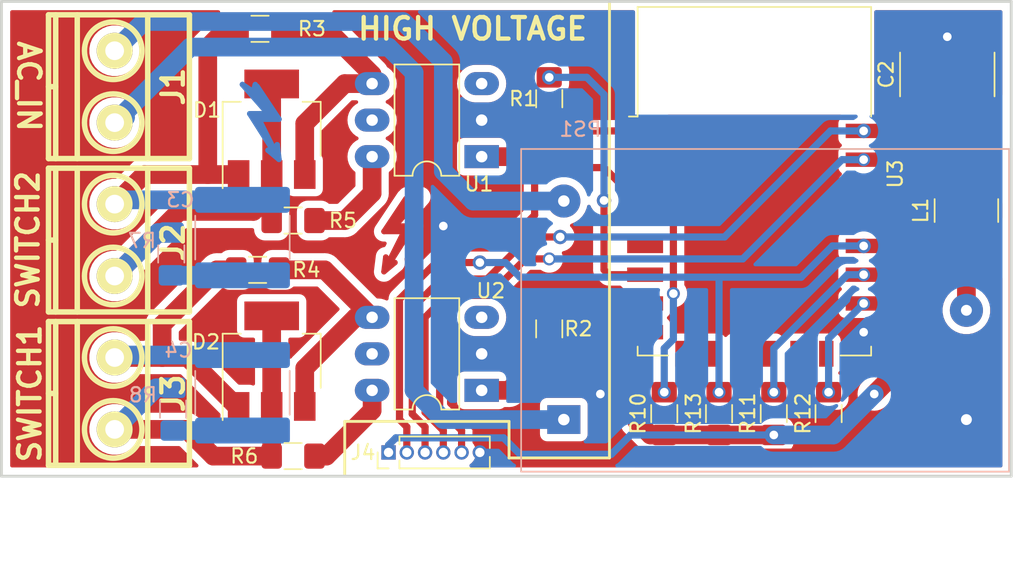
<source format=kicad_pcb>
(kicad_pcb (version 20171130) (host pcbnew 5.0.1)

  (general
    (thickness 1.6)
    (drawings 11)
    (tracks 209)
    (zones 0)
    (modules 28)
    (nets 26)
  )

  (page A4)
  (layers
    (0 F.Cu signal)
    (31 B.Cu signal)
    (32 B.Adhes user)
    (33 F.Adhes user)
    (34 B.Paste user)
    (35 F.Paste user)
    (36 B.SilkS user)
    (37 F.SilkS user)
    (38 B.Mask user)
    (39 F.Mask user)
    (40 Dwgs.User user)
    (41 Cmts.User user)
    (42 Eco1.User user)
    (43 Eco2.User user)
    (44 Edge.Cuts user)
    (45 Margin user)
    (46 B.CrtYd user)
    (47 F.CrtYd user)
    (48 B.Fab user)
    (49 F.Fab user)
  )

  (setup
    (last_trace_width 0.5)
    (user_trace_width 0.2)
    (user_trace_width 0.25)
    (user_trace_width 0.4)
    (user_trace_width 0.5)
    (user_trace_width 0.7)
    (user_trace_width 0.9)
    (user_trace_width 1)
    (user_trace_width 1.3)
    (trace_clearance 0.2)
    (zone_clearance 0.508)
    (zone_45_only yes)
    (trace_min 0.2)
    (segment_width 0.2)
    (edge_width 0.2)
    (via_size 0.8)
    (via_drill 0.4)
    (via_min_size 0.4)
    (via_min_drill 0.3)
    (user_via 0.5 0.4)
    (user_via 0.7 0.5)
    (user_via 0.9 0.6)
    (user_via 1 0.6)
    (uvia_size 0.3)
    (uvia_drill 0.1)
    (uvias_allowed no)
    (uvia_min_size 0.2)
    (uvia_min_drill 0.1)
    (pcb_text_width 0.3)
    (pcb_text_size 1.5 1.5)
    (mod_edge_width 0.15)
    (mod_text_size 1 1)
    (mod_text_width 0.15)
    (pad_size 1.524 1.524)
    (pad_drill 0.762)
    (pad_to_mask_clearance 0.051)
    (solder_mask_min_width 0.25)
    (aux_axis_origin 0 0)
    (visible_elements FFFFFFFF)
    (pcbplotparams
      (layerselection 0x010fc_ffffffff)
      (usegerberextensions false)
      (usegerberattributes false)
      (usegerberadvancedattributes false)
      (creategerberjobfile false)
      (excludeedgelayer true)
      (linewidth 0.100000)
      (plotframeref false)
      (viasonmask false)
      (mode 1)
      (useauxorigin false)
      (hpglpennumber 1)
      (hpglpenspeed 20)
      (hpglpendiameter 15.000000)
      (psnegative false)
      (psa4output false)
      (plotreference true)
      (plotvalue true)
      (plotinvisibletext false)
      (padsonsilk false)
      (subtractmaskfromsilk false)
      (outputformat 5)
      (mirror false)
      (drillshape 0)
      (scaleselection 1)
      (outputdirectory "img/"))
  )

  (net 0 "")
  (net 1 GND)
  (net 2 +3V3)
  (net 3 "Net-(C3-Pad1)")
  (net 4 "Net-(C3-Pad2)")
  (net 5 "Net-(C4-Pad2)")
  (net 6 "Net-(C4-Pad1)")
  (net 7 "Net-(D1-Pad3)")
  (net 8 "Net-(D1-Pad2)")
  (net 9 "Net-(D2-Pad2)")
  (net 10 "Net-(D2-Pad3)")
  (net 11 "Net-(J1-Pad2)")
  (net 12 "Net-(J1-Pad1)")
  (net 13 /RTS)
  (net 14 /DTR)
  (net 15 /TXD)
  (net 16 /RXD)
  (net 17 "Net-(R1-Pad1)")
  (net 18 "Net-(R2-Pad1)")
  (net 19 "Net-(R5-Pad2)")
  (net 20 "Net-(R6-Pad2)")
  (net 21 SWITCH_2)
  (net 22 SWITCH_1)
  (net 23 "Net-(L1-Pad1)")
  (net 24 /GPIO15)
  (net 25 /GPIO2)

  (net_class Default "This is the default net class."
    (clearance 0.2)
    (trace_width 0.25)
    (via_dia 0.8)
    (via_drill 0.4)
    (uvia_dia 0.3)
    (uvia_drill 0.1)
    (add_net +3V3)
    (add_net /DTR)
    (add_net /GPIO15)
    (add_net /GPIO2)
    (add_net /RTS)
    (add_net /RXD)
    (add_net /TXD)
    (add_net GND)
    (add_net "Net-(C3-Pad1)")
    (add_net "Net-(C3-Pad2)")
    (add_net "Net-(C4-Pad1)")
    (add_net "Net-(C4-Pad2)")
    (add_net "Net-(D1-Pad2)")
    (add_net "Net-(D1-Pad3)")
    (add_net "Net-(D2-Pad2)")
    (add_net "Net-(D2-Pad3)")
    (add_net "Net-(J1-Pad1)")
    (add_net "Net-(J1-Pad2)")
    (add_net "Net-(L1-Pad1)")
    (add_net "Net-(R1-Pad1)")
    (add_net "Net-(R2-Pad1)")
    (add_net "Net-(R5-Pad2)")
    (add_net "Net-(R6-Pad2)")
    (add_net SWITCH_1)
    (add_net SWITCH_2)
  )

  (module Smisioto_Conectors_MKDS:mkds_1,5-2 (layer F.Cu) (tedit 5C59CD09) (tstamp 5C5926BA)
    (at 46.228 78.192 270)
    (descr "2-way 5mm pitch terminal block, Phoenix MKDS series")
    (path /5C0B300A)
    (fp_text reference J2 (at 0.167 -4.064 270) (layer F.SilkS)
      (effects (font (size 1.5 1.5) (thickness 0.3)))
    )
    (fp_text value SWITCH2 (at -0.0235 6.0325 90) (layer F.SilkS)
      (effects (font (size 1.5 1.5) (thickness 0.3)))
    )
    (fp_line (start -5 -5.2) (end -5 4.6) (layer F.SilkS) (width 0.381))
    (fp_line (start 5 -5.2) (end -5 -5.2) (layer F.SilkS) (width 0.381))
    (fp_line (start 5 4.6) (end 5 -5.2) (layer F.SilkS) (width 0.381))
    (fp_line (start -5 4.6) (end 5 4.6) (layer F.SilkS) (width 0.381))
    (fp_line (start -5 4.1) (end 5 4.1) (layer F.SilkS) (width 0.381))
    (fp_line (start -5 -2.3) (end 5 -2.3) (layer F.SilkS) (width 0.381))
    (fp_line (start -5 2.6) (end 5 2.6) (layer F.SilkS) (width 0.381))
    (fp_circle (center -2.5 0.1) (end -0.5 0.1) (layer F.SilkS) (width 0.381))
    (fp_circle (center 2.5 0.1) (end 0.5 0.1) (layer F.SilkS) (width 0.381))
    (fp_line (start 0 4.1) (end 0 4.6) (layer F.SilkS) (width 0.381))
    (pad 2 thru_hole circle (at 2.5 0 270) (size 2.5 2.5) (drill 1.3) (layers *.Cu *.Mask F.SilkS)
      (net 8 "Net-(D1-Pad2)"))
    (pad 1 thru_hole circle (at -2.5 0 270) (size 2.5 2.5) (drill 1.3) (layers *.Cu *.Mask F.SilkS)
      (net 4 "Net-(C3-Pad2)"))
    (model walter/conn_mkds/mkds_1,5-2.wrl
      (at (xyz 0 0 0))
      (scale (xyz 1 1 1))
      (rotate (xyz 0 0 0))
    )
    (model /home/carlo/Documents/kicad_libs/smisioto/Phoenix_Contact_MKDS/3d_conn_mkds/walter/conn_mkds/mkds_1,5-2.wrl
      (at (xyz 0 0 0))
      (scale (xyz 1 1 1))
      (rotate (xyz 0 0 0))
    )
  )

  (module Resistor_SMD:R_1206_3216Metric_Pad1.42x1.75mm_HandSolder (layer F.Cu) (tedit 5B301BBD) (tstamp 5C59E504)
    (at 95.885 90.2605 270)
    (descr "Resistor SMD 1206 (3216 Metric), square (rectangular) end terminal, IPC_7351 nominal with elongated pad for handsoldering. (Body size source: http://www.tortai-tech.com/upload/download/2011102023233369053.pdf), generated with kicad-footprint-generator")
    (tags "resistor handsolder")
    (path /5C097E89)
    (attr smd)
    (fp_text reference R12 (at 0 1.778 270) (layer F.SilkS)
      (effects (font (size 1 1) (thickness 0.15)))
    )
    (fp_text value 3.3k (at 0 1.82 270) (layer F.Fab)
      (effects (font (size 1 1) (thickness 0.15)))
    )
    (fp_line (start -1.6 0.8) (end -1.6 -0.8) (layer F.Fab) (width 0.1))
    (fp_line (start -1.6 -0.8) (end 1.6 -0.8) (layer F.Fab) (width 0.1))
    (fp_line (start 1.6 -0.8) (end 1.6 0.8) (layer F.Fab) (width 0.1))
    (fp_line (start 1.6 0.8) (end -1.6 0.8) (layer F.Fab) (width 0.1))
    (fp_line (start -0.602064 -0.91) (end 0.602064 -0.91) (layer F.SilkS) (width 0.12))
    (fp_line (start -0.602064 0.91) (end 0.602064 0.91) (layer F.SilkS) (width 0.12))
    (fp_line (start -2.45 1.12) (end -2.45 -1.12) (layer F.CrtYd) (width 0.05))
    (fp_line (start -2.45 -1.12) (end 2.45 -1.12) (layer F.CrtYd) (width 0.05))
    (fp_line (start 2.45 -1.12) (end 2.45 1.12) (layer F.CrtYd) (width 0.05))
    (fp_line (start 2.45 1.12) (end -2.45 1.12) (layer F.CrtYd) (width 0.05))
    (fp_text user %R (at 0 0 270) (layer F.Fab)
      (effects (font (size 0.8 0.8) (thickness 0.12)))
    )
    (pad 1 smd roundrect (at -1.4875 0 270) (size 1.425 1.75) (layers F.Cu F.Paste F.Mask) (roundrect_rratio 0.175439)
      (net 24 /GPIO15))
    (pad 2 smd roundrect (at 1.4875 0 270) (size 1.425 1.75) (layers F.Cu F.Paste F.Mask) (roundrect_rratio 0.175439)
      (net 1 GND))
    (model ${KISYS3DMOD}/Resistor_SMD.3dshapes/R_1206_3216Metric.wrl
      (at (xyz 0 0 0))
      (scale (xyz 1 1 1))
      (rotate (xyz 0 0 0))
    )
  )

  (module RF_Module:ESP-12E (layer F.Cu) (tedit 5A030172) (tstamp 5C669979)
    (at 90.7234 74.1008)
    (descr "Wi-Fi Module, http://wiki.ai-thinker.com/_media/esp8266/docs/aithinker_esp_12f_datasheet_en.pdf")
    (tags "Wi-Fi Module")
    (path /5C0949D8)
    (attr smd)
    (fp_text reference U3 (at 9.7971 -0.5043 90) (layer F.SilkS)
      (effects (font (size 1 1) (thickness 0.15)))
    )
    (fp_text value ESP-12E (at 0.0181 0.0672) (layer F.Fab)
      (effects (font (size 1 1) (thickness 0.15)))
    )
    (fp_text user Antenna (at -0.06 -7 -180) (layer Cmts.User)
      (effects (font (size 1 1) (thickness 0.15)))
    )
    (fp_text user "KEEP-OUT ZONE" (at 0.03 -9.55 -180) (layer Cmts.User)
      (effects (font (size 1 1) (thickness 0.15)))
    )
    (fp_text user %R (at -0.589422 0.356468) (layer F.Fab)
      (effects (font (size 1 1) (thickness 0.15)))
    )
    (fp_line (start -8 -12) (end 8 -12) (layer F.Fab) (width 0.12))
    (fp_line (start 8 -12) (end 8 12) (layer F.Fab) (width 0.12))
    (fp_line (start 8 12) (end -8 12) (layer F.Fab) (width 0.12))
    (fp_line (start -8 12) (end -8 -3) (layer F.Fab) (width 0.12))
    (fp_line (start -8 -3) (end -7.5 -3.5) (layer F.Fab) (width 0.12))
    (fp_line (start -7.5 -3.5) (end -8 -4) (layer F.Fab) (width 0.12))
    (fp_line (start -8 -4) (end -8 -12) (layer F.Fab) (width 0.12))
    (fp_line (start -9.05 -12.2) (end 9.05 -12.2) (layer F.CrtYd) (width 0.05))
    (fp_line (start 9.05 -12.2) (end 9.05 13.1) (layer F.CrtYd) (width 0.05))
    (fp_line (start 9.05 13.1) (end -9.05 13.1) (layer F.CrtYd) (width 0.05))
    (fp_line (start -9.05 13.1) (end -9.05 -12.2) (layer F.CrtYd) (width 0.05))
    (fp_line (start -8.12 -12.12) (end 8.12 -12.12) (layer F.SilkS) (width 0.12))
    (fp_line (start 8.12 -12.12) (end 8.12 -4.5) (layer F.SilkS) (width 0.12))
    (fp_line (start 8.12 11.5) (end 8.12 12.12) (layer F.SilkS) (width 0.12))
    (fp_line (start 8.12 12.12) (end 6 12.12) (layer F.SilkS) (width 0.12))
    (fp_line (start -6 12.12) (end -8.12 12.12) (layer F.SilkS) (width 0.12))
    (fp_line (start -8.12 12.12) (end -8.12 11.5) (layer F.SilkS) (width 0.12))
    (fp_line (start -8.12 -4.5) (end -8.12 -12.12) (layer F.SilkS) (width 0.12))
    (fp_line (start -8.12 -4.5) (end -8.73 -4.5) (layer F.SilkS) (width 0.12))
    (fp_line (start -8.12 -12.12) (end 8.12 -12.12) (layer Dwgs.User) (width 0.12))
    (fp_line (start 8.12 -12.12) (end 8.12 -4.8) (layer Dwgs.User) (width 0.12))
    (fp_line (start 8.12 -4.8) (end -8.12 -4.8) (layer Dwgs.User) (width 0.12))
    (fp_line (start -8.12 -4.8) (end -8.12 -12.12) (layer Dwgs.User) (width 0.12))
    (fp_line (start -8.12 -9.12) (end -5.12 -12.12) (layer Dwgs.User) (width 0.12))
    (fp_line (start -8.12 -6.12) (end -2.12 -12.12) (layer Dwgs.User) (width 0.12))
    (fp_line (start -6.44 -4.8) (end 0.88 -12.12) (layer Dwgs.User) (width 0.12))
    (fp_line (start -3.44 -4.8) (end 3.88 -12.12) (layer Dwgs.User) (width 0.12))
    (fp_line (start -0.44 -4.8) (end 6.88 -12.12) (layer Dwgs.User) (width 0.12))
    (fp_line (start 2.56 -4.8) (end 8.12 -10.36) (layer Dwgs.User) (width 0.12))
    (fp_line (start 5.56 -4.8) (end 8.12 -7.36) (layer Dwgs.User) (width 0.12))
    (pad 1 smd rect (at -7.6 -3.5) (size 2.5 1) (layers F.Cu F.Paste F.Mask)
      (net 13 /RTS))
    (pad 2 smd rect (at -7.6 -1.5) (size 2.5 1) (layers F.Cu F.Paste F.Mask))
    (pad 3 smd rect (at -7.6 0.5) (size 2.5 1) (layers F.Cu F.Paste F.Mask)
      (net 13 /RTS))
    (pad 4 smd rect (at -7.6 2.5) (size 2.5 1) (layers F.Cu F.Paste F.Mask))
    (pad 5 smd rect (at -7.6 4.5) (size 2.5 1) (layers F.Cu F.Paste F.Mask))
    (pad 6 smd rect (at -7.6 6.5) (size 2.5 1) (layers F.Cu F.Paste F.Mask)
      (net 21 SWITCH_2))
    (pad 7 smd rect (at -7.6 8.5) (size 2.5 1) (layers F.Cu F.Paste F.Mask)
      (net 22 SWITCH_1))
    (pad 8 smd rect (at -7.6 10.5) (size 2.5 1) (layers F.Cu F.Paste F.Mask)
      (net 2 +3V3))
    (pad 9 smd rect (at -5 12) (size 1 1.8) (layers F.Cu F.Paste F.Mask))
    (pad 10 smd rect (at -3 12) (size 1 1.8) (layers F.Cu F.Paste F.Mask))
    (pad 11 smd rect (at -1 12) (size 1 1.8) (layers F.Cu F.Paste F.Mask))
    (pad 12 smd rect (at 1 12) (size 1 1.8) (layers F.Cu F.Paste F.Mask))
    (pad 13 smd rect (at 3 12) (size 1 1.8) (layers F.Cu F.Paste F.Mask))
    (pad 14 smd rect (at 5 12) (size 1 1.8) (layers F.Cu F.Paste F.Mask))
    (pad 15 smd rect (at 7.6 10.5) (size 2.5 1) (layers F.Cu F.Paste F.Mask)
      (net 1 GND))
    (pad 16 smd rect (at 7.6 8.5) (size 2.5 1) (layers F.Cu F.Paste F.Mask)
      (net 24 /GPIO15))
    (pad 17 smd rect (at 7.6 6.5) (size 2.5 1) (layers F.Cu F.Paste F.Mask)
      (net 25 /GPIO2))
    (pad 18 smd rect (at 7.6 4.5) (size 2.5 1) (layers F.Cu F.Paste F.Mask)
      (net 14 /DTR))
    (pad 19 smd rect (at 7.6 2.5) (size 2.5 1) (layers F.Cu F.Paste F.Mask))
    (pad 20 smd rect (at 7.6 0.5) (size 2.5 1) (layers F.Cu F.Paste F.Mask))
    (pad 21 smd rect (at 7.6 -1.5) (size 2.5 1) (layers F.Cu F.Paste F.Mask)
      (net 16 /RXD))
    (pad 22 smd rect (at 7.6 -3.5) (size 2.5 1) (layers F.Cu F.Paste F.Mask)
      (net 15 /TXD))
    (model ${KISYS3DMOD}/RF_Module.3dshapes/ESP-12E.wrl
      (offset (xyz 8 0 0))
      (scale (xyz 0.7 2.4001 1))
      (rotate (xyz 0 0 0))
    )
    (model /home/carlo/Documents/kicad_libs/esp12e_3d/ESP-12.wrl
      (at (xyz 0 0 0))
      (scale (xyz 0.4 0.4 0.4))
      (rotate (xyz 0 0 -90))
    )
  )

  (module Package_DIP:DIP-6_W7.62mm_LongPads (layer F.Cu) (tedit 5C59C568) (tstamp 5C59DD13)
    (at 71.755 88.646 180)
    (descr "6-lead though-hole mounted DIP package, row spacing 7.62 mm (300 mils), LongPads")
    (tags "THT DIP DIL PDIP 2.54mm 7.62mm 300mil LongPads")
    (path /5C0A07A7)
    (fp_text reference U2 (at -0.635 6.9215 180) (layer F.SilkS)
      (effects (font (size 1 1) (thickness 0.15)))
    )
    (fp_text value MOC3042M (at -2.54 2.54 270) (layer F.Fab)
      (effects (font (size 1 1) (thickness 0.15)))
    )
    (fp_arc (start 3.81 -1.33) (end 2.81 -1.33) (angle -180) (layer F.SilkS) (width 0.12))
    (fp_line (start 1.635 -1.27) (end 6.985 -1.27) (layer F.Fab) (width 0.1))
    (fp_line (start 6.985 -1.27) (end 6.985 6.35) (layer F.Fab) (width 0.1))
    (fp_line (start 6.985 6.35) (end 0.635 6.35) (layer F.Fab) (width 0.1))
    (fp_line (start 0.635 6.35) (end 0.635 -0.27) (layer F.Fab) (width 0.1))
    (fp_line (start 0.635 -0.27) (end 1.635 -1.27) (layer F.Fab) (width 0.1))
    (fp_line (start 2.81 -1.33) (end 1.56 -1.33) (layer F.SilkS) (width 0.12))
    (fp_line (start 1.56 -1.33) (end 1.56 6.41) (layer F.SilkS) (width 0.12))
    (fp_line (start 1.56 6.41) (end 6.06 6.41) (layer F.SilkS) (width 0.12))
    (fp_line (start 6.06 6.41) (end 6.06 -1.33) (layer F.SilkS) (width 0.12))
    (fp_line (start 6.06 -1.33) (end 4.81 -1.33) (layer F.SilkS) (width 0.12))
    (fp_line (start -1.45 -1.55) (end -1.45 6.6) (layer F.CrtYd) (width 0.05))
    (fp_line (start -1.45 6.6) (end 9.1 6.6) (layer F.CrtYd) (width 0.05))
    (fp_line (start 9.1 6.6) (end 9.1 -1.55) (layer F.CrtYd) (width 0.05))
    (fp_line (start 9.1 -1.55) (end -1.45 -1.55) (layer F.CrtYd) (width 0.05))
    (fp_text user %R (at 3.81 2.54 180) (layer F.Fab)
      (effects (font (size 1 1) (thickness 0.15)))
    )
    (pad 1 thru_hole rect (at 0 0 180) (size 2.4 1.6) (drill 0.8) (layers *.Cu *.Mask)
      (net 18 "Net-(R2-Pad1)"))
    (pad 4 thru_hole oval (at 7.62 5.08 180) (size 2.4 1.6) (drill 0.8) (layers *.Cu *.Mask)
      (net 10 "Net-(D2-Pad3)"))
    (pad 2 thru_hole oval (at 0 2.54 180) (size 2.4 1.6) (drill 0.8) (layers *.Cu *.Mask)
      (net 1 GND))
    (pad 5 thru_hole oval (at 7.62 2.54 180) (size 2.4 1.6) (drill 0.8) (layers *.Cu *.Mask))
    (pad 3 thru_hole oval (at 0 5.08 180) (size 2.4 1.6) (drill 0.8) (layers *.Cu *.Mask))
    (pad 6 thru_hole oval (at 7.62 0 180) (size 2.4 1.6) (drill 0.8) (layers *.Cu *.Mask)
      (net 20 "Net-(R6-Pad2)"))
    (model ${KISYS3DMOD}/Package_DIP.3dshapes/DIP-6_W7.62mm.wrl
      (at (xyz 0 0 0))
      (scale (xyz 1 1 1))
      (rotate (xyz 0 0 0))
    )
  )

  (module Resistor_SMD:R_1206_3216Metric_Pad1.42x1.75mm_HandSolder (layer F.Cu) (tedit 5B301BBD) (tstamp 5C5978DE)
    (at 58.6375 76.835)
    (descr "Resistor SMD 1206 (3216 Metric), square (rectangular) end terminal, IPC_7351 nominal with elongated pad for handsoldering. (Body size source: http://www.tortai-tech.com/upload/download/2011102023233369053.pdf), generated with kicad-footprint-generator")
    (tags "resistor handsolder")
    (path /5C0B2FD3)
    (attr smd)
    (fp_text reference R5 (at 3.4655 0) (layer F.SilkS)
      (effects (font (size 1 1) (thickness 0.15)))
    )
    (fp_text value 360 (at 1.0635 -1.778) (layer F.Fab)
      (effects (font (size 1 1) (thickness 0.15)))
    )
    (fp_line (start -1.6 0.8) (end -1.6 -0.8) (layer F.Fab) (width 0.1))
    (fp_line (start -1.6 -0.8) (end 1.6 -0.8) (layer F.Fab) (width 0.1))
    (fp_line (start 1.6 -0.8) (end 1.6 0.8) (layer F.Fab) (width 0.1))
    (fp_line (start 1.6 0.8) (end -1.6 0.8) (layer F.Fab) (width 0.1))
    (fp_line (start -0.602064 -0.91) (end 0.602064 -0.91) (layer F.SilkS) (width 0.12))
    (fp_line (start -0.602064 0.91) (end 0.602064 0.91) (layer F.SilkS) (width 0.12))
    (fp_line (start -2.45 1.12) (end -2.45 -1.12) (layer F.CrtYd) (width 0.05))
    (fp_line (start -2.45 -1.12) (end 2.45 -1.12) (layer F.CrtYd) (width 0.05))
    (fp_line (start 2.45 -1.12) (end 2.45 1.12) (layer F.CrtYd) (width 0.05))
    (fp_line (start 2.45 1.12) (end -2.45 1.12) (layer F.CrtYd) (width 0.05))
    (fp_text user %R (at 0 0) (layer F.Fab)
      (effects (font (size 0.8 0.8) (thickness 0.12)))
    )
    (pad 1 smd roundrect (at -1.4875 0) (size 1.425 1.75) (layers F.Cu F.Paste F.Mask) (roundrect_rratio 0.175439)
      (net 8 "Net-(D1-Pad2)"))
    (pad 2 smd roundrect (at 1.4875 0) (size 1.425 1.75) (layers F.Cu F.Paste F.Mask) (roundrect_rratio 0.175439)
      (net 19 "Net-(R5-Pad2)"))
    (model ${KISYS3DMOD}/Resistor_SMD.3dshapes/R_1206_3216Metric.wrl
      (at (xyz 0 0 0))
      (scale (xyz 1 1 1))
      (rotate (xyz 0 0 0))
    )
  )

  (module Resistor_SMD:R_1206_3216Metric_Pad1.42x1.75mm_HandSolder (layer F.Cu) (tedit 5C597019) (tstamp 5C59359A)
    (at 56.3375 63.5)
    (descr "Resistor SMD 1206 (3216 Metric), square (rectangular) end terminal, IPC_7351 nominal with elongated pad for handsoldering. (Body size source: http://www.tortai-tech.com/upload/download/2011102023233369053.pdf), generated with kicad-footprint-generator")
    (tags "resistor handsolder")
    (path /5C0B2FDA)
    (attr smd)
    (fp_text reference R3 (at 3.6065 0) (layer F.SilkS)
      (effects (font (size 1 1) (thickness 0.15)))
    )
    (fp_text value 330 (at 0 1.82) (layer F.Fab)
      (effects (font (size 1 1) (thickness 0.15)))
    )
    (fp_text user %R (at 0 0) (layer F.Fab)
      (effects (font (size 0.8 0.8) (thickness 0.12)))
    )
    (fp_line (start 2.45 1.12) (end -2.45 1.12) (layer F.CrtYd) (width 0.05))
    (fp_line (start 2.45 -1.12) (end 2.45 1.12) (layer F.CrtYd) (width 0.05))
    (fp_line (start -2.45 -1.12) (end 2.45 -1.12) (layer F.CrtYd) (width 0.05))
    (fp_line (start -2.45 1.12) (end -2.45 -1.12) (layer F.CrtYd) (width 0.05))
    (fp_line (start -0.602064 0.91) (end 0.602064 0.91) (layer F.SilkS) (width 0.12))
    (fp_line (start -0.602064 -0.91) (end 0.602064 -0.91) (layer F.SilkS) (width 0.12))
    (fp_line (start 1.6 0.8) (end -1.6 0.8) (layer F.Fab) (width 0.1))
    (fp_line (start 1.6 -0.8) (end 1.6 0.8) (layer F.Fab) (width 0.1))
    (fp_line (start -1.6 -0.8) (end 1.6 -0.8) (layer F.Fab) (width 0.1))
    (fp_line (start -1.6 0.8) (end -1.6 -0.8) (layer F.Fab) (width 0.1))
    (pad 2 smd roundrect (at 1.4875 0) (size 1.425 1.75) (layers F.Cu F.Paste F.Mask) (roundrect_rratio 0.175439)
      (net 7 "Net-(D1-Pad3)"))
    (pad 1 smd roundrect (at -1.4875 0) (size 1.425 1.75) (layers F.Cu F.Paste F.Mask) (roundrect_rratio 0.175439)
      (net 4 "Net-(C3-Pad2)"))
    (model ${KISYS3DMOD}/Resistor_SMD.3dshapes/R_1206_3216Metric.wrl
      (at (xyz 0 0 0))
      (scale (xyz 1 1 1))
      (rotate (xyz 0 0 0))
    )
  )

  (module Smisioto_Conectors_MKDS:mkds_1,5-2 (layer F.Cu) (tedit 5C59CA83) (tstamp 5C59CEAA)
    (at 46.228 67.524 270)
    (descr "2-way 5mm pitch terminal block, Phoenix MKDS series")
    (path /5C094E01)
    (fp_text reference J1 (at 0 -4.064 270) (layer F.SilkS)
      (effects (font (size 1.5 1.5) (thickness 0.3)))
    )
    (fp_text value AC_IN (at -0.04 6.35 90) (layer F.SilkS) hide
      (effects (font (size 1.5 1.5) (thickness 0.3) italic))
    )
    (fp_line (start -5 -5.2) (end -5 4.6) (layer F.SilkS) (width 0.381))
    (fp_line (start 5 -5.2) (end -5 -5.2) (layer F.SilkS) (width 0.381))
    (fp_line (start 5 4.6) (end 5 -5.2) (layer F.SilkS) (width 0.381))
    (fp_line (start -5 4.6) (end 5 4.6) (layer F.SilkS) (width 0.381))
    (fp_line (start -5 4.1) (end 5 4.1) (layer F.SilkS) (width 0.381))
    (fp_line (start -5 -2.3) (end 5 -2.3) (layer F.SilkS) (width 0.381))
    (fp_line (start -5 2.6) (end 5 2.6) (layer F.SilkS) (width 0.381))
    (fp_circle (center -2.5 0.1) (end -0.5 0.1) (layer F.SilkS) (width 0.381))
    (fp_circle (center 2.5 0.1) (end 0.5 0.1) (layer F.SilkS) (width 0.381))
    (fp_line (start 0 4.1) (end 0 4.6) (layer F.SilkS) (width 0.381))
    (pad 2 thru_hole circle (at 2.5 0 270) (size 2.5 2.5) (drill 1.3) (layers *.Cu *.Mask F.SilkS)
      (net 11 "Net-(J1-Pad2)"))
    (pad 1 thru_hole circle (at -2.5 0 270) (size 2.5 2.5) (drill 1.3) (layers *.Cu *.Mask F.SilkS)
      (net 12 "Net-(J1-Pad1)"))
    (model walter/conn_mkds/mkds_1,5-2.wrl
      (at (xyz 0 0 0))
      (scale (xyz 1 1 1))
      (rotate (xyz 0 0 0))
    )
    (model /home/carlo/Documents/kicad_libs/smisioto/Phoenix_Contact_MKDS/3d_conn_mkds/walter/conn_mkds/mkds_1,5-2.wrl
      (at (xyz 0 0 0))
      (scale (xyz 1 1 1))
      (rotate (xyz 0 0 0))
    )
  )

  (module Capacitor_SMD:C_2225_5664Metric_Pad1.80x6.60mm_HandSolder (layer B.Cu) (tedit 5B301BBE) (tstamp 5C59CF5A)
    (at 55.118 78.02 90)
    (descr "Capacitor SMD 2225 (5664 Metric), square (rectangular) end terminal, IPC_7351 nominal with elongated pad for handsoldering. (Body size from: http://datasheets.avx.com/AVX-HV_MLCC.pdf), generated with kicad-footprint-generator")
    (tags "capacitor handsolder")
    (path /5C0B2FE8)
    (attr smd)
    (fp_text reference C3 (at 2.625 -4.318 180) (layer B.SilkS)
      (effects (font (size 1 1) (thickness 0.15)) (justify mirror))
    )
    (fp_text value 0.1 (at -0.169 0 90) (layer B.Fab)
      (effects (font (size 1 1) (thickness 0.15)) (justify mirror))
    )
    (fp_line (start -2.86 -3.175) (end -2.86 3.175) (layer B.Fab) (width 0.1))
    (fp_line (start -2.86 3.175) (end 2.86 3.175) (layer B.Fab) (width 0.1))
    (fp_line (start 2.86 3.175) (end 2.86 -3.175) (layer B.Fab) (width 0.1))
    (fp_line (start 2.86 -3.175) (end -2.86 -3.175) (layer B.Fab) (width 0.1))
    (fp_line (start -1.522369 3.285) (end 1.522369 3.285) (layer B.SilkS) (width 0.12))
    (fp_line (start -1.522369 -3.285) (end 1.522369 -3.285) (layer B.SilkS) (width 0.12))
    (fp_line (start -3.78 -3.55) (end -3.78 3.55) (layer B.CrtYd) (width 0.05))
    (fp_line (start -3.78 3.55) (end 3.78 3.55) (layer B.CrtYd) (width 0.05))
    (fp_line (start 3.78 3.55) (end 3.78 -3.55) (layer B.CrtYd) (width 0.05))
    (fp_line (start 3.78 -3.55) (end -3.78 -3.55) (layer B.CrtYd) (width 0.05))
    (fp_text user %R (at -0.169 -1.524 90) (layer B.Fab)
      (effects (font (size 1 1) (thickness 0.15)) (justify mirror))
    )
    (pad 1 smd roundrect (at -2.625 0 90) (size 1.8 6.6) (layers B.Cu B.Paste B.Mask) (roundrect_rratio 0.138889)
      (net 3 "Net-(C3-Pad1)"))
    (pad 2 smd roundrect (at 2.625 0 90) (size 1.8 6.6) (layers B.Cu B.Paste B.Mask) (roundrect_rratio 0.138889)
      (net 4 "Net-(C3-Pad2)"))
    (model ${KISYS3DMOD}/Capacitor_SMD.3dshapes/C_2225_5664Metric.wrl
      (at (xyz 0 0 0))
      (scale (xyz 1 1 1))
      (rotate (xyz 0 0 0))
    )
  )

  (module Package_TO_SOT_SMD:SOT-223 (layer F.Cu) (tedit 5A02FF57) (tstamp 5C59D567)
    (at 57.15 70.485 90)
    (descr "module CMS SOT223 4 pins")
    (tags "CMS SOT")
    (path /5C0B2FCC)
    (attr smd)
    (fp_text reference D1 (at 1.3335 -4.5 180) (layer F.SilkS)
      (effects (font (size 1 1) (thickness 0.15)))
    )
    (fp_text value Z0110MN (at 0 4.5 90) (layer F.Fab)
      (effects (font (size 1 1) (thickness 0.15)))
    )
    (fp_line (start 1.85 -3.35) (end 1.85 3.35) (layer F.Fab) (width 0.1))
    (fp_line (start -1.85 3.35) (end 1.85 3.35) (layer F.Fab) (width 0.1))
    (fp_line (start -4.1 -3.41) (end 1.91 -3.41) (layer F.SilkS) (width 0.12))
    (fp_line (start -0.8 -3.35) (end 1.85 -3.35) (layer F.Fab) (width 0.1))
    (fp_line (start -1.85 3.41) (end 1.91 3.41) (layer F.SilkS) (width 0.12))
    (fp_line (start -1.85 -2.3) (end -1.85 3.35) (layer F.Fab) (width 0.1))
    (fp_line (start -4.4 -3.6) (end -4.4 3.6) (layer F.CrtYd) (width 0.05))
    (fp_line (start -4.4 3.6) (end 4.4 3.6) (layer F.CrtYd) (width 0.05))
    (fp_line (start 4.4 3.6) (end 4.4 -3.6) (layer F.CrtYd) (width 0.05))
    (fp_line (start 4.4 -3.6) (end -4.4 -3.6) (layer F.CrtYd) (width 0.05))
    (fp_line (start 1.91 -3.41) (end 1.91 -2.15) (layer F.SilkS) (width 0.12))
    (fp_line (start 1.91 3.41) (end 1.91 2.15) (layer F.SilkS) (width 0.12))
    (fp_line (start -1.85 -2.3) (end -0.8 -3.35) (layer F.Fab) (width 0.1))
    (fp_text user %R (at 0 0 180) (layer F.Fab)
      (effects (font (size 0.8 0.8) (thickness 0.12)))
    )
    (pad 1 smd rect (at -3.15 -2.3 90) (size 2 1.5) (layers F.Cu F.Paste F.Mask)
      (net 4 "Net-(C3-Pad2)"))
    (pad 3 smd rect (at -3.15 2.3 90) (size 2 1.5) (layers F.Cu F.Paste F.Mask)
      (net 7 "Net-(D1-Pad3)"))
    (pad 2 smd rect (at -3.15 0 90) (size 2 1.5) (layers F.Cu F.Paste F.Mask)
      (net 8 "Net-(D1-Pad2)"))
    (pad 4 smd rect (at 3.15 0 90) (size 2 3.8) (layers F.Cu F.Paste F.Mask)
      (net 8 "Net-(D1-Pad2)"))
    (model ${KISYS3DMOD}/Package_TO_SOT_SMD.3dshapes/SOT-223.wrl
      (at (xyz 0 0 0))
      (scale (xyz 1 1 1))
      (rotate (xyz 0 0 0))
    )
  )

  (module Resistor_SMD:R_1206_3216Metric_Pad1.42x1.75mm_HandSolder (layer B.Cu) (tedit 5B301BBD) (tstamp 5C59DB8B)
    (at 50.165 79.1575 90)
    (descr "Resistor SMD 1206 (3216 Metric), square (rectangular) end terminal, IPC_7351 nominal with elongated pad for handsoldering. (Body size source: http://www.tortai-tech.com/upload/download/2011102023233369053.pdf), generated with kicad-footprint-generator")
    (tags "resistor handsolder")
    (path /5C0B2FE1)
    (attr smd)
    (fp_text reference R7 (at 0.9255 -2.032 180) (layer B.SilkS)
      (effects (font (size 1 1) (thickness 0.15)) (justify mirror))
    )
    (fp_text value 39 (at -1.5715 -1.778 90) (layer B.Fab)
      (effects (font (size 1 1) (thickness 0.15)) (justify mirror))
    )
    (fp_line (start -1.6 -0.8) (end -1.6 0.8) (layer B.Fab) (width 0.1))
    (fp_line (start -1.6 0.8) (end 1.6 0.8) (layer B.Fab) (width 0.1))
    (fp_line (start 1.6 0.8) (end 1.6 -0.8) (layer B.Fab) (width 0.1))
    (fp_line (start 1.6 -0.8) (end -1.6 -0.8) (layer B.Fab) (width 0.1))
    (fp_line (start -0.602064 0.91) (end 0.602064 0.91) (layer B.SilkS) (width 0.12))
    (fp_line (start -0.602064 -0.91) (end 0.602064 -0.91) (layer B.SilkS) (width 0.12))
    (fp_line (start -2.45 -1.12) (end -2.45 1.12) (layer B.CrtYd) (width 0.05))
    (fp_line (start -2.45 1.12) (end 2.45 1.12) (layer B.CrtYd) (width 0.05))
    (fp_line (start 2.45 1.12) (end 2.45 -1.12) (layer B.CrtYd) (width 0.05))
    (fp_line (start 2.45 -1.12) (end -2.45 -1.12) (layer B.CrtYd) (width 0.05))
    (fp_text user %R (at 0 0 90) (layer B.Fab)
      (effects (font (size 0.8 0.8) (thickness 0.12)) (justify mirror))
    )
    (pad 1 smd roundrect (at -1.4875 0 90) (size 1.425 1.75) (layers B.Cu B.Paste B.Mask) (roundrect_rratio 0.175439)
      (net 3 "Net-(C3-Pad1)"))
    (pad 2 smd roundrect (at 1.4875 0 90) (size 1.425 1.75) (layers B.Cu B.Paste B.Mask) (roundrect_rratio 0.175439)
      (net 8 "Net-(D1-Pad2)"))
    (model ${KISYS3DMOD}/Resistor_SMD.3dshapes/R_1206_3216Metric.wrl
      (at (xyz 0 0 0))
      (scale (xyz 1 1 1))
      (rotate (xyz 0 0 0))
    )
  )

  (module Smisioto_Conectors_MKDS:mkds_1,5-2 (layer F.Cu) (tedit 0) (tstamp 5C226619)
    (at 46.228 88.86 270)
    (descr "2-way 5mm pitch terminal block, Phoenix MKDS series")
    (path /5C0AF9E8)
    (fp_text reference J3 (at 0 -4.064 270) (layer F.SilkS)
      (effects (font (size 1.5 1.5) (thickness 0.3)))
    )
    (fp_text value SWITCH1 (at 0 5.9 270) (layer F.SilkS)
      (effects (font (size 1.5 1.5) (thickness 0.3)))
    )
    (fp_line (start -5 -5.2) (end -5 4.6) (layer F.SilkS) (width 0.381))
    (fp_line (start 5 -5.2) (end -5 -5.2) (layer F.SilkS) (width 0.381))
    (fp_line (start 5 4.6) (end 5 -5.2) (layer F.SilkS) (width 0.381))
    (fp_line (start -5 4.6) (end 5 4.6) (layer F.SilkS) (width 0.381))
    (fp_line (start -5 4.1) (end 5 4.1) (layer F.SilkS) (width 0.381))
    (fp_line (start -5 -2.3) (end 5 -2.3) (layer F.SilkS) (width 0.381))
    (fp_line (start -5 2.6) (end 5 2.6) (layer F.SilkS) (width 0.381))
    (fp_circle (center -2.5 0.1) (end -0.5 0.1) (layer F.SilkS) (width 0.381))
    (fp_circle (center 2.5 0.1) (end 0.5 0.1) (layer F.SilkS) (width 0.381))
    (fp_line (start 0 4.1) (end 0 4.6) (layer F.SilkS) (width 0.381))
    (pad 2 thru_hole circle (at 2.5 0 270) (size 2.5 2.5) (drill 1.3) (layers *.Cu *.Mask F.SilkS)
      (net 9 "Net-(D2-Pad2)"))
    (pad 1 thru_hole circle (at -2.5 0 270) (size 2.5 2.5) (drill 1.3) (layers *.Cu *.Mask F.SilkS)
      (net 5 "Net-(C4-Pad2)"))
    (model walter/conn_mkds/mkds_1,5-2.wrl
      (at (xyz 0 0 0))
      (scale (xyz 1 1 1))
      (rotate (xyz 0 0 0))
    )
    (model /home/carlo/Documents/kicad_libs/smisioto/Phoenix_Contact_MKDS/3d_conn_mkds/walter/conn_mkds/mkds_1,5-2.wrl
      (at (xyz 0 0 0))
      (scale (xyz 1 1 1))
      (rotate (xyz 0 0 0))
    )
  )

  (module Converter_ACDC:Converter_ACDC_MeanWell_IRM-02-xx_THT (layer B.Cu) (tedit 59FEFB72) (tstamp 5C67236A)
    (at 77.47 90.678)
    (descr "ACDC-Converter, 2W, Meanwell, IRM-02, THT, https://www.meanwell.co.uk/media/productPDF/IRM-02-spec.pdf")
    (tags "ACDC-Converter 2W THT")
    (path /5C094B5F)
    (fp_text reference PS1 (at 1.143 -20.193) (layer B.SilkS)
      (effects (font (size 1 1) (thickness 0.15)) (justify mirror))
    )
    (fp_text value IRM-02-3.3 (at 15.14 -20.15) (layer B.Fab)
      (effects (font (size 1 1) (thickness 0.15)) (justify mirror))
    )
    (fp_line (start -3.1 -18.95) (end -3.1 3.75) (layer B.CrtYd) (width 0.05))
    (fp_line (start -3.1 3.75) (end 31.1 3.75) (layer B.CrtYd) (width 0.05))
    (fp_line (start 31.1 -18.95) (end 31.1 3.75) (layer B.CrtYd) (width 0.05))
    (fp_line (start -3.1 -18.95) (end 31.1 -18.95) (layer B.CrtYd) (width 0.05))
    (fp_line (start -2.97 -18.82) (end -2.97 3.62) (layer B.SilkS) (width 0.12))
    (fp_line (start 30.97 3.62) (end 30.97 -18.82) (layer B.SilkS) (width 0.12))
    (fp_line (start -2.97 3.62) (end 30.97 3.62) (layer B.SilkS) (width 0.12))
    (fp_line (start -2.97 -18.82) (end 30.97 -18.82) (layer B.SilkS) (width 0.12))
    (fp_line (start -2.85 -18.7) (end 30.85 -18.7) (layer B.Fab) (width 0.1))
    (fp_line (start 30.85 -18.7) (end 30.85 3.5) (layer B.Fab) (width 0.1))
    (fp_line (start -2.85 -18.7) (end -2.85 3.5) (layer B.Fab) (width 0.1))
    (fp_line (start 1 3.5) (end 30.85 3.5) (layer B.Fab) (width 0.1))
    (fp_text user %R (at 14.03 -7.47) (layer B.Fab)
      (effects (font (size 1 1) (thickness 0.15)) (justify mirror))
    )
    (fp_line (start -1 3.5) (end -2.85 3.5) (layer B.Fab) (width 0.1))
    (fp_line (start 0 2.5) (end -1 3.5) (layer B.Fab) (width 0.1))
    (fp_line (start 1 3.5) (end 0 2.5) (layer B.Fab) (width 0.1))
    (fp_line (start -2 3.95) (end 4 3.95) (layer B.SilkS) (width 0.12))
    (pad 3 thru_hole circle (at 28 0) (size 2.3 2.3) (drill 0.76) (layers *.Cu *.Mask)
      (net 1 GND))
    (pad 1 thru_hole rect (at 0 0) (size 2.3 2) (drill 0.8) (layers *.Cu *.Mask)
      (net 11 "Net-(J1-Pad2)"))
    (pad 2 thru_hole circle (at 0 -15.2) (size 2.3 2.3) (drill 0.8) (layers *.Cu *.Mask)
      (net 12 "Net-(J1-Pad1)"))
    (pad 4 thru_hole circle (at 28 -7.6) (size 2.3 2.3) (drill 0.76) (layers *.Cu *.Mask)
      (net 23 "Net-(L1-Pad1)"))
    (model ${KISYS3DMOD}/Converter_ACDC.3dshapes/Converter_ACDC_MeanWell_IRM-02-xx_THT.wrl
      (at (xyz 0 0 0))
      (scale (xyz 1 1 1))
      (rotate (xyz 0 0 0))
    )
  )

  (module Capacitor_SMD:C_2225_5664Metric_Pad1.80x6.60mm_HandSolder (layer F.Cu) (tedit 5B301BBE) (tstamp 5C669DF6)
    (at 104.14 66.675 90)
    (descr "Capacitor SMD 2225 (5664 Metric), square (rectangular) end terminal, IPC_7351 nominal with elongated pad for handsoldering. (Body size from: http://datasheets.avx.com/AVX-HV_MLCC.pdf), generated with kicad-footprint-generator")
    (tags "capacitor handsolder")
    (path /5C094F52)
    (attr smd)
    (fp_text reference C2 (at 0 -4.25 90) (layer F.SilkS)
      (effects (font (size 1 1) (thickness 0.15)))
    )
    (fp_text value C_Small (at 0 4.25 90) (layer F.Fab)
      (effects (font (size 1 1) (thickness 0.15)))
    )
    (fp_line (start -2.86 3.175) (end -2.86 -3.175) (layer F.Fab) (width 0.1))
    (fp_line (start -2.86 -3.175) (end 2.86 -3.175) (layer F.Fab) (width 0.1))
    (fp_line (start 2.86 -3.175) (end 2.86 3.175) (layer F.Fab) (width 0.1))
    (fp_line (start 2.86 3.175) (end -2.86 3.175) (layer F.Fab) (width 0.1))
    (fp_line (start -1.522369 -3.285) (end 1.522369 -3.285) (layer F.SilkS) (width 0.12))
    (fp_line (start -1.522369 3.285) (end 1.522369 3.285) (layer F.SilkS) (width 0.12))
    (fp_line (start -3.78 3.55) (end -3.78 -3.55) (layer F.CrtYd) (width 0.05))
    (fp_line (start -3.78 -3.55) (end 3.78 -3.55) (layer F.CrtYd) (width 0.05))
    (fp_line (start 3.78 -3.55) (end 3.78 3.55) (layer F.CrtYd) (width 0.05))
    (fp_line (start 3.78 3.55) (end -3.78 3.55) (layer F.CrtYd) (width 0.05))
    (fp_text user %R (at 0 0 90) (layer F.Fab)
      (effects (font (size 1 1) (thickness 0.15)))
    )
    (pad 1 smd roundrect (at -2.625 0 90) (size 1.8 6.6) (layers F.Cu F.Paste F.Mask) (roundrect_rratio 0.138889)
      (net 2 +3V3))
    (pad 2 smd roundrect (at 2.625 0 90) (size 1.8 6.6) (layers F.Cu F.Paste F.Mask) (roundrect_rratio 0.138889)
      (net 1 GND))
    (model ${KISYS3DMOD}/Capacitor_SMD.3dshapes/C_2225_5664Metric.wrl
      (at (xyz 0 0 0))
      (scale (xyz 1 1 1))
      (rotate (xyz 0 0 0))
    )
  )

  (module Capacitor_SMD:C_2225_5664Metric_Pad1.80x6.60mm_HandSolder (layer B.Cu) (tedit 5B301BBE) (tstamp 5C590DC2)
    (at 55.118 88.815 90)
    (descr "Capacitor SMD 2225 (5664 Metric), square (rectangular) end terminal, IPC_7351 nominal with elongated pad for handsoldering. (Body size from: http://datasheets.avx.com/AVX-HV_MLCC.pdf), generated with kicad-footprint-generator")
    (tags "capacitor handsolder")
    (path /5C0A4BB6)
    (attr smd)
    (fp_text reference C4 (at 2.963 -4.445 180) (layer B.SilkS)
      (effects (font (size 1 1) (thickness 0.15)) (justify mirror))
    )
    (fp_text value 0.1 (at 0 -4.25 90) (layer B.Fab)
      (effects (font (size 1 1) (thickness 0.15)) (justify mirror))
    )
    (fp_text user %R (at 0 0 90) (layer B.Fab)
      (effects (font (size 1 1) (thickness 0.15)) (justify mirror))
    )
    (fp_line (start 3.78 -3.55) (end -3.78 -3.55) (layer B.CrtYd) (width 0.05))
    (fp_line (start 3.78 3.55) (end 3.78 -3.55) (layer B.CrtYd) (width 0.05))
    (fp_line (start -3.78 3.55) (end 3.78 3.55) (layer B.CrtYd) (width 0.05))
    (fp_line (start -3.78 -3.55) (end -3.78 3.55) (layer B.CrtYd) (width 0.05))
    (fp_line (start -1.522369 -3.285) (end 1.522369 -3.285) (layer B.SilkS) (width 0.12))
    (fp_line (start -1.522369 3.285) (end 1.522369 3.285) (layer B.SilkS) (width 0.12))
    (fp_line (start 2.86 -3.175) (end -2.86 -3.175) (layer B.Fab) (width 0.1))
    (fp_line (start 2.86 3.175) (end 2.86 -3.175) (layer B.Fab) (width 0.1))
    (fp_line (start -2.86 3.175) (end 2.86 3.175) (layer B.Fab) (width 0.1))
    (fp_line (start -2.86 -3.175) (end -2.86 3.175) (layer B.Fab) (width 0.1))
    (pad 2 smd roundrect (at 2.625 0 90) (size 1.8 6.6) (layers B.Cu B.Paste B.Mask) (roundrect_rratio 0.138889)
      (net 5 "Net-(C4-Pad2)"))
    (pad 1 smd roundrect (at -2.625 0 90) (size 1.8 6.6) (layers B.Cu B.Paste B.Mask) (roundrect_rratio 0.138889)
      (net 6 "Net-(C4-Pad1)"))
    (model ${KISYS3DMOD}/Capacitor_SMD.3dshapes/C_2225_5664Metric.wrl
      (at (xyz 0 0 0))
      (scale (xyz 1 1 1))
      (rotate (xyz 0 0 0))
    )
  )

  (module Package_TO_SOT_SMD:SOT-223 (layer F.Cu) (tedit 5A02FF57) (tstamp 5C59152B)
    (at 57.15 86.614 90)
    (descr "module CMS SOT223 4 pins")
    (tags "CMS SOT")
    (path /5C0A4858)
    (attr smd)
    (fp_text reference D2 (at 1.3335 -4.572 180) (layer F.SilkS)
      (effects (font (size 1 1) (thickness 0.15)))
    )
    (fp_text value Z0110MN (at 0 4.5 90) (layer F.Fab)
      (effects (font (size 1 1) (thickness 0.15)))
    )
    (fp_text user %R (at 0 0 180) (layer F.Fab)
      (effects (font (size 0.8 0.8) (thickness 0.12)))
    )
    (fp_line (start -1.85 -2.3) (end -0.8 -3.35) (layer F.Fab) (width 0.1))
    (fp_line (start 1.91 3.41) (end 1.91 2.15) (layer F.SilkS) (width 0.12))
    (fp_line (start 1.91 -3.41) (end 1.91 -2.15) (layer F.SilkS) (width 0.12))
    (fp_line (start 4.4 -3.6) (end -4.4 -3.6) (layer F.CrtYd) (width 0.05))
    (fp_line (start 4.4 3.6) (end 4.4 -3.6) (layer F.CrtYd) (width 0.05))
    (fp_line (start -4.4 3.6) (end 4.4 3.6) (layer F.CrtYd) (width 0.05))
    (fp_line (start -4.4 -3.6) (end -4.4 3.6) (layer F.CrtYd) (width 0.05))
    (fp_line (start -1.85 -2.3) (end -1.85 3.35) (layer F.Fab) (width 0.1))
    (fp_line (start -1.85 3.41) (end 1.91 3.41) (layer F.SilkS) (width 0.12))
    (fp_line (start -0.8 -3.35) (end 1.85 -3.35) (layer F.Fab) (width 0.1))
    (fp_line (start -4.1 -3.41) (end 1.91 -3.41) (layer F.SilkS) (width 0.12))
    (fp_line (start -1.85 3.35) (end 1.85 3.35) (layer F.Fab) (width 0.1))
    (fp_line (start 1.85 -3.35) (end 1.85 3.35) (layer F.Fab) (width 0.1))
    (pad 4 smd rect (at 3.15 0 90) (size 2 3.8) (layers F.Cu F.Paste F.Mask)
      (net 9 "Net-(D2-Pad2)"))
    (pad 2 smd rect (at -3.15 0 90) (size 2 1.5) (layers F.Cu F.Paste F.Mask)
      (net 9 "Net-(D2-Pad2)"))
    (pad 3 smd rect (at -3.15 2.3 90) (size 2 1.5) (layers F.Cu F.Paste F.Mask)
      (net 10 "Net-(D2-Pad3)"))
    (pad 1 smd rect (at -3.15 -2.3 90) (size 2 1.5) (layers F.Cu F.Paste F.Mask)
      (net 5 "Net-(C4-Pad2)"))
    (model ${KISYS3DMOD}/Package_TO_SOT_SMD.3dshapes/SOT-223.wrl
      (at (xyz 0 0 0))
      (scale (xyz 1 1 1))
      (rotate (xyz 0 0 0))
    )
  )

  (module Connector_PinHeader_1.27mm:PinHeader_1x06_P1.27mm_Vertical (layer F.Cu) (tedit 59FED6E3) (tstamp 5C59E48B)
    (at 65.278 92.964 90)
    (descr "Through hole straight pin header, 1x06, 1.27mm pitch, single row")
    (tags "Through hole pin header THT 1x06 1.27mm single row")
    (path /5C0963B6)
    (fp_text reference J4 (at 0 -1.778 180) (layer F.SilkS)
      (effects (font (size 1 1) (thickness 0.15)))
    )
    (fp_text value Conn_01x06_Female (at 0 8.045 90) (layer F.Fab)
      (effects (font (size 1 1) (thickness 0.15)))
    )
    (fp_line (start -0.525 -0.635) (end 1.05 -0.635) (layer F.Fab) (width 0.1))
    (fp_line (start 1.05 -0.635) (end 1.05 6.985) (layer F.Fab) (width 0.1))
    (fp_line (start 1.05 6.985) (end -1.05 6.985) (layer F.Fab) (width 0.1))
    (fp_line (start -1.05 6.985) (end -1.05 -0.11) (layer F.Fab) (width 0.1))
    (fp_line (start -1.05 -0.11) (end -0.525 -0.635) (layer F.Fab) (width 0.1))
    (fp_line (start -1.11 7.045) (end -0.30753 7.045) (layer F.SilkS) (width 0.12))
    (fp_line (start 0.30753 7.045) (end 1.11 7.045) (layer F.SilkS) (width 0.12))
    (fp_line (start -1.11 0.76) (end -1.11 7.045) (layer F.SilkS) (width 0.12))
    (fp_line (start 1.11 0.76) (end 1.11 7.045) (layer F.SilkS) (width 0.12))
    (fp_line (start -1.11 0.76) (end -0.563471 0.76) (layer F.SilkS) (width 0.12))
    (fp_line (start 0.563471 0.76) (end 1.11 0.76) (layer F.SilkS) (width 0.12))
    (fp_line (start -1.11 0) (end -1.11 -0.76) (layer F.SilkS) (width 0.12))
    (fp_line (start -1.11 -0.76) (end 0 -0.76) (layer F.SilkS) (width 0.12))
    (fp_line (start -1.55 -1.15) (end -1.55 7.5) (layer F.CrtYd) (width 0.05))
    (fp_line (start -1.55 7.5) (end 1.55 7.5) (layer F.CrtYd) (width 0.05))
    (fp_line (start 1.55 7.5) (end 1.55 -1.15) (layer F.CrtYd) (width 0.05))
    (fp_line (start 1.55 -1.15) (end -1.55 -1.15) (layer F.CrtYd) (width 0.05))
    (fp_text user %R (at 0 3.175 180) (layer F.Fab)
      (effects (font (size 1 1) (thickness 0.15)))
    )
    (pad 1 thru_hole rect (at 0 0 90) (size 1 1) (drill 0.65) (layers *.Cu *.Mask)
      (net 2 +3V3))
    (pad 2 thru_hole oval (at 0 1.27 90) (size 1 1) (drill 0.65) (layers *.Cu *.Mask)
      (net 13 /RTS))
    (pad 3 thru_hole oval (at 0 2.54 90) (size 1 1) (drill 0.65) (layers *.Cu *.Mask)
      (net 14 /DTR))
    (pad 4 thru_hole oval (at 0 3.81 90) (size 1 1) (drill 0.65) (layers *.Cu *.Mask)
      (net 15 /TXD))
    (pad 5 thru_hole oval (at 0 5.08 90) (size 1 1) (drill 0.65) (layers *.Cu *.Mask)
      (net 16 /RXD))
    (pad 6 thru_hole oval (at 0 6.35 90) (size 1 1) (drill 0.65) (layers *.Cu *.Mask)
      (net 1 GND))
    (model ${KISYS3DMOD}/Connector_PinHeader_1.27mm.3dshapes/PinHeader_1x06_P1.27mm_Vertical.wrl
      (at (xyz 0 0 0))
      (scale (xyz 1 1 1))
      (rotate (xyz 0 0 0))
    )
  )

  (module Resistor_SMD:R_1206_3216Metric_Pad1.42x1.75mm_HandSolder (layer F.Cu) (tedit 5B301BBD) (tstamp 5C59E450)
    (at 76.454 68.3625 90)
    (descr "Resistor SMD 1206 (3216 Metric), square (rectangular) end terminal, IPC_7351 nominal with elongated pad for handsoldering. (Body size source: http://www.tortai-tech.com/upload/download/2011102023233369053.pdf), generated with kicad-footprint-generator")
    (tags "resistor handsolder")
    (path /5C0B3011)
    (attr smd)
    (fp_text reference R1 (at 0 -1.82 180) (layer F.SilkS)
      (effects (font (size 1 1) (thickness 0.15)))
    )
    (fp_text value R (at 1.27 -1.905 90) (layer F.Fab)
      (effects (font (size 1 1) (thickness 0.15)))
    )
    (fp_line (start -1.6 0.8) (end -1.6 -0.8) (layer F.Fab) (width 0.1))
    (fp_line (start -1.6 -0.8) (end 1.6 -0.8) (layer F.Fab) (width 0.1))
    (fp_line (start 1.6 -0.8) (end 1.6 0.8) (layer F.Fab) (width 0.1))
    (fp_line (start 1.6 0.8) (end -1.6 0.8) (layer F.Fab) (width 0.1))
    (fp_line (start -0.602064 -0.91) (end 0.602064 -0.91) (layer F.SilkS) (width 0.12))
    (fp_line (start -0.602064 0.91) (end 0.602064 0.91) (layer F.SilkS) (width 0.12))
    (fp_line (start -2.45 1.12) (end -2.45 -1.12) (layer F.CrtYd) (width 0.05))
    (fp_line (start -2.45 -1.12) (end 2.45 -1.12) (layer F.CrtYd) (width 0.05))
    (fp_line (start 2.45 -1.12) (end 2.45 1.12) (layer F.CrtYd) (width 0.05))
    (fp_line (start 2.45 1.12) (end -2.45 1.12) (layer F.CrtYd) (width 0.05))
    (fp_text user %R (at 0 0 90) (layer F.Fab)
      (effects (font (size 0.8 0.8) (thickness 0.12)))
    )
    (pad 1 smd roundrect (at -1.4875 0 90) (size 1.425 1.75) (layers F.Cu F.Paste F.Mask) (roundrect_rratio 0.175439)
      (net 17 "Net-(R1-Pad1)"))
    (pad 2 smd roundrect (at 1.4875 0 90) (size 1.425 1.75) (layers F.Cu F.Paste F.Mask) (roundrect_rratio 0.175439)
      (net 21 SWITCH_2))
    (model ${KISYS3DMOD}/Resistor_SMD.3dshapes/R_1206_3216Metric.wrl
      (at (xyz 0 0 0))
      (scale (xyz 1 1 1))
      (rotate (xyz 0 0 0))
    )
  )

  (module Resistor_SMD:R_1206_3216Metric_Pad1.42x1.75mm_HandSolder (layer F.Cu) (tedit 5B301BBD) (tstamp 5C59E378)
    (at 76.454 84.3645 90)
    (descr "Resistor SMD 1206 (3216 Metric), square (rectangular) end terminal, IPC_7351 nominal with elongated pad for handsoldering. (Body size source: http://www.tortai-tech.com/upload/download/2011102023233369053.pdf), generated with kicad-footprint-generator")
    (tags "resistor handsolder")
    (path /5C0B0022)
    (attr smd)
    (fp_text reference R2 (at 0 2.032 180) (layer F.SilkS)
      (effects (font (size 1 1) (thickness 0.15)))
    )
    (fp_text value R (at -2.1225 -1.905 90) (layer F.Fab)
      (effects (font (size 1 1) (thickness 0.15)))
    )
    (fp_line (start -1.6 0.8) (end -1.6 -0.8) (layer F.Fab) (width 0.1))
    (fp_line (start -1.6 -0.8) (end 1.6 -0.8) (layer F.Fab) (width 0.1))
    (fp_line (start 1.6 -0.8) (end 1.6 0.8) (layer F.Fab) (width 0.1))
    (fp_line (start 1.6 0.8) (end -1.6 0.8) (layer F.Fab) (width 0.1))
    (fp_line (start -0.602064 -0.91) (end 0.602064 -0.91) (layer F.SilkS) (width 0.12))
    (fp_line (start -0.602064 0.91) (end 0.602064 0.91) (layer F.SilkS) (width 0.12))
    (fp_line (start -2.45 1.12) (end -2.45 -1.12) (layer F.CrtYd) (width 0.05))
    (fp_line (start -2.45 -1.12) (end 2.45 -1.12) (layer F.CrtYd) (width 0.05))
    (fp_line (start 2.45 -1.12) (end 2.45 1.12) (layer F.CrtYd) (width 0.05))
    (fp_line (start 2.45 1.12) (end -2.45 1.12) (layer F.CrtYd) (width 0.05))
    (fp_text user %R (at 0 0 90) (layer F.Fab)
      (effects (font (size 0.8 0.8) (thickness 0.12)))
    )
    (pad 1 smd roundrect (at -1.4875 0 90) (size 1.425 1.75) (layers F.Cu F.Paste F.Mask) (roundrect_rratio 0.175439)
      (net 18 "Net-(R2-Pad1)"))
    (pad 2 smd roundrect (at 1.4875 0 90) (size 1.425 1.75) (layers F.Cu F.Paste F.Mask) (roundrect_rratio 0.175439)
      (net 22 SWITCH_1))
    (model ${KISYS3DMOD}/Resistor_SMD.3dshapes/R_1206_3216Metric.wrl
      (at (xyz 0 0 0))
      (scale (xyz 1 1 1))
      (rotate (xyz 0 0 0))
    )
  )

  (module Resistor_SMD:R_1206_3216Metric_Pad1.42x1.75mm_HandSolder (layer F.Cu) (tedit 5B301BBD) (tstamp 5C593C95)
    (at 56.1705 80.264)
    (descr "Resistor SMD 1206 (3216 Metric), square (rectangular) end terminal, IPC_7351 nominal with elongated pad for handsoldering. (Body size source: http://www.tortai-tech.com/upload/download/2011102023233369053.pdf), generated with kicad-footprint-generator")
    (tags "resistor handsolder")
    (path /5C0A49DD)
    (attr smd)
    (fp_text reference R4 (at 3.3925 0) (layer F.SilkS)
      (effects (font (size 1 1) (thickness 0.15)))
    )
    (fp_text value 330 (at -1.1065 1.778) (layer F.Fab)
      (effects (font (size 1 1) (thickness 0.15)))
    )
    (fp_line (start -1.6 0.8) (end -1.6 -0.8) (layer F.Fab) (width 0.1))
    (fp_line (start -1.6 -0.8) (end 1.6 -0.8) (layer F.Fab) (width 0.1))
    (fp_line (start 1.6 -0.8) (end 1.6 0.8) (layer F.Fab) (width 0.1))
    (fp_line (start 1.6 0.8) (end -1.6 0.8) (layer F.Fab) (width 0.1))
    (fp_line (start -0.602064 -0.91) (end 0.602064 -0.91) (layer F.SilkS) (width 0.12))
    (fp_line (start -0.602064 0.91) (end 0.602064 0.91) (layer F.SilkS) (width 0.12))
    (fp_line (start -2.45 1.12) (end -2.45 -1.12) (layer F.CrtYd) (width 0.05))
    (fp_line (start -2.45 -1.12) (end 2.45 -1.12) (layer F.CrtYd) (width 0.05))
    (fp_line (start 2.45 -1.12) (end 2.45 1.12) (layer F.CrtYd) (width 0.05))
    (fp_line (start 2.45 1.12) (end -2.45 1.12) (layer F.CrtYd) (width 0.05))
    (fp_text user %R (at 0 0) (layer F.Fab)
      (effects (font (size 0.8 0.8) (thickness 0.12)))
    )
    (pad 1 smd roundrect (at -1.4875 0) (size 1.425 1.75) (layers F.Cu F.Paste F.Mask) (roundrect_rratio 0.175439)
      (net 5 "Net-(C4-Pad2)"))
    (pad 2 smd roundrect (at 1.4875 0) (size 1.425 1.75) (layers F.Cu F.Paste F.Mask) (roundrect_rratio 0.175439)
      (net 10 "Net-(D2-Pad3)"))
    (model ${KISYS3DMOD}/Resistor_SMD.3dshapes/R_1206_3216Metric.wrl
      (at (xyz 0 0 0))
      (scale (xyz 1 1 1))
      (rotate (xyz 0 0 0))
    )
  )

  (module Resistor_SMD:R_1206_3216Metric_Pad1.42x1.75mm_HandSolder (layer F.Cu) (tedit 5B301BBD) (tstamp 5C225D3D)
    (at 58.6375 93.218)
    (descr "Resistor SMD 1206 (3216 Metric), square (rectangular) end terminal, IPC_7351 nominal with elongated pad for handsoldering. (Body size source: http://www.tortai-tech.com/upload/download/2011102023233369053.pdf), generated with kicad-footprint-generator")
    (tags "resistor handsolder")
    (path /5C0A4952)
    (attr smd)
    (fp_text reference R6 (at -3.3925 0) (layer F.SilkS)
      (effects (font (size 1 1) (thickness 0.15)))
    )
    (fp_text value 360 (at 1.1065 1.82) (layer F.Fab)
      (effects (font (size 1 1) (thickness 0.15)))
    )
    (fp_text user %R (at 0 0) (layer F.Fab)
      (effects (font (size 0.8 0.8) (thickness 0.12)))
    )
    (fp_line (start 2.45 1.12) (end -2.45 1.12) (layer F.CrtYd) (width 0.05))
    (fp_line (start 2.45 -1.12) (end 2.45 1.12) (layer F.CrtYd) (width 0.05))
    (fp_line (start -2.45 -1.12) (end 2.45 -1.12) (layer F.CrtYd) (width 0.05))
    (fp_line (start -2.45 1.12) (end -2.45 -1.12) (layer F.CrtYd) (width 0.05))
    (fp_line (start -0.602064 0.91) (end 0.602064 0.91) (layer F.SilkS) (width 0.12))
    (fp_line (start -0.602064 -0.91) (end 0.602064 -0.91) (layer F.SilkS) (width 0.12))
    (fp_line (start 1.6 0.8) (end -1.6 0.8) (layer F.Fab) (width 0.1))
    (fp_line (start 1.6 -0.8) (end 1.6 0.8) (layer F.Fab) (width 0.1))
    (fp_line (start -1.6 -0.8) (end 1.6 -0.8) (layer F.Fab) (width 0.1))
    (fp_line (start -1.6 0.8) (end -1.6 -0.8) (layer F.Fab) (width 0.1))
    (pad 2 smd roundrect (at 1.4875 0) (size 1.425 1.75) (layers F.Cu F.Paste F.Mask) (roundrect_rratio 0.175439)
      (net 20 "Net-(R6-Pad2)"))
    (pad 1 smd roundrect (at -1.4875 0) (size 1.425 1.75) (layers F.Cu F.Paste F.Mask) (roundrect_rratio 0.175439)
      (net 9 "Net-(D2-Pad2)"))
    (model ${KISYS3DMOD}/Resistor_SMD.3dshapes/R_1206_3216Metric.wrl
      (at (xyz 0 0 0))
      (scale (xyz 1 1 1))
      (rotate (xyz 0 0 0))
    )
  )

  (module Resistor_SMD:R_1206_3216Metric_Pad1.42x1.75mm_HandSolder (layer B.Cu) (tedit 5B301BBD) (tstamp 5C225D5F)
    (at 50.292 89.9525 90)
    (descr "Resistor SMD 1206 (3216 Metric), square (rectangular) end terminal, IPC_7351 nominal with elongated pad for handsoldering. (Body size source: http://www.tortai-tech.com/upload/download/2011102023233369053.pdf), generated with kicad-footprint-generator")
    (tags "resistor handsolder")
    (path /5C0A4A5D)
    (attr smd)
    (fp_text reference R8 (at 0.989 -2.0955 180) (layer B.SilkS)
      (effects (font (size 1 1) (thickness 0.15)) (justify mirror))
    )
    (fp_text value 39 (at -1.6145 -1.82 90) (layer B.Fab)
      (effects (font (size 1 1) (thickness 0.15)) (justify mirror))
    )
    (fp_text user %R (at 0 0 90) (layer B.Fab)
      (effects (font (size 0.8 0.8) (thickness 0.12)) (justify mirror))
    )
    (fp_line (start 2.45 -1.12) (end -2.45 -1.12) (layer B.CrtYd) (width 0.05))
    (fp_line (start 2.45 1.12) (end 2.45 -1.12) (layer B.CrtYd) (width 0.05))
    (fp_line (start -2.45 1.12) (end 2.45 1.12) (layer B.CrtYd) (width 0.05))
    (fp_line (start -2.45 -1.12) (end -2.45 1.12) (layer B.CrtYd) (width 0.05))
    (fp_line (start -0.602064 -0.91) (end 0.602064 -0.91) (layer B.SilkS) (width 0.12))
    (fp_line (start -0.602064 0.91) (end 0.602064 0.91) (layer B.SilkS) (width 0.12))
    (fp_line (start 1.6 -0.8) (end -1.6 -0.8) (layer B.Fab) (width 0.1))
    (fp_line (start 1.6 0.8) (end 1.6 -0.8) (layer B.Fab) (width 0.1))
    (fp_line (start -1.6 0.8) (end 1.6 0.8) (layer B.Fab) (width 0.1))
    (fp_line (start -1.6 -0.8) (end -1.6 0.8) (layer B.Fab) (width 0.1))
    (pad 2 smd roundrect (at 1.4875 0 90) (size 1.425 1.75) (layers B.Cu B.Paste B.Mask) (roundrect_rratio 0.175439)
      (net 9 "Net-(D2-Pad2)"))
    (pad 1 smd roundrect (at -1.4875 0 90) (size 1.425 1.75) (layers B.Cu B.Paste B.Mask) (roundrect_rratio 0.175439)
      (net 6 "Net-(C4-Pad1)"))
    (model ${KISYS3DMOD}/Resistor_SMD.3dshapes/R_1206_3216Metric.wrl
      (at (xyz 0 0 0))
      (scale (xyz 1 1 1))
      (rotate (xyz 0 0 0))
    )
  )

  (module Resistor_SMD:R_1206_3216Metric_Pad1.42x1.75mm_HandSolder (layer F.Cu) (tedit 5C59C526) (tstamp 5C59E4D4)
    (at 84.455 90.2605 90)
    (descr "Resistor SMD 1206 (3216 Metric), square (rectangular) end terminal, IPC_7351 nominal with elongated pad for handsoldering. (Body size source: http://www.tortai-tech.com/upload/download/2011102023233369053.pdf), generated with kicad-footprint-generator")
    (tags "resistor handsolder")
    (path /5C09DAB2)
    (attr smd)
    (fp_text reference R10 (at 0 -1.82 90) (layer F.SilkS)
      (effects (font (size 1 1) (thickness 0.15)))
    )
    (fp_text value 3.3k (at 0 1.82 90) (layer F.Fab)
      (effects (font (size 1 1) (thickness 0.15)))
    )
    (fp_text user %R (at 0 0 90) (layer F.Fab)
      (effects (font (size 0.8 0.8) (thickness 0.12)))
    )
    (fp_line (start 2.45 1.12) (end -2.45 1.12) (layer F.CrtYd) (width 0.05))
    (fp_line (start 2.45 -1.12) (end 2.45 1.12) (layer F.CrtYd) (width 0.05))
    (fp_line (start -2.45 -1.12) (end 2.45 -1.12) (layer F.CrtYd) (width 0.05))
    (fp_line (start -2.45 1.12) (end -2.45 -1.12) (layer F.CrtYd) (width 0.05))
    (fp_line (start -0.602064 0.91) (end 0.602064 0.91) (layer F.SilkS) (width 0.12))
    (fp_line (start -0.602064 -0.91) (end 0.602064 -0.91) (layer F.SilkS) (width 0.12))
    (fp_line (start 1.6 0.8) (end -1.6 0.8) (layer F.Fab) (width 0.1))
    (fp_line (start 1.6 -0.8) (end 1.6 0.8) (layer F.Fab) (width 0.1))
    (fp_line (start -1.6 -0.8) (end 1.6 -0.8) (layer F.Fab) (width 0.1))
    (fp_line (start -1.6 0.8) (end -1.6 -0.8) (layer F.Fab) (width 0.1))
    (pad 2 smd roundrect (at 1.4875 0 90) (size 1.425 1.75) (layers F.Cu F.Paste F.Mask) (roundrect_rratio 0.175439)
      (net 13 /RTS))
    (pad 1 smd roundrect (at -1.4875 0 90) (size 1.425 1.75) (layers F.Cu F.Paste F.Mask) (roundrect_rratio 0.175439)
      (net 2 +3V3))
    (model ${KISYS3DMOD}/Resistor_SMD.3dshapes/R_1206_3216Metric.wrl
      (at (xyz 0 0 0))
      (scale (xyz 1 1 1))
      (rotate (xyz 0 0 0))
    )
  )

  (module Resistor_SMD:R_1206_3216Metric_Pad1.42x1.75mm_HandSolder (layer F.Cu) (tedit 5B301BBD) (tstamp 5C66BF48)
    (at 92.075 90.2605 90)
    (descr "Resistor SMD 1206 (3216 Metric), square (rectangular) end terminal, IPC_7351 nominal with elongated pad for handsoldering. (Body size source: http://www.tortai-tech.com/upload/download/2011102023233369053.pdf), generated with kicad-footprint-generator")
    (tags "resistor handsolder")
    (path /5C098CC9)
    (attr smd)
    (fp_text reference R11 (at 0 -1.82 90) (layer F.SilkS)
      (effects (font (size 1 1) (thickness 0.15)))
    )
    (fp_text value 3.3k (at 0 1.82 90) (layer F.Fab)
      (effects (font (size 1 1) (thickness 0.15)))
    )
    (fp_text user %R (at 0 0 90) (layer F.Fab)
      (effects (font (size 0.8 0.8) (thickness 0.12)))
    )
    (fp_line (start 2.45 1.12) (end -2.45 1.12) (layer F.CrtYd) (width 0.05))
    (fp_line (start 2.45 -1.12) (end 2.45 1.12) (layer F.CrtYd) (width 0.05))
    (fp_line (start -2.45 -1.12) (end 2.45 -1.12) (layer F.CrtYd) (width 0.05))
    (fp_line (start -2.45 1.12) (end -2.45 -1.12) (layer F.CrtYd) (width 0.05))
    (fp_line (start -0.602064 0.91) (end 0.602064 0.91) (layer F.SilkS) (width 0.12))
    (fp_line (start -0.602064 -0.91) (end 0.602064 -0.91) (layer F.SilkS) (width 0.12))
    (fp_line (start 1.6 0.8) (end -1.6 0.8) (layer F.Fab) (width 0.1))
    (fp_line (start 1.6 -0.8) (end 1.6 0.8) (layer F.Fab) (width 0.1))
    (fp_line (start -1.6 -0.8) (end 1.6 -0.8) (layer F.Fab) (width 0.1))
    (fp_line (start -1.6 0.8) (end -1.6 -0.8) (layer F.Fab) (width 0.1))
    (pad 2 smd roundrect (at 1.4875 0 90) (size 1.425 1.75) (layers F.Cu F.Paste F.Mask) (roundrect_rratio 0.175439)
      (net 25 /GPIO2))
    (pad 1 smd roundrect (at -1.4875 0 90) (size 1.425 1.75) (layers F.Cu F.Paste F.Mask) (roundrect_rratio 0.175439)
      (net 2 +3V3))
    (model ${KISYS3DMOD}/Resistor_SMD.3dshapes/R_1206_3216Metric.wrl
      (at (xyz 0 0 0))
      (scale (xyz 1 1 1))
      (rotate (xyz 0 0 0))
    )
  )

  (module Resistor_SMD:R_1206_3216Metric_Pad1.42x1.75mm_HandSolder (layer F.Cu) (tedit 5C59C520) (tstamp 5C59E5E2)
    (at 88.265 90.2605 90)
    (descr "Resistor SMD 1206 (3216 Metric), square (rectangular) end terminal, IPC_7351 nominal with elongated pad for handsoldering. (Body size source: http://www.tortai-tech.com/upload/download/2011102023233369053.pdf), generated with kicad-footprint-generator")
    (tags "resistor handsolder")
    (path /5C09715E)
    (attr smd)
    (fp_text reference R13 (at 0 -1.778 90) (layer F.SilkS)
      (effects (font (size 1 1) (thickness 0.15)))
    )
    (fp_text value 33k (at 1.5075 1.96 90) (layer F.Fab)
      (effects (font (size 1 1) (thickness 0.15)))
    )
    (fp_text user %R (at 0 0 90) (layer F.Fab)
      (effects (font (size 0.8 0.8) (thickness 0.12)))
    )
    (fp_line (start 2.45 1.12) (end -2.45 1.12) (layer F.CrtYd) (width 0.05))
    (fp_line (start 2.45 -1.12) (end 2.45 1.12) (layer F.CrtYd) (width 0.05))
    (fp_line (start -2.45 -1.12) (end 2.45 -1.12) (layer F.CrtYd) (width 0.05))
    (fp_line (start -2.45 1.12) (end -2.45 -1.12) (layer F.CrtYd) (width 0.05))
    (fp_line (start -0.602064 0.91) (end 0.602064 0.91) (layer F.SilkS) (width 0.12))
    (fp_line (start -0.602064 -0.91) (end 0.602064 -0.91) (layer F.SilkS) (width 0.12))
    (fp_line (start 1.6 0.8) (end -1.6 0.8) (layer F.Fab) (width 0.1))
    (fp_line (start 1.6 -0.8) (end 1.6 0.8) (layer F.Fab) (width 0.1))
    (fp_line (start -1.6 -0.8) (end 1.6 -0.8) (layer F.Fab) (width 0.1))
    (fp_line (start -1.6 0.8) (end -1.6 -0.8) (layer F.Fab) (width 0.1))
    (pad 2 smd roundrect (at 1.4875 0 90) (size 1.425 1.75) (layers F.Cu F.Paste F.Mask) (roundrect_rratio 0.175439)
      (net 14 /DTR))
    (pad 1 smd roundrect (at -1.4875 0 90) (size 1.425 1.75) (layers F.Cu F.Paste F.Mask) (roundrect_rratio 0.175439)
      (net 2 +3V3))
    (model ${KISYS3DMOD}/Resistor_SMD.3dshapes/R_1206_3216Metric.wrl
      (at (xyz 0 0 0))
      (scale (xyz 1 1 1))
      (rotate (xyz 0 0 0))
    )
  )

  (module Package_DIP:DIP-6_W7.62mm_LongPads (layer F.Cu) (tedit 5A02E8C5) (tstamp 5C59DF25)
    (at 71.755 72.39 180)
    (descr "6-lead though-hole mounted DIP package, row spacing 7.62 mm (300 mils), LongPads")
    (tags "THT DIP DIL PDIP 2.54mm 7.62mm 300mil LongPads")
    (path /5C0B2FC5)
    (fp_text reference U1 (at 0.1905 -1.905 180) (layer F.SilkS)
      (effects (font (size 1 1) (thickness 0.15)))
    )
    (fp_text value MOC3042M (at 3.048 -2.54 180) (layer F.Fab)
      (effects (font (size 1 1) (thickness 0.15)))
    )
    (fp_text user %R (at 3.81 2.54 180) (layer F.Fab)
      (effects (font (size 1 1) (thickness 0.15)))
    )
    (fp_line (start 9.1 -1.55) (end -1.45 -1.55) (layer F.CrtYd) (width 0.05))
    (fp_line (start 9.1 6.6) (end 9.1 -1.55) (layer F.CrtYd) (width 0.05))
    (fp_line (start -1.45 6.6) (end 9.1 6.6) (layer F.CrtYd) (width 0.05))
    (fp_line (start -1.45 -1.55) (end -1.45 6.6) (layer F.CrtYd) (width 0.05))
    (fp_line (start 6.06 -1.33) (end 4.81 -1.33) (layer F.SilkS) (width 0.12))
    (fp_line (start 6.06 6.41) (end 6.06 -1.33) (layer F.SilkS) (width 0.12))
    (fp_line (start 1.56 6.41) (end 6.06 6.41) (layer F.SilkS) (width 0.12))
    (fp_line (start 1.56 -1.33) (end 1.56 6.41) (layer F.SilkS) (width 0.12))
    (fp_line (start 2.81 -1.33) (end 1.56 -1.33) (layer F.SilkS) (width 0.12))
    (fp_line (start 0.635 -0.27) (end 1.635 -1.27) (layer F.Fab) (width 0.1))
    (fp_line (start 0.635 6.35) (end 0.635 -0.27) (layer F.Fab) (width 0.1))
    (fp_line (start 6.985 6.35) (end 0.635 6.35) (layer F.Fab) (width 0.1))
    (fp_line (start 6.985 -1.27) (end 6.985 6.35) (layer F.Fab) (width 0.1))
    (fp_line (start 1.635 -1.27) (end 6.985 -1.27) (layer F.Fab) (width 0.1))
    (fp_arc (start 3.81 -1.33) (end 2.81 -1.33) (angle -180) (layer F.SilkS) (width 0.12))
    (pad 6 thru_hole oval (at 7.62 0 180) (size 2.4 1.6) (drill 0.8) (layers *.Cu *.Mask)
      (net 19 "Net-(R5-Pad2)"))
    (pad 3 thru_hole oval (at 0 5.08 180) (size 2.4 1.6) (drill 0.8) (layers *.Cu *.Mask))
    (pad 5 thru_hole oval (at 7.62 2.54 180) (size 2.4 1.6) (drill 0.8) (layers *.Cu *.Mask))
    (pad 2 thru_hole oval (at 0 2.54 180) (size 2.4 1.6) (drill 0.8) (layers *.Cu *.Mask)
      (net 1 GND))
    (pad 4 thru_hole oval (at 7.62 5.08 180) (size 2.4 1.6) (drill 0.8) (layers *.Cu *.Mask)
      (net 7 "Net-(D1-Pad3)"))
    (pad 1 thru_hole rect (at 0 0 180) (size 2.4 1.6) (drill 0.8) (layers *.Cu *.Mask)
      (net 17 "Net-(R1-Pad1)"))
    (model ${KISYS3DMOD}/Package_DIP.3dshapes/DIP-6_W7.62mm.wrl
      (at (xyz 0 0 0))
      (scale (xyz 1 1 1))
      (rotate (xyz 0 0 0))
    )
  )

  (module Inductor_SMD:L_2816_7142Metric_Pad3.20x4.45mm_HandSolder (layer F.Cu) (tedit 5B341557) (tstamp 5C669424)
    (at 105.47 76.14 90)
    (descr "Capacitor SMD 2816 (7142 Metric), square (rectangular) end terminal, IPC_7351 nominal with elongated pad for handsoldering. (Body size from: https://www.vishay.com/docs/30100/wsl.pdf), generated with kicad-footprint-generator")
    (tags "inductor handsolder")
    (path /5C5A0EAB)
    (attr smd)
    (fp_text reference L1 (at 0 -3.18 90) (layer F.SilkS)
      (effects (font (size 1 1) (thickness 0.15)))
    )
    (fp_text value L_Small (at 0 3.18 90) (layer F.Fab)
      (effects (font (size 1 1) (thickness 0.15)))
    )
    (fp_line (start -3.55 2.1) (end -3.55 -2.1) (layer F.Fab) (width 0.1))
    (fp_line (start -3.55 -2.1) (end 3.55 -2.1) (layer F.Fab) (width 0.1))
    (fp_line (start 3.55 -2.1) (end 3.55 2.1) (layer F.Fab) (width 0.1))
    (fp_line (start 3.55 2.1) (end -3.55 2.1) (layer F.Fab) (width 0.1))
    (fp_line (start -0.797369 -2.21) (end 0.797369 -2.21) (layer F.SilkS) (width 0.12))
    (fp_line (start -0.797369 2.21) (end 0.797369 2.21) (layer F.SilkS) (width 0.12))
    (fp_line (start -4.45 2.48) (end -4.45 -2.48) (layer F.CrtYd) (width 0.05))
    (fp_line (start -4.45 -2.48) (end 4.45 -2.48) (layer F.CrtYd) (width 0.05))
    (fp_line (start 4.45 -2.48) (end 4.45 2.48) (layer F.CrtYd) (width 0.05))
    (fp_line (start 4.45 2.48) (end -4.45 2.48) (layer F.CrtYd) (width 0.05))
    (fp_text user %R (at 0 0 90) (layer F.Fab)
      (effects (font (size 1 1) (thickness 0.15)))
    )
    (pad 1 smd roundrect (at -2.6 0 90) (size 3.2 4.45) (layers F.Cu F.Paste F.Mask) (roundrect_rratio 0.078125)
      (net 23 "Net-(L1-Pad1)"))
    (pad 2 smd roundrect (at 2.6 0 90) (size 3.2 4.45) (layers F.Cu F.Paste F.Mask) (roundrect_rratio 0.078125)
      (net 2 +3V3))
    (model ${KISYS3DMOD}/Inductor_SMD.3dshapes/L_2816_7142Metric.wrl
      (at (xyz 0 0 0))
      (scale (xyz 1 1 1))
      (rotate (xyz 0 0 0))
    )
  )

  (module Symbol:Symbol_Highvoltage_Type1_CopperTop_Small (layer F.Cu) (tedit 5C59C8E4) (tstamp 5C7286B5)
    (at 65.3415 78.359)
    (descr "Symbol, Highvoltage, Type 1, Copper Top, Small,")
    (tags "Symbol, Highvoltage, Type 1, Copper Top, Small,")
    (attr virtual)
    (fp_text reference "" (at -0.508 -1.2065) (layer F.SilkS)
      (effects (font (size 1 1) (thickness 0.15)))
    )
    (fp_text value Symbol_Highvoltage_Type1_CopperTop_Small (at 0.508 4.191) (layer F.Fab)
      (effects (font (size 1 1) (thickness 0.15)))
    )
    (fp_line (start -0.127 1.524) (end -0.254 1.016) (layer F.Cu) (width 0.381))
    (fp_line (start 1.016 -0.762) (end -0.127 1.524) (layer F.Cu) (width 0.381))
    (fp_line (start -0.381 -0.762) (end 1.016 -0.762) (layer F.Cu) (width 0.381))
    (fp_line (start 1.143 -3.048) (end -0.381 -0.762) (layer F.Cu) (width 0.381))
    (fp_line (start 1.397 -2.667) (end 1.27 -3.175) (layer F.Cu) (width 0.381))
    (fp_line (start 2.159 -3.175) (end 1.397 -2.667) (layer F.Cu) (width 0.381))
    (fp_line (start 0.381 -1.143) (end 2.159 -3.175) (layer F.Cu) (width 0.381))
    (fp_line (start 1.651 -1.143) (end 0.381 -1.143) (layer F.Cu) (width 0.381))
    (fp_line (start -0.127 1.651) (end 1.651 -1.143) (layer F.Cu) (width 0.381))
    (fp_line (start 0.381 1.397) (end -0.127 1.651) (layer F.Cu) (width 0.381))
    (fp_line (start -0.381 2.032) (end 0.381 1.397) (layer F.Cu) (width 0.381))
    (fp_line (start -0.254 1.016) (end -0.381 2.032) (layer F.Cu) (width 0.381))
    (fp_line (start 0 -0.889) (end 1.27 -0.889) (layer F.Cu) (width 0.381))
    (fp_line (start 1.397 -2.794) (end 0 -0.889) (layer F.Cu) (width 0.381))
  )

  (module Symbol:Symbol_Highvoltage_Type1_CopperTop_Small (layer B.Cu) (tedit 5C59CE13) (tstamp 5C72A595)
    (at 57.277 70.5485 180)
    (descr "Symbol, Highvoltage, Type 1, Copper Top, Small,")
    (tags "Symbol, Highvoltage, Type 1, Copper Top, Small,")
    (attr virtual)
    (fp_text reference "" (at 1.016 5.207 180) (layer B.SilkS)
      (effects (font (size 1 1) (thickness 0.15)) (justify mirror))
    )
    (fp_text value "" (at 0.508 -4.191 180) (layer B.Fab)
      (effects (font (size 1 1) (thickness 0.15)) (justify mirror))
    )
    (fp_line (start -0.127 -1.524) (end -0.254 -1.016) (layer B.Cu) (width 0.381))
    (fp_line (start 1.016 0.762) (end -0.127 -1.524) (layer B.Cu) (width 0.381))
    (fp_line (start -0.381 0.762) (end 1.016 0.762) (layer B.Cu) (width 0.381))
    (fp_line (start 1.143 3.048) (end -0.381 0.762) (layer B.Cu) (width 0.381))
    (fp_line (start 1.397 2.667) (end 1.27 3.175) (layer B.Cu) (width 0.381))
    (fp_line (start 2.159 3.175) (end 1.397 2.667) (layer B.Cu) (width 0.381))
    (fp_line (start 0.381 1.143) (end 2.159 3.175) (layer B.Cu) (width 0.381))
    (fp_line (start 1.651 1.143) (end 0.381 1.143) (layer B.Cu) (width 0.381))
    (fp_line (start -0.127 -1.651) (end 1.651 1.143) (layer B.Cu) (width 0.381))
    (fp_line (start 0.381 -1.397) (end -0.127 -1.651) (layer B.Cu) (width 0.381))
    (fp_line (start -0.381 -2.032) (end 0.381 -1.397) (layer B.Cu) (width 0.381))
    (fp_line (start -0.254 -1.016) (end -0.381 -2.032) (layer B.Cu) (width 0.381))
    (fp_line (start 0 0.889) (end 1.27 0.889) (layer B.Cu) (width 0.381))
    (fp_line (start 1.397 2.794) (end 0 0.889) (layer B.Cu) (width 0.381))
  )

  (gr_text "AC_IN\n" (at 40.259 67.5005 270) (layer F.SilkS)
    (effects (font (size 1.5 1.5) (thickness 0.3)))
  )
  (gr_text "HIGH VOLTAGE" (at 71.12 63.5) (layer F.SilkS)
    (effects (font (size 1.5 1.5) (thickness 0.3)))
  )
  (gr_line (start 62.23 90.805) (end 62.23 94.615) (layer F.SilkS) (width 0.2))
  (gr_line (start 73.66 90.805) (end 62.23 90.805) (layer F.SilkS) (width 0.2))
  (gr_line (start 73.66 93.345) (end 73.66 90.805) (layer F.SilkS) (width 0.2))
  (gr_line (start 80.645 93.345) (end 73.66 93.345) (layer F.SilkS) (width 0.2))
  (gr_line (start 80.645 61.595) (end 80.645 93.345) (layer F.SilkS) (width 0.2))
  (gr_line (start 38.354 61.595) (end 38.354 94.615) (layer Edge.Cuts) (width 0.2))
  (gr_line (start 108.585 94.615) (end 38.354 94.615) (layer Edge.Cuts) (width 0.2))
  (gr_line (start 108.585 61.595) (end 108.585 94.615) (layer Edge.Cuts) (width 0.2))
  (gr_line (start 38.354 61.595) (end 108.585 61.595) (layer Edge.Cuts) (width 0.2) (tstamp 5C59E4C2))

  (segment (start 105.47 90.678) (end 105.47 87.055) (width 1.3) (layer B.Cu) (net 1))
  (via (at 104.14 64.05) (size 0.9) (drill 0.6) (layers F.Cu B.Cu) (net 1))
  (segment (start 102.87 84.455) (end 102.87 65.32) (width 1.3) (layer B.Cu) (net 1))
  (segment (start 102.87 65.32) (end 104.14 64.05) (width 1.3) (layer B.Cu) (net 1))
  (segment (start 104.4 91.748) (end 105.47 90.678) (width 1.3) (layer F.Cu) (net 1))
  (segment (start 95.885 91.748) (end 104.4 91.748) (width 1.3) (layer F.Cu) (net 1))
  (segment (start 82.55 93.345) (end 80.01 90.805) (width 1.3) (layer F.Cu) (net 1))
  (segment (start 94.615 93.345) (end 82.55 93.345) (width 1.3) (layer F.Cu) (net 1))
  (segment (start 95.885 91.748) (end 95.885 92.075) (width 1.3) (layer F.Cu) (net 1))
  (segment (start 95.885 92.075) (end 94.615 93.345) (width 1.3) (layer F.Cu) (net 1))
  (via (at 80.01 88.9) (size 1) (drill 0.6) (layers F.Cu B.Cu) (net 1))
  (segment (start 80.01 90.805) (end 80.01 88.9) (width 1.3) (layer F.Cu) (net 1))
  (segment (start 69.088 84.328) (end 69.088 77.216) (width 1.3) (layer B.Cu) (net 1))
  (segment (start 71.755 86.106) (end 70.866 86.106) (width 1.3) (layer B.Cu) (net 1))
  (segment (start 70.866 86.106) (end 69.088 84.328) (width 1.3) (layer B.Cu) (net 1))
  (via (at 69.088 77.216) (size 1) (drill 0.6) (layers F.Cu B.Cu) (net 1))
  (segment (start 69.088 77.216) (end 69.088 71.12) (width 1.3) (layer F.Cu) (net 1))
  (segment (start 70.358 69.85) (end 71.755 69.85) (width 1.3) (layer F.Cu) (net 1))
  (segment (start 69.088 71.12) (end 70.358 69.85) (width 1.3) (layer F.Cu) (net 1))
  (segment (start 70.485 86.106) (end 71.755 86.106) (width 0.5) (layer F.Cu) (net 1))
  (segment (start 69.596 86.995) (end 70.485 86.106) (width 0.5) (layer F.Cu) (net 1))
  (segment (start 69.596 89.535) (end 69.596 86.995) (width 0.5) (layer F.Cu) (net 1))
  (segment (start 71.628 92.964) (end 71.628 91.567) (width 0.5) (layer F.Cu) (net 1))
  (segment (start 71.628 91.567) (end 69.596 89.535) (width 0.5) (layer F.Cu) (net 1))
  (via (at 98.3234 84.6008) (size 1) (drill 0.6) (layers F.Cu B.Cu) (net 1))
  (segment (start 103.0158 84.6008) (end 103.632 85.217) (width 1.3) (layer B.Cu) (net 1))
  (segment (start 98.3234 84.6008) (end 103.0158 84.6008) (width 1.3) (layer B.Cu) (net 1))
  (segment (start 105.47 87.055) (end 103.632 85.217) (width 1.3) (layer B.Cu) (net 1))
  (segment (start 103.632 85.217) (end 102.87 84.455) (width 1.3) (layer B.Cu) (net 1))
  (segment (start 74.041 86.106) (end 71.755 86.106) (width 1.3) (layer B.Cu) (net 1))
  (segment (start 75.565 87.63) (end 74.041 86.106) (width 1.3) (layer B.Cu) (net 1))
  (segment (start 80.01 88.9) (end 78.74 87.63) (width 1.3) (layer B.Cu) (net 1))
  (segment (start 78.74 87.63) (end 75.565 87.63) (width 1.3) (layer B.Cu) (net 1))
  (segment (start 105.47 70.63) (end 104.14 69.3) (width 1.3) (layer F.Cu) (net 2))
  (segment (start 105.47 73.54) (end 105.47 70.63) (width 1.3) (layer F.Cu) (net 2))
  (segment (start 104.14 69.3) (end 103.42 69.3) (width 1.3) (layer F.Cu) (net 2))
  (segment (start 103.42 69.3) (end 100.965 71.755) (width 1.3) (layer F.Cu) (net 2))
  (segment (start 100.965 71.755) (end 100.965 86.995) (width 1.3) (layer F.Cu) (net 2))
  (via (at 99.06 88.9) (size 1) (drill 0.6) (layers F.Cu B.Cu) (net 2))
  (segment (start 100.965 86.995) (end 99.06 88.9) (width 1.3) (layer F.Cu) (net 2))
  (via (at 92.075 91.748) (size 1) (drill 0.6) (layers F.Cu B.Cu) (net 2))
  (segment (start 99.06 88.9) (end 96.212 91.748) (width 1.3) (layer B.Cu) (net 2))
  (segment (start 96.212 91.748) (end 92.075 91.748) (width 1.3) (layer B.Cu) (net 2))
  (segment (start 92.075 91.748) (end 88.265 91.748) (width 1.3) (layer F.Cu) (net 2))
  (segment (start 88.265 91.748) (end 84.455 91.748) (width 1.3) (layer F.Cu) (net 2))
  (segment (start 82.55 85.1742) (end 83.1234 84.6008) (width 1.3) (layer F.Cu) (net 2))
  (segment (start 84.455 91.748) (end 83.493 91.748) (width 1.3) (layer F.Cu) (net 2))
  (segment (start 82.55 90.805) (end 82.55 85.1742) (width 1.3) (layer F.Cu) (net 2))
  (segment (start 83.493 91.748) (end 82.55 90.805) (width 1.3) (layer F.Cu) (net 2))
  (segment (start 65.278 92.964) (end 65.278 92.456) (width 0.5) (layer B.Cu) (net 2))
  (segment (start 65.278 92.456) (end 65.786 91.948) (width 0.5) (layer B.Cu) (net 2))
  (segment (start 65.786 91.948) (end 73.279 91.948) (width 0.5) (layer B.Cu) (net 2))
  (segment (start 73.279 91.948) (end 74.422 93.091) (width 0.5) (layer B.Cu) (net 2))
  (segment (start 74.422 93.091) (end 80.772 93.091) (width 0.5) (layer B.Cu) (net 2))
  (segment (start 82.115 91.748) (end 92.075 91.748) (width 0.5) (layer B.Cu) (net 2))
  (segment (start 80.772 93.091) (end 82.115 91.748) (width 0.5) (layer B.Cu) (net 2))
  (segment (start 50.165 80.645) (end 55.245 80.645) (width 1.3) (layer B.Cu) (net 3) (status 30))
  (segment (start 46.525 75.395) (end 46.228 75.692) (width 1.3) (layer B.Cu) (net 4) (status 30))
  (segment (start 55.245 75.395) (end 46.525 75.395) (width 1.3) (layer B.Cu) (net 4) (status 30))
  (segment (start 48.285 73.635) (end 46.228 75.692) (width 1.3) (layer F.Cu) (net 4) (status 20))
  (segment (start 54.85 63.5) (end 53.975 63.5) (width 1.3) (layer F.Cu) (net 4) (status 10))
  (segment (start 53.975 63.5) (end 52.705 64.77) (width 1.3) (layer F.Cu) (net 4))
  (segment (start 52.705 64.77) (end 52.705 73.635) (width 1.3) (layer F.Cu) (net 4))
  (segment (start 54.85 73.635) (end 52.705 73.635) (width 1.3) (layer F.Cu) (net 4) (status 10))
  (segment (start 52.705 73.635) (end 48.285 73.635) (width 1.3) (layer F.Cu) (net 4))
  (segment (start 46.398 86.19) (end 46.228 86.36) (width 1.3) (layer B.Cu) (net 5) (status 30))
  (segment (start 55.118 86.19) (end 46.398 86.19) (width 1.3) (layer B.Cu) (net 5) (status 30))
  (segment (start 54.85 89.764) (end 54.712 89.764) (width 1.3) (layer F.Cu) (net 5) (status 30))
  (segment (start 54.712 89.764) (end 51.308 86.36) (width 1.3) (layer F.Cu) (net 5) (status 10))
  (segment (start 54.683 80.264) (end 53.34 80.264) (width 1.3) (layer F.Cu) (net 5) (status 10))
  (segment (start 49.53 84.074) (end 49.53 86.36) (width 1.3) (layer F.Cu) (net 5))
  (segment (start 53.34 80.264) (end 49.53 84.074) (width 1.3) (layer F.Cu) (net 5))
  (segment (start 51.308 86.36) (end 49.53 86.36) (width 1.3) (layer F.Cu) (net 5))
  (segment (start 49.53 86.36) (end 46.228 86.36) (width 1.3) (layer F.Cu) (net 5) (status 20))
  (segment (start 55.118 91.44) (end 50.292 91.44) (width 1.3) (layer B.Cu) (net 6) (status 30))
  (segment (start 64.135 67.31) (end 62.23 67.31) (width 1.3) (layer F.Cu) (net 7) (status 10))
  (segment (start 59.45 70.09) (end 59.45 73.635) (width 1.3) (layer F.Cu) (net 7) (status 20))
  (segment (start 62.23 67.31) (end 59.45 70.09) (width 1.3) (layer F.Cu) (net 7))
  (segment (start 57.825 63.5) (end 60.96 63.5) (width 1.3) (layer F.Cu) (net 7) (status 10))
  (segment (start 64.135 66.675) (end 64.135 67.31) (width 1.3) (layer F.Cu) (net 7) (status 30))
  (segment (start 60.96 63.5) (end 64.135 66.675) (width 1.3) (layer F.Cu) (net 7) (status 20))
  (segment (start 46.228 80.137) (end 46.228 80.692) (width 1.3) (layer F.Cu) (net 8) (status 30))
  (segment (start 49.25 77.67) (end 46.228 80.692) (width 1.3) (layer B.Cu) (net 8) (status 20))
  (segment (start 50.165 77.67) (end 49.25 77.67) (width 1.3) (layer B.Cu) (net 8) (status 10))
  (segment (start 50.72 76.2) (end 46.228 80.692) (width 1.3) (layer F.Cu) (net 8) (status 20))
  (segment (start 55.88 76.2) (end 50.72 76.2) (width 1.3) (layer F.Cu) (net 8))
  (segment (start 57.15 73.635) (end 57.15 74.93) (width 1.3) (layer F.Cu) (net 8) (status 10))
  (segment (start 57.15 74.93) (end 55.88 76.2) (width 1.3) (layer F.Cu) (net 8))
  (segment (start 57.15 73.635) (end 57.15 67.335) (width 1.3) (layer F.Cu) (net 8) (status 30))
  (segment (start 57.15 76.835) (end 57.15 73.635) (width 1.3) (layer F.Cu) (net 8) (status 30))
  (segment (start 49.123 88.465) (end 46.228 91.36) (width 1.3) (layer B.Cu) (net 9) (status 20))
  (segment (start 50.292 88.465) (end 49.123 88.465) (width 1.3) (layer B.Cu) (net 9) (status 10))
  (segment (start 57.15 83.464) (end 57.15 89.764) (width 1.3) (layer F.Cu) (net 9) (status 30))
  (segment (start 46.228 91.36) (end 51.228 91.36) (width 1.3) (layer F.Cu) (net 9) (status 10))
  (segment (start 53.086 93.218) (end 57.15 93.218) (width 1.3) (layer F.Cu) (net 9) (status 20))
  (segment (start 51.228 91.36) (end 53.086 93.218) (width 1.3) (layer F.Cu) (net 9))
  (segment (start 57.15 89.764) (end 57.15 93.218) (width 1.3) (layer F.Cu) (net 9) (status 30))
  (segment (start 60.833 80.264) (end 64.135 83.566) (width 1.3) (layer F.Cu) (net 10) (status 20))
  (segment (start 57.658 80.264) (end 60.833 80.264) (width 1.3) (layer F.Cu) (net 10) (status 10))
  (segment (start 64.135 83.566) (end 62.992 83.566) (width 1.3) (layer F.Cu) (net 10) (status 30))
  (segment (start 59.45 87.108) (end 59.45 89.764) (width 1.3) (layer F.Cu) (net 10) (status 20))
  (segment (start 62.992 83.566) (end 59.45 87.108) (width 1.3) (layer F.Cu) (net 10) (status 10))
  (segment (start 46.6255 70.024) (end 46.99 69.6595) (width 1.3) (layer B.Cu) (net 11) (status 30))
  (segment (start 46.228 70.024) (end 46.6255 70.024) (width 1.3) (layer B.Cu) (net 11) (status 30))
  (segment (start 65.278 64.77) (end 51.482 64.77) (width 1.3) (layer B.Cu) (net 11))
  (segment (start 51.482 64.77) (end 46.228 70.024) (width 1.3) (layer B.Cu) (net 11) (status 20))
  (segment (start 67.056 66.548) (end 65.278 64.77) (width 1.3) (layer B.Cu) (net 11))
  (segment (start 67.056 88.646) (end 67.056 66.548) (width 1.3) (layer B.Cu) (net 11))
  (segment (start 77.47 90.678) (end 69.088 90.678) (width 1.3) (layer B.Cu) (net 11) (status 10))
  (segment (start 69.088 90.678) (end 67.056 88.646) (width 1.3) (layer B.Cu) (net 11))
  (segment (start 48.26 62.992) (end 46.228 65.024) (width 1.3) (layer B.Cu) (net 12) (status 20))
  (segment (start 66.294 62.992) (end 48.26 62.992) (width 1.3) (layer B.Cu) (net 12))
  (segment (start 69.088 65.786) (end 66.294 62.992) (width 1.3) (layer B.Cu) (net 12))
  (segment (start 69.088 73.406) (end 69.088 65.786) (width 1.3) (layer B.Cu) (net 12))
  (segment (start 77.47 75.478) (end 71.16 75.478) (width 1.3) (layer B.Cu) (net 12) (status 10))
  (segment (start 71.16 75.478) (end 69.088 73.406) (width 1.3) (layer B.Cu) (net 12))
  (segment (start 78.4972 70.6008) (end 83.1234 70.6008) (width 0.5) (layer F.Cu) (net 13) (status 20))
  (segment (start 83.1234 74.6008) (end 81.7128 74.6008) (width 0.5) (layer F.Cu) (net 13) (status 10))
  (segment (start 81.7128 74.6008) (end 80.264 73.152) (width 0.5) (layer F.Cu) (net 13))
  (segment (start 75.946 73.152) (end 75.438 73.66) (width 0.5) (layer F.Cu) (net 13))
  (segment (start 80.264 73.152) (end 75.946 73.152) (width 0.5) (layer F.Cu) (net 13))
  (segment (start 75.438 73.66) (end 78.4972 70.6008) (width 0.5) (layer F.Cu) (net 13))
  (segment (start 75.438 76.454) (end 75.438 73.66) (width 0.5) (layer F.Cu) (net 13))
  (segment (start 73.152 78.74) (end 75.438 76.454) (width 0.5) (layer F.Cu) (net 13))
  (segment (start 66.548 92.964) (end 66.548 91.186) (width 0.5) (layer F.Cu) (net 13))
  (segment (start 66.548 91.186) (end 66.04 90.678) (width 0.5) (layer F.Cu) (net 13))
  (segment (start 66.04 90.678) (end 66.04 82.296) (width 0.5) (layer F.Cu) (net 13))
  (segment (start 66.04 82.296) (end 69.596 78.74) (width 0.5) (layer F.Cu) (net 13))
  (segment (start 69.596 78.74) (end 73.152 78.74) (width 0.5) (layer F.Cu) (net 13))
  (via (at 98.3234 78.6008) (size 1) (drill 0.6) (layers F.Cu B.Cu) (net 14))
  (segment (start 96.1512 78.6008) (end 98.3234 78.6008) (width 0.5) (layer B.Cu) (net 14))
  (segment (start 93.98 80.772) (end 96.1512 78.6008) (width 0.5) (layer B.Cu) (net 14))
  (segment (start 88.265 88.773) (end 88.265 80.772) (width 0.5) (layer B.Cu) (net 14))
  (segment (start 88.265 80.772) (end 93.98 80.772) (width 0.5) (layer B.Cu) (net 14))
  (segment (start 71.628 79.756) (end 73.406 79.756) (width 0.5) (layer B.Cu) (net 14))
  (via (at 71.628 79.756) (size 1) (drill 0.6) (layers F.Cu B.Cu) (net 14))
  (segment (start 73.406 79.756) (end 74.422 80.772) (width 0.5) (layer B.Cu) (net 14))
  (segment (start 74.422 80.772) (end 88.265 80.772) (width 0.5) (layer B.Cu) (net 14))
  (segment (start 67.818 91.186) (end 67.818 92.964) (width 0.5) (layer F.Cu) (net 14))
  (segment (start 66.929 82.931) (end 66.929 90.297) (width 0.5) (layer F.Cu) (net 14))
  (segment (start 71.628 79.756) (end 70.104 79.756) (width 0.5) (layer F.Cu) (net 14))
  (segment (start 66.929 90.297) (end 67.818 91.186) (width 0.5) (layer F.Cu) (net 14))
  (segment (start 70.104 79.756) (end 66.929 82.931) (width 0.5) (layer F.Cu) (net 14))
  (via (at 88.265 88.773) (size 0.9) (drill 0.6) (layers F.Cu B.Cu) (net 14) (tstamp 5C66FA07))
  (via (at 84.455 88.773) (size 0.9) (drill 0.6) (layers F.Cu B.Cu) (net 13))
  (segment (start 84.455 88.773) (end 84.455 85.725) (width 0.5) (layer B.Cu) (net 13))
  (via (at 85.09 81.915) (size 0.9) (drill 0.6) (layers F.Cu B.Cu) (net 13))
  (segment (start 84.455 85.725) (end 85.09 85.09) (width 0.5) (layer B.Cu) (net 13))
  (segment (start 85.09 85.09) (end 85.09 81.915) (width 0.5) (layer B.Cu) (net 13))
  (segment (start 85.09 81.915) (end 85.09 75.565) (width 0.5) (layer F.Cu) (net 13))
  (segment (start 84.1258 74.6008) (end 83.1234 74.6008) (width 0.5) (layer F.Cu) (net 13))
  (segment (start 85.09 75.565) (end 84.1258 74.6008) (width 0.5) (layer F.Cu) (net 13))
  (segment (start 85.09 75.565) (end 85.09 71.12) (width 0.5) (layer F.Cu) (net 13))
  (segment (start 84.5708 70.6008) (end 83.1234 70.6008) (width 0.5) (layer F.Cu) (net 13))
  (segment (start 85.09 71.12) (end 84.5708 70.6008) (width 0.5) (layer F.Cu) (net 13))
  (via (at 98.3234 70.6008) (size 1) (drill 0.6) (layers F.Cu B.Cu) (net 15))
  (via (at 77.216 77.978) (size 1) (drill 0.6) (layers F.Cu B.Cu) (net 15))
  (segment (start 96.0232 70.6008) (end 98.3234 70.6008) (width 0.5) (layer B.Cu) (net 15))
  (segment (start 77.216 77.978) (end 88.646 77.978) (width 0.5) (layer B.Cu) (net 15))
  (segment (start 88.646 77.978) (end 96.0232 70.6008) (width 0.5) (layer B.Cu) (net 15))
  (segment (start 69.088 91.44) (end 69.088 92.964) (width 0.5) (layer F.Cu) (net 15))
  (segment (start 75.057 77.978) (end 72.136 80.899) (width 0.5) (layer F.Cu) (net 15))
  (segment (start 70.485 80.899) (end 67.818 83.566) (width 0.5) (layer F.Cu) (net 15))
  (segment (start 67.818 83.566) (end 67.818 90.17) (width 0.5) (layer F.Cu) (net 15))
  (segment (start 77.216 77.978) (end 75.057 77.978) (width 0.5) (layer F.Cu) (net 15))
  (segment (start 72.136 80.899) (end 70.485 80.899) (width 0.5) (layer F.Cu) (net 15))
  (segment (start 67.818 90.17) (end 69.088 91.44) (width 0.5) (layer F.Cu) (net 15))
  (via (at 76.454 79.502) (size 0.9) (drill 0.6) (layers F.Cu B.Cu) (net 16))
  (segment (start 76.454 79.502) (end 89.916 79.502) (width 0.5) (layer B.Cu) (net 16))
  (via (at 98.3234 72.6008) (size 0.9) (drill 0.6) (layers F.Cu B.Cu) (net 16))
  (segment (start 89.916 79.502) (end 96.8172 72.6008) (width 0.5) (layer B.Cu) (net 16))
  (segment (start 96.8172 72.6008) (end 98.3234 72.6008) (width 0.5) (layer B.Cu) (net 16))
  (segment (start 74.803 79.502) (end 76.454 79.502) (width 0.5) (layer F.Cu) (net 16))
  (segment (start 70.358 91.44) (end 68.834 89.916) (width 0.5) (layer F.Cu) (net 16))
  (segment (start 70.358 92.964) (end 70.358 91.44) (width 0.5) (layer F.Cu) (net 16))
  (segment (start 68.834 89.916) (end 68.834 83.82) (width 0.5) (layer F.Cu) (net 16))
  (segment (start 68.834 83.82) (end 70.612 82.042) (width 0.5) (layer F.Cu) (net 16))
  (segment (start 70.612 82.042) (end 72.263 82.042) (width 0.5) (layer F.Cu) (net 16))
  (segment (start 72.263 82.042) (end 74.803 79.502) (width 0.5) (layer F.Cu) (net 16))
  (segment (start 73.914 72.39) (end 76.454 69.85) (width 1.3) (layer F.Cu) (net 17) (status 20))
  (segment (start 71.755 72.39) (end 73.914 72.39) (width 1.3) (layer F.Cu) (net 17) (status 10))
  (segment (start 71.755 88.646) (end 73.66 88.646) (width 1.3) (layer F.Cu) (net 18) (status 10))
  (segment (start 73.66 88.646) (end 76.454 85.852) (width 1.3) (layer F.Cu) (net 18) (status 20))
  (segment (start 60.125 76.835) (end 62.23 76.835) (width 1.3) (layer F.Cu) (net 19) (status 10))
  (segment (start 64.135 74.93) (end 64.135 72.39) (width 1.3) (layer F.Cu) (net 19) (status 20))
  (segment (start 62.23 76.835) (end 64.135 74.93) (width 1.3) (layer F.Cu) (net 19))
  (segment (start 60.125 93.218) (end 60.96 93.218) (width 1.3) (layer F.Cu) (net 20) (status 10))
  (segment (start 64.135 90.043) (end 64.135 88.646) (width 1.3) (layer F.Cu) (net 20) (status 20))
  (segment (start 60.96 93.218) (end 64.135 90.043) (width 1.3) (layer F.Cu) (net 20))
  (via (at 76.454 66.875) (size 1) (drill 0.6) (layers F.Cu B.Cu) (net 21))
  (segment (start 80.264 75.438) (end 80.264 80.264) (width 0.5) (layer F.Cu) (net 21))
  (segment (start 80.264 68.072) (end 79.067 66.875) (width 0.5) (layer B.Cu) (net 21))
  (via (at 80.264 75.438) (size 1) (drill 0.6) (layers F.Cu B.Cu) (net 21))
  (segment (start 80.264 80.264) (end 80.6008 80.6008) (width 0.5) (layer F.Cu) (net 21))
  (segment (start 80.6008 80.6008) (end 83.1234 80.6008) (width 0.5) (layer F.Cu) (net 21))
  (segment (start 79.067 66.875) (end 76.454 66.875) (width 0.5) (layer B.Cu) (net 21))
  (segment (start 80.264 75.438) (end 80.264 68.072) (width 0.5) (layer B.Cu) (net 21))
  (segment (start 76.7302 82.6008) (end 76.454 82.877) (width 0.5) (layer F.Cu) (net 22))
  (segment (start 83.1234 82.6008) (end 76.7302 82.6008) (width 0.5) (layer F.Cu) (net 22))
  (segment (start 105.47 78.74) (end 105.47 83.078) (width 1.3) (layer F.Cu) (net 23) (status 30))
  (via (at 95.885 88.773) (size 0.9) (drill 0.6) (layers F.Cu B.Cu) (net 24))
  (via (at 98.3234 82.6008) (size 0.9) (drill 0.6) (layers F.Cu B.Cu) (net 24))
  (segment (start 95.885 88.773) (end 95.885 85.0392) (width 0.5) (layer B.Cu) (net 24))
  (segment (start 95.885 85.0392) (end 98.3234 82.6008) (width 0.5) (layer B.Cu) (net 24))
  (via (at 98.3234 80.6008) (size 0.9) (drill 0.6) (layers F.Cu B.Cu) (net 25))
  (segment (start 98.3234 80.6008) (end 97.1992 80.6008) (width 0.5) (layer B.Cu) (net 25))
  (via (at 92.075 88.773) (size 0.9) (drill 0.6) (layers F.Cu B.Cu) (net 25))
  (segment (start 97.1992 80.6008) (end 92.075 85.725) (width 0.5) (layer B.Cu) (net 25))
  (segment (start 92.075 85.725) (end 92.075 88.773) (width 0.5) (layer B.Cu) (net 25))

  (zone (net 1) (net_name GND) (layer F.Cu) (tstamp 0) (hatch none 0.508)
    (connect_pads yes (clearance 0.508))
    (min_thickness 0.254)
    (fill yes (arc_segments 32) (thermal_gap 0.508) (thermal_bridge_width 0.508) (smoothing fillet))
    (polygon
      (pts
        (xy 38.354 61.595) (xy 38.354 94.615) (xy 108.585 94.615) (xy 108.585 61.595)
      )
    )
    (filled_polygon
      (pts
        (xy 53.257638 62.426392) (xy 53.061972 62.586972) (xy 53.021733 62.636003) (xy 51.841008 63.816729) (xy 51.791972 63.856972)
        (xy 51.631392 64.052639) (xy 51.512071 64.275874) (xy 51.438593 64.518097) (xy 51.42 64.706878) (xy 51.42 64.706885)
        (xy 51.413784 64.77) (xy 51.42 64.833116) (xy 51.420001 72.35) (xy 48.348112 72.35) (xy 48.284999 72.343784)
        (xy 48.221886 72.35) (xy 48.221877 72.35) (xy 48.033096 72.368593) (xy 47.790873 72.442071) (xy 47.567638 72.561392)
        (xy 47.371972 72.721972) (xy 47.331733 72.771003) (xy 46.295737 73.807) (xy 46.042344 73.807) (xy 45.678166 73.879439)
        (xy 45.335118 74.021534) (xy 45.026382 74.227825) (xy 44.763825 74.490382) (xy 44.557534 74.799118) (xy 44.415439 75.142166)
        (xy 44.343 75.506344) (xy 44.343 75.877656) (xy 44.415439 76.241834) (xy 44.557534 76.584882) (xy 44.763825 76.893618)
        (xy 45.026382 77.156175) (xy 45.335118 77.362466) (xy 45.678166 77.504561) (xy 46.042344 77.577) (xy 46.413656 77.577)
        (xy 46.777834 77.504561) (xy 47.120882 77.362466) (xy 47.429618 77.156175) (xy 47.692175 76.893618) (xy 47.898466 76.584882)
        (xy 48.040561 76.241834) (xy 48.113 75.877656) (xy 48.113 75.624263) (xy 48.817264 74.92) (xy 50.60611 74.92)
        (xy 50.468096 74.933593) (xy 50.225873 75.007071) (xy 50.002638 75.126392) (xy 49.806972 75.286972) (xy 49.766733 75.336003)
        (xy 46.295737 78.807) (xy 46.042344 78.807) (xy 45.678166 78.879439) (xy 45.335118 79.021534) (xy 45.026382 79.227825)
        (xy 44.763825 79.490382) (xy 44.557534 79.799118) (xy 44.415439 80.142166) (xy 44.343 80.506344) (xy 44.343 80.877656)
        (xy 44.415439 81.241834) (xy 44.557534 81.584882) (xy 44.763825 81.893618) (xy 45.026382 82.156175) (xy 45.335118 82.362466)
        (xy 45.678166 82.504561) (xy 46.042344 82.577) (xy 46.413656 82.577) (xy 46.777834 82.504561) (xy 47.120882 82.362466)
        (xy 47.429618 82.156175) (xy 47.692175 81.893618) (xy 47.898466 81.584882) (xy 48.040561 81.241834) (xy 48.113 80.877656)
        (xy 48.113 80.624263) (xy 51.252264 77.485) (xy 55.80189 77.485) (xy 55.816492 77.633254) (xy 55.867028 77.79985)
        (xy 55.949095 77.953386) (xy 56.059538 78.087962) (xy 56.194114 78.198405) (xy 56.34765 78.280472) (xy 56.514246 78.331008)
        (xy 56.6875 78.348072) (xy 57.6125 78.348072) (xy 57.785754 78.331008) (xy 57.95235 78.280472) (xy 58.105886 78.198405)
        (xy 58.240462 78.087962) (xy 58.350905 77.953386) (xy 58.432972 77.79985) (xy 58.483508 77.633254) (xy 58.500572 77.46)
        (xy 58.500572 76.21) (xy 58.483508 76.036746) (xy 58.435 75.876835) (xy 58.435 75.213373) (xy 58.45582 75.224502)
        (xy 58.575518 75.260812) (xy 58.7 75.273072) (xy 60.2 75.273072) (xy 60.324482 75.260812) (xy 60.44418 75.224502)
        (xy 60.554494 75.165537) (xy 60.651185 75.086185) (xy 60.730537 74.989494) (xy 60.789502 74.87918) (xy 60.825812 74.759482)
        (xy 60.838072 74.635) (xy 60.838072 72.635) (xy 60.825812 72.510518) (xy 60.789502 72.39082) (xy 60.735 72.288856)
        (xy 60.735 70.622263) (xy 62.762265 68.595) (xy 63.038795 68.595) (xy 62.933899 68.651068) (xy 62.715392 68.830392)
        (xy 62.536068 69.048899) (xy 62.402818 69.298192) (xy 62.320764 69.568691) (xy 62.293057 69.85) (xy 62.320764 70.131309)
        (xy 62.402818 70.401808) (xy 62.536068 70.651101) (xy 62.715392 70.869608) (xy 62.933899 71.048932) (xy 63.066858 71.12)
        (xy 62.933899 71.191068) (xy 62.715392 71.370392) (xy 62.536068 71.588899) (xy 62.402818 71.838192) (xy 62.320764 72.108691)
        (xy 62.293057 72.39) (xy 62.320764 72.671309) (xy 62.402818 72.941808) (xy 62.536068 73.191101) (xy 62.715392 73.409608)
        (xy 62.850001 73.520078) (xy 62.85 74.397735) (xy 61.697737 75.55) (xy 61.176423 75.55) (xy 61.080886 75.471595)
        (xy 60.92735 75.389528) (xy 60.760754 75.338992) (xy 60.5875 75.321928) (xy 59.6625 75.321928) (xy 59.489246 75.338992)
        (xy 59.32265 75.389528) (xy 59.169114 75.471595) (xy 59.034538 75.582038) (xy 58.924095 75.716614) (xy 58.842028 75.87015)
        (xy 58.791492 76.036746) (xy 58.774428 76.21) (xy 58.774428 77.46) (xy 58.791492 77.633254) (xy 58.842028 77.79985)
        (xy 58.924095 77.953386) (xy 59.034538 78.087962) (xy 59.169114 78.198405) (xy 59.32265 78.280472) (xy 59.489246 78.331008)
        (xy 59.6625 78.348072) (xy 60.5875 78.348072) (xy 60.760754 78.331008) (xy 60.92735 78.280472) (xy 61.080886 78.198405)
        (xy 61.176423 78.12) (xy 62.166885 78.12) (xy 62.23 78.126216) (xy 62.293115 78.12) (xy 62.293123 78.12)
        (xy 62.481904 78.101407) (xy 62.724127 78.027929) (xy 62.947362 77.908608) (xy 63.143028 77.748028) (xy 63.183271 77.698992)
        (xy 63.285263 77.597) (xy 64.131006 77.597) (xy 64.131049 77.597436) (xy 64.131007 77.597867) (xy 64.138976 77.67792)
        (xy 64.146944 77.758826) (xy 64.147071 77.759244) (xy 64.147114 77.759677) (xy 64.170418 77.836209) (xy 64.194147 77.914434)
        (xy 64.194356 77.914826) (xy 64.194481 77.915235) (xy 64.232386 77.985973) (xy 64.270801 78.057842) (xy 64.271077 78.058178)
        (xy 64.271283 78.058563) (xy 64.322642 78.121011) (xy 64.373959 78.183541) (xy 64.374297 78.183818) (xy 64.374573 78.184154)
        (xy 64.436786 78.235102) (xy 64.499658 78.286699) (xy 64.500046 78.286906) (xy 64.50038 78.28718) (xy 64.571155 78.324915)
        (xy 64.643066 78.363353) (xy 64.643486 78.363481) (xy 64.643868 78.363684) (xy 64.720633 78.386883) (xy 64.798674 78.410556)
        (xy 64.799112 78.410599) (xy 64.799525 78.410724) (xy 64.879398 78.418506) (xy 64.919947 78.4225) (xy 64.920386 78.4225)
        (xy 64.961367 78.426493) (xy 65.00148 78.4225) (xy 65.021813 78.4225) (xy 64.952845 78.560436) (xy 64.886319 78.570273)
        (xy 64.877165 78.573544) (xy 64.867572 78.575192) (xy 64.800655 78.60088) (xy 64.73319 78.624984) (xy 64.724843 78.629982)
        (xy 64.715764 78.633467) (xy 64.655169 78.671699) (xy 64.593676 78.708518) (xy 64.586466 78.715047) (xy 64.57824 78.720237)
        (xy 64.526246 78.769578) (xy 64.473142 78.817665) (xy 64.467347 78.825472) (xy 64.460288 78.83217) (xy 64.418916 78.890709)
        (xy 64.376215 78.948229) (xy 64.372054 78.957017) (xy 64.366438 78.964963) (xy 64.337276 79.030461) (xy 64.306624 79.095195)
        (xy 64.304258 79.104624) (xy 64.300299 79.113515) (xy 64.284481 79.18342) (xy 64.26704 79.252912) (xy 64.264543 79.303263)
        (xy 64.144677 80.262197) (xy 64.134413 80.315902) (xy 64.134919 80.383289) (xy 64.133155 80.450667) (xy 64.13553 80.464487)
        (xy 64.135635 80.478505) (xy 64.149279 80.5445) (xy 64.160693 80.610928) (xy 64.165718 80.624018) (xy 64.168556 80.637747)
        (xy 64.194816 80.699822) (xy 64.218967 80.762736) (xy 64.226447 80.774592) (xy 64.231911 80.787507) (xy 64.269771 80.843257)
        (xy 64.305737 80.90026) (xy 64.315391 80.910433) (xy 64.323266 80.922029) (xy 64.371285 80.969332) (xy 64.417671 81.018212)
        (xy 64.429115 81.0263) (xy 64.439108 81.036144) (xy 64.495431 81.073169) (xy 64.550463 81.112062) (xy 64.563274 81.117766)
        (xy 64.574988 81.125466) (xy 64.637438 81.150785) (xy 64.699015 81.178201) (xy 64.712691 81.181295) (xy 64.725683 81.186563)
        (xy 64.791878 81.199213) (xy 64.857614 81.214088) (xy 64.87163 81.214455) (xy 64.885402 81.217087) (xy 64.952792 81.216581)
        (xy 65.020167 81.218345) (xy 65.033987 81.21597) (xy 65.048005 81.215865) (xy 65.114 81.202221) (xy 65.180428 81.190807)
        (xy 65.193518 81.185782) (xy 65.207247 81.182944) (xy 65.269322 81.156684) (xy 65.332236 81.132533) (xy 65.344092 81.125053)
        (xy 65.357007 81.119589) (xy 65.412763 81.081725) (xy 65.46976 81.045763) (xy 65.509421 81.008126) (xy 66.208774 80.425333)
        (xy 66.231074 80.411295) (xy 66.271075 80.373415) (xy 66.282126 80.364206) (xy 66.300548 80.345505) (xy 66.349144 80.299486)
        (xy 66.357495 80.287696) (xy 66.367644 80.277393) (xy 66.404451 80.221401) (xy 66.443132 80.16679) (xy 66.449021 80.153601)
        (xy 66.456967 80.141513) (xy 66.482137 80.07943) (xy 66.509427 80.018309) (xy 66.512632 80.004214) (xy 66.518063 79.990818)
        (xy 66.530633 79.925044) (xy 66.54548 79.859747) (xy 66.545874 79.845297) (xy 66.548587 79.831099) (xy 66.548084 79.764142)
        (xy 66.549907 79.697199) (xy 66.547474 79.682948) (xy 66.547365 79.668494) (xy 66.533807 79.602913) (xy 66.522537 79.536909)
        (xy 66.517372 79.523412) (xy 66.514445 79.509253) (xy 66.513321 79.506595) (xy 67.662209 77.7012) (xy 67.682199 77.676842)
        (xy 67.70576 77.632762) (xy 67.710714 77.624978) (xy 67.724862 77.597026) (xy 67.758853 77.533434) (xy 67.761551 77.52454)
        (xy 67.765746 77.516252) (xy 67.785128 77.446817) (xy 67.806056 77.377826) (xy 67.806967 77.368581) (xy 67.809465 77.35963)
        (xy 67.814928 77.287746) (xy 67.821994 77.216) (xy 67.821083 77.206751) (xy 67.821787 77.197488) (xy 67.813125 77.125948)
        (xy 67.806056 77.054174) (xy 67.803357 77.045278) (xy 67.802241 77.036058) (xy 67.779793 76.967595) (xy 67.758853 76.898566)
        (xy 67.75447 76.890366) (xy 67.751577 76.881543) (xy 67.716188 76.818747) (xy 67.682199 76.755158) (xy 67.676307 76.747978)
        (xy 67.671743 76.73988) (xy 67.624773 76.685184) (xy 67.579041 76.629459) (xy 67.571856 76.623562) (xy 67.565804 76.616515)
        (xy 67.509078 76.572042) (xy 67.453342 76.526301) (xy 67.445147 76.521921) (xy 67.437835 76.516188) (xy 67.433606 76.514048)
        (xy 68.076589 75.77921) (xy 68.086427 75.771154) (xy 68.130057 75.718104) (xy 68.148456 75.697077) (xy 68.155803 75.686799)
        (xy 68.189717 75.645564) (xy 68.202988 75.620797) (xy 68.219326 75.597944) (xy 68.241307 75.549287) (xy 68.266519 75.502236)
        (xy 68.274701 75.475367) (xy 68.286271 75.449754) (xy 68.298337 75.397739) (xy 68.313885 75.346678) (xy 68.316668 75.31872)
        (xy 68.323017 75.291352) (xy 68.324704 75.237993) (xy 68.329993 75.184868) (xy 68.327269 75.156908) (xy 68.328157 75.128823)
        (xy 68.319401 75.076157) (xy 68.314224 75.023025) (xy 68.306095 74.996126) (xy 68.301488 74.968416) (xy 68.282631 74.918482)
        (xy 68.267184 74.867368) (xy 68.253966 74.842576) (xy 68.24404 74.816293) (xy 68.215794 74.770984) (xy 68.19068 74.72388)
        (xy 68.172881 74.702145) (xy 68.158016 74.6783) (xy 68.12148 74.639379) (xy 68.087654 74.598073) (xy 68.065949 74.580222)
        (xy 68.046725 74.559743) (xy 68.003306 74.528703) (xy 67.962063 74.494783) (xy 67.937296 74.481511) (xy 67.914443 74.465174)
        (xy 67.865786 74.443193) (xy 67.818735 74.417981) (xy 67.791864 74.409799) (xy 67.766253 74.398229) (xy 67.714248 74.386165)
        (xy 67.663177 74.370614) (xy 67.635211 74.36783) (xy 67.60785 74.361483) (xy 67.554497 74.359796) (xy 67.501367 74.354507)
        (xy 67.473407 74.357231) (xy 67.445322 74.356343) (xy 67.392656 74.365099) (xy 67.339524 74.370276) (xy 67.312625 74.378405)
        (xy 67.284915 74.383012) (xy 67.234981 74.401869) (xy 67.183867 74.417316) (xy 67.159075 74.430535) (xy 67.132792 74.44046)
        (xy 67.087484 74.468705) (xy 67.076337 74.474648) (xy 67.057653 74.487104) (xy 67.038271 74.472715) (xy 66.891305 74.403124)
        (xy 66.733588 74.36354) (xy 66.571178 74.355487) (xy 66.410319 74.379273) (xy 66.25719 74.433984) (xy 66.117676 74.517518)
        (xy 65.997142 74.626665) (xy 65.966009 74.668602) (xy 65.897345 74.725074) (xy 65.820137 74.819353) (xy 64.296381 77.104989)
        (xy 64.270801 77.136158) (xy 64.251385 77.172483) (xy 64.251148 77.172838) (xy 64.232545 77.207729) (xy 64.194147 77.279566)
        (xy 64.194019 77.279986) (xy 64.193816 77.280368) (xy 64.170617 77.357133) (xy 64.146944 77.435174) (xy 64.146901 77.435612)
        (xy 64.146776 77.436025) (xy 64.138993 77.515901) (xy 64.131006 77.597) (xy 63.285263 77.597) (xy 64.999003 75.883262)
        (xy 65.048028 75.843028) (xy 65.088262 75.794003) (xy 65.088267 75.793998) (xy 65.208608 75.647362) (xy 65.294964 75.4858)
        (xy 65.327929 75.424127) (xy 65.401407 75.181904) (xy 65.42 74.993123) (xy 65.42 74.993116) (xy 65.426216 74.93)
        (xy 65.42 74.866884) (xy 65.42 73.520078) (xy 65.554608 73.409608) (xy 65.733932 73.191101) (xy 65.867182 72.941808)
        (xy 65.949236 72.671309) (xy 65.976943 72.39) (xy 65.949236 72.108691) (xy 65.867182 71.838192) (xy 65.733932 71.588899)
        (xy 65.554608 71.370392) (xy 65.336101 71.191068) (xy 65.203142 71.12) (xy 65.336101 71.048932) (xy 65.554608 70.869608)
        (xy 65.733932 70.651101) (xy 65.867182 70.401808) (xy 65.949236 70.131309) (xy 65.976943 69.85) (xy 65.949236 69.568691)
        (xy 65.867182 69.298192) (xy 65.733932 69.048899) (xy 65.554608 68.830392) (xy 65.336101 68.651068) (xy 65.203142 68.58)
        (xy 65.336101 68.508932) (xy 65.554608 68.329608) (xy 65.733932 68.111101) (xy 65.867182 67.861808) (xy 65.949236 67.591309)
        (xy 65.976943 67.31) (xy 69.913057 67.31) (xy 69.940764 67.591309) (xy 70.022818 67.861808) (xy 70.156068 68.111101)
        (xy 70.335392 68.329608) (xy 70.553899 68.508932) (xy 70.803192 68.642182) (xy 71.073691 68.724236) (xy 71.284508 68.745)
        (xy 72.225492 68.745) (xy 72.436309 68.724236) (xy 72.706808 68.642182) (xy 72.956101 68.508932) (xy 73.174608 68.329608)
        (xy 73.353932 68.111101) (xy 73.487182 67.861808) (xy 73.569236 67.591309) (xy 73.596943 67.31) (xy 73.569236 67.028691)
        (xy 73.487182 66.758192) (xy 73.353932 66.508899) (xy 73.27482 66.4125) (xy 74.940928 66.4125) (xy 74.940928 67.3375)
        (xy 74.957992 67.510754) (xy 75.008528 67.67735) (xy 75.090595 67.830886) (xy 75.201038 67.965462) (xy 75.335614 68.075905)
        (xy 75.48915 68.157972) (xy 75.655746 68.208508) (xy 75.829 68.225572) (xy 77.079 68.225572) (xy 77.252254 68.208508)
        (xy 77.41885 68.157972) (xy 77.572386 68.075905) (xy 77.706962 67.965462) (xy 77.817405 67.830886) (xy 77.899472 67.67735)
        (xy 77.950008 67.510754) (xy 77.967072 67.3375) (xy 77.967072 66.4125) (xy 77.950008 66.239246) (xy 77.899472 66.07265)
        (xy 77.817405 65.919114) (xy 77.706962 65.784538) (xy 77.572386 65.674095) (xy 77.41885 65.592028) (xy 77.252254 65.541492)
        (xy 77.079 65.524428) (xy 75.829 65.524428) (xy 75.655746 65.541492) (xy 75.48915 65.592028) (xy 75.335614 65.674095)
        (xy 75.201038 65.784538) (xy 75.090595 65.919114) (xy 75.008528 66.07265) (xy 74.957992 66.239246) (xy 74.940928 66.4125)
        (xy 73.27482 66.4125) (xy 73.174608 66.290392) (xy 72.956101 66.111068) (xy 72.706808 65.977818) (xy 72.436309 65.895764)
        (xy 72.225492 65.875) (xy 71.284508 65.875) (xy 71.073691 65.895764) (xy 70.803192 65.977818) (xy 70.553899 66.111068)
        (xy 70.335392 66.290392) (xy 70.156068 66.508899) (xy 70.022818 66.758192) (xy 69.940764 67.028691) (xy 69.913057 67.31)
        (xy 65.976943 67.31) (xy 65.949236 67.028691) (xy 65.867182 66.758192) (xy 65.733932 66.508899) (xy 65.554608 66.290392)
        (xy 65.336101 66.111068) (xy 65.272425 66.077033) (xy 65.208608 65.957638) (xy 65.048028 65.761972) (xy 64.998998 65.721734)
        (xy 61.913271 62.636008) (xy 61.873028 62.586972) (xy 61.677362 62.426392) (xy 61.497024 62.33) (xy 82.296 62.33)
        (xy 82.296 69.462728) (xy 81.8734 69.462728) (xy 81.748918 69.474988) (xy 81.62922 69.511298) (xy 81.518906 69.570263)
        (xy 81.422215 69.649615) (xy 81.367899 69.7158) (xy 78.540665 69.7158) (xy 78.497199 69.711519) (xy 78.453733 69.7158)
        (xy 78.453723 69.7158) (xy 78.32371 69.728605) (xy 78.156887 69.779211) (xy 78.003141 69.861389) (xy 78.003139 69.86139)
        (xy 78.00314 69.86139) (xy 77.967072 69.89099) (xy 77.967072 69.3875) (xy 77.950008 69.214246) (xy 77.899472 69.04765)
        (xy 77.817405 68.894114) (xy 77.706962 68.759538) (xy 77.572386 68.649095) (xy 77.41885 68.567028) (xy 77.252254 68.516492)
        (xy 77.079 68.499428) (xy 75.829 68.499428) (xy 75.655746 68.516492) (xy 75.48915 68.567028) (xy 75.335614 68.649095)
        (xy 75.201038 68.759538) (xy 75.090595 68.894114) (xy 75.008528 69.04765) (xy 74.957992 69.214246) (xy 74.940928 69.3875)
        (xy 74.940928 69.545808) (xy 73.381737 71.105) (xy 73.364981 71.105) (xy 73.309494 71.059463) (xy 73.19918 71.000498)
        (xy 73.079482 70.964188) (xy 72.955 70.951928) (xy 70.555 70.951928) (xy 70.430518 70.964188) (xy 70.31082 71.000498)
        (xy 70.200506 71.059463) (xy 70.103815 71.138815) (xy 70.024463 71.235506) (xy 69.965498 71.34582) (xy 69.929188 71.465518)
        (xy 69.916928 71.59) (xy 69.916928 73.19) (xy 69.929188 73.314482) (xy 69.965498 73.43418) (xy 70.024463 73.544494)
        (xy 70.103815 73.641185) (xy 70.200506 73.720537) (xy 70.31082 73.779502) (xy 70.430518 73.815812) (xy 70.555 73.828072)
        (xy 72.955 73.828072) (xy 73.079482 73.815812) (xy 73.19918 73.779502) (xy 73.309494 73.720537) (xy 73.364981 73.675)
        (xy 73.850885 73.675) (xy 73.914 73.681216) (xy 73.977115 73.675) (xy 73.977123 73.675) (xy 74.165904 73.656407)
        (xy 74.408127 73.582929) (xy 74.564543 73.499323) (xy 74.548719 73.66) (xy 74.553001 73.703479) (xy 74.553 76.087421)
        (xy 72.785422 77.855) (xy 69.639465 77.855) (xy 69.595999 77.850719) (xy 69.552533 77.855) (xy 69.552523 77.855)
        (xy 69.42251 77.867805) (xy 69.255687 77.918411) (xy 69.101941 78.000589) (xy 69.101939 78.00059) (xy 69.10194 78.00059)
        (xy 69.000953 78.083468) (xy 69.000951 78.08347) (xy 68.967183 78.111183) (xy 68.93947 78.144951) (xy 65.444951 81.639471)
        (xy 65.411184 81.667183) (xy 65.383471 81.700951) (xy 65.383468 81.700954) (xy 65.30059 81.801941) (xy 65.218412 81.955687)
        (xy 65.167805 82.12251) (xy 65.153341 82.26938) (xy 65.086808 82.233818) (xy 64.816309 82.151764) (xy 64.605492 82.131)
        (xy 64.517264 82.131) (xy 61.786271 79.400008) (xy 61.746028 79.350972) (xy 61.550362 79.190392) (xy 61.327127 79.071071)
        (xy 61.084904 78.997593) (xy 60.896123 78.979) (xy 60.896115 78.979) (xy 60.833 78.972784) (xy 60.769885 78.979)
        (xy 58.709423 78.979) (xy 58.613886 78.900595) (xy 58.46035 78.818528) (xy 58.293754 78.767992) (xy 58.1205 78.750928)
        (xy 57.1955 78.750928) (xy 57.022246 78.767992) (xy 56.85565 78.818528) (xy 56.702114 78.900595) (xy 56.567538 79.011038)
        (xy 56.457095 79.145614) (xy 56.375028 79.29915) (xy 56.324492 79.465746) (xy 56.307428 79.639) (xy 56.307428 80.889)
        (xy 56.324492 81.062254) (xy 56.375028 81.22885) (xy 56.457095 81.382386) (xy 56.567538 81.516962) (xy 56.702114 81.627405)
        (xy 56.85565 81.709472) (xy 57.022246 81.760008) (xy 57.1955 81.777072) (xy 58.1205 81.777072) (xy 58.293754 81.760008)
        (xy 58.46035 81.709472) (xy 58.613886 81.627405) (xy 58.709423 81.549) (xy 60.300737 81.549) (xy 61.746236 82.9945)
        (xy 58.586008 86.154729) (xy 58.536972 86.194972) (xy 58.435 86.319225) (xy 58.435 85.102072) (xy 59.05 85.102072)
        (xy 59.174482 85.089812) (xy 59.29418 85.053502) (xy 59.404494 84.994537) (xy 59.501185 84.915185) (xy 59.580537 84.818494)
        (xy 59.639502 84.70818) (xy 59.675812 84.588482) (xy 59.688072 84.464) (xy 59.688072 82.464) (xy 59.675812 82.339518)
        (xy 59.639502 82.21982) (xy 59.580537 82.109506) (xy 59.501185 82.012815) (xy 59.404494 81.933463) (xy 59.29418 81.874498)
        (xy 59.174482 81.838188) (xy 59.05 81.825928) (xy 55.25 81.825928) (xy 55.125518 81.838188) (xy 55.00582 81.874498)
        (xy 54.895506 81.933463) (xy 54.798815 82.012815) (xy 54.719463 82.109506) (xy 54.660498 82.21982) (xy 54.624188 82.339518)
        (xy 54.611928 82.464) (xy 54.611928 84.464) (xy 54.624188 84.588482) (xy 54.660498 84.70818) (xy 54.719463 84.818494)
        (xy 54.798815 84.915185) (xy 54.895506 84.994537) (xy 55.00582 85.053502) (xy 55.125518 85.089812) (xy 55.25 85.102072)
        (xy 55.865 85.102072) (xy 55.865001 88.185627) (xy 55.84418 88.174498) (xy 55.724482 88.138188) (xy 55.6 88.125928)
        (xy 54.891192 88.125928) (xy 52.261271 85.496008) (xy 52.221028 85.446972) (xy 52.025362 85.286392) (xy 51.802127 85.167071)
        (xy 51.559904 85.093593) (xy 51.371123 85.075) (xy 51.371115 85.075) (xy 51.308 85.068784) (xy 51.244885 85.075)
        (xy 50.815 85.075) (xy 50.815 84.606263) (xy 53.77061 81.650654) (xy 53.88065 81.709472) (xy 54.047246 81.760008)
        (xy 54.2205 81.777072) (xy 55.1455 81.777072) (xy 55.318754 81.760008) (xy 55.48535 81.709472) (xy 55.638886 81.627405)
        (xy 55.773462 81.516962) (xy 55.883905 81.382386) (xy 55.965972 81.22885) (xy 56.016508 81.062254) (xy 56.033572 80.889)
        (xy 56.033572 79.639) (xy 56.016508 79.465746) (xy 55.965972 79.29915) (xy 55.883905 79.145614) (xy 55.773462 79.011038)
        (xy 55.638886 78.900595) (xy 55.48535 78.818528) (xy 55.318754 78.767992) (xy 55.1455 78.750928) (xy 54.2205 78.750928)
        (xy 54.047246 78.767992) (xy 53.88065 78.818528) (xy 53.727114 78.900595) (xy 53.631577 78.979) (xy 53.403116 78.979)
        (xy 53.34 78.972784) (xy 53.276884 78.979) (xy 53.276877 78.979) (xy 53.088096 78.997593) (xy 52.845873 79.071071)
        (xy 52.676342 79.161687) (xy 52.622638 79.190392) (xy 52.476002 79.310733) (xy 52.475997 79.310738) (xy 52.426972 79.350972)
        (xy 52.386738 79.399998) (xy 48.666008 83.120729) (xy 48.616972 83.160972) (xy 48.456392 83.356639) (xy 48.337071 83.579874)
        (xy 48.263593 83.822097) (xy 48.245 84.010878) (xy 48.245 84.010885) (xy 48.238784 84.074) (xy 48.245 84.137116)
        (xy 48.245 85.075) (xy 47.608793 85.075) (xy 47.429618 84.895825) (xy 47.120882 84.689534) (xy 46.777834 84.547439)
        (xy 46.413656 84.475) (xy 46.042344 84.475) (xy 45.678166 84.547439) (xy 45.335118 84.689534) (xy 45.026382 84.895825)
        (xy 44.763825 85.158382) (xy 44.557534 85.467118) (xy 44.415439 85.810166) (xy 44.343 86.174344) (xy 44.343 86.545656)
        (xy 44.415439 86.909834) (xy 44.557534 87.252882) (xy 44.763825 87.561618) (xy 45.026382 87.824175) (xy 45.335118 88.030466)
        (xy 45.678166 88.172561) (xy 46.042344 88.245) (xy 46.413656 88.245) (xy 46.777834 88.172561) (xy 47.120882 88.030466)
        (xy 47.429618 87.824175) (xy 47.608793 87.645) (xy 49.466877 87.645) (xy 49.53 87.651217) (xy 49.593123 87.645)
        (xy 50.775737 87.645) (xy 53.461928 90.331192) (xy 53.461928 90.764) (xy 53.474188 90.888482) (xy 53.510498 91.00818)
        (xy 53.569463 91.118494) (xy 53.648815 91.215185) (xy 53.745506 91.294537) (xy 53.85582 91.353502) (xy 53.975518 91.389812)
        (xy 54.1 91.402072) (xy 55.6 91.402072) (xy 55.724482 91.389812) (xy 55.84418 91.353502) (xy 55.865 91.342373)
        (xy 55.865001 91.933) (xy 53.618265 91.933) (xy 52.181271 90.496008) (xy 52.141028 90.446972) (xy 51.945362 90.286392)
        (xy 51.722127 90.167071) (xy 51.479904 90.093593) (xy 51.291123 90.075) (xy 51.291115 90.075) (xy 51.228 90.068784)
        (xy 51.164885 90.075) (xy 47.608793 90.075) (xy 47.429618 89.895825) (xy 47.120882 89.689534) (xy 46.777834 89.547439)
        (xy 46.413656 89.475) (xy 46.042344 89.475) (xy 45.678166 89.547439) (xy 45.335118 89.689534) (xy 45.026382 89.895825)
        (xy 44.763825 90.158382) (xy 44.557534 90.467118) (xy 44.415439 90.810166) (xy 44.343 91.174344) (xy 44.343 91.545656)
        (xy 44.415439 91.909834) (xy 44.557534 92.252882) (xy 44.763825 92.561618) (xy 45.026382 92.824175) (xy 45.335118 93.030466)
        (xy 45.678166 93.172561) (xy 46.042344 93.245) (xy 46.413656 93.245) (xy 46.777834 93.172561) (xy 47.120882 93.030466)
        (xy 47.429618 92.824175) (xy 47.608793 92.645) (xy 50.695737 92.645) (xy 51.930735 93.88) (xy 39.089 93.88)
        (xy 39.089 69.838344) (xy 44.343 69.838344) (xy 44.343 70.209656) (xy 44.415439 70.573834) (xy 44.557534 70.916882)
        (xy 44.763825 71.225618) (xy 45.026382 71.488175) (xy 45.335118 71.694466) (xy 45.678166 71.836561) (xy 46.042344 71.909)
        (xy 46.413656 71.909) (xy 46.777834 71.836561) (xy 47.120882 71.694466) (xy 47.429618 71.488175) (xy 47.692175 71.225618)
        (xy 47.898466 70.916882) (xy 48.040561 70.573834) (xy 48.113 70.209656) (xy 48.113 69.838344) (xy 48.040561 69.474166)
        (xy 47.898466 69.131118) (xy 47.692175 68.822382) (xy 47.429618 68.559825) (xy 47.120882 68.353534) (xy 46.777834 68.211439)
        (xy 46.413656 68.139) (xy 46.042344 68.139) (xy 45.678166 68.211439) (xy 45.335118 68.353534) (xy 45.026382 68.559825)
        (xy 44.763825 68.822382) (xy 44.557534 69.131118) (xy 44.415439 69.474166) (xy 44.343 69.838344) (xy 39.089 69.838344)
        (xy 39.089 64.838344) (xy 44.343 64.838344) (xy 44.343 65.209656) (xy 44.415439 65.573834) (xy 44.557534 65.916882)
        (xy 44.763825 66.225618) (xy 45.026382 66.488175) (xy 45.335118 66.694466) (xy 45.678166 66.836561) (xy 46.042344 66.909)
        (xy 46.413656 66.909) (xy 46.777834 66.836561) (xy 47.120882 66.694466) (xy 47.429618 66.488175) (xy 47.692175 66.225618)
        (xy 47.898466 65.916882) (xy 48.040561 65.573834) (xy 48.113 65.209656) (xy 48.113 64.838344) (xy 48.040561 64.474166)
        (xy 47.898466 64.131118) (xy 47.692175 63.822382) (xy 47.429618 63.559825) (xy 47.120882 63.353534) (xy 46.777834 63.211439)
        (xy 46.413656 63.139) (xy 46.042344 63.139) (xy 45.678166 63.211439) (xy 45.335118 63.353534) (xy 45.026382 63.559825)
        (xy 44.763825 63.822382) (xy 44.557534 64.131118) (xy 44.415439 64.474166) (xy 44.343 64.838344) (xy 39.089 64.838344)
        (xy 39.089 62.33) (xy 53.437976 62.33)
      )
    )
    (filled_polygon
      (pts
        (xy 96.622215 69.649615) (xy 96.542863 69.746306) (xy 96.483898 69.85662) (xy 96.447588 69.976318) (xy 96.435328 70.1008)
        (xy 96.435328 71.1008) (xy 96.447588 71.225282) (xy 96.483898 71.34498) (xy 96.542863 71.455294) (xy 96.622215 71.551985)
        (xy 96.681696 71.6008) (xy 96.622215 71.649615) (xy 96.542863 71.746306) (xy 96.483898 71.85662) (xy 96.447588 71.976318)
        (xy 96.435328 72.1008) (xy 96.435328 73.1008) (xy 96.447588 73.225282) (xy 96.483898 73.34498) (xy 96.542863 73.455294)
        (xy 96.622215 73.551985) (xy 96.681696 73.6008) (xy 96.622215 73.649615) (xy 96.542863 73.746306) (xy 96.483898 73.85662)
        (xy 96.447588 73.976318) (xy 96.435328 74.1008) (xy 96.435328 75.1008) (xy 96.447588 75.225282) (xy 96.483898 75.34498)
        (xy 96.542863 75.455294) (xy 96.622215 75.551985) (xy 96.681696 75.6008) (xy 96.622215 75.649615) (xy 96.542863 75.746306)
        (xy 96.483898 75.85662) (xy 96.447588 75.976318) (xy 96.435328 76.1008) (xy 96.435328 77.1008) (xy 96.447588 77.225282)
        (xy 96.483898 77.34498) (xy 96.542863 77.455294) (xy 96.622215 77.551985) (xy 96.681696 77.6008) (xy 96.622215 77.649615)
        (xy 96.542863 77.746306) (xy 96.483898 77.85662) (xy 96.447588 77.976318) (xy 96.435328 78.1008) (xy 96.435328 79.1008)
        (xy 96.447588 79.225282) (xy 96.483898 79.34498) (xy 96.542863 79.455294) (xy 96.622215 79.551985) (xy 96.681696 79.6008)
        (xy 96.622215 79.649615) (xy 96.542863 79.746306) (xy 96.483898 79.85662) (xy 96.447588 79.976318) (xy 96.435328 80.1008)
        (xy 96.435328 81.1008) (xy 96.447588 81.225282) (xy 96.483898 81.34498) (xy 96.542863 81.455294) (xy 96.622215 81.551985)
        (xy 96.681696 81.6008) (xy 96.622215 81.649615) (xy 96.542863 81.746306) (xy 96.483898 81.85662) (xy 96.447588 81.976318)
        (xy 96.435328 82.1008) (xy 96.435328 83.1008) (xy 96.447588 83.225282) (xy 96.483898 83.34498) (xy 96.542863 83.455294)
        (xy 96.622215 83.551985) (xy 96.718906 83.631337) (xy 96.82922 83.690302) (xy 96.948918 83.726612) (xy 97.0734 83.738872)
        (xy 99.5734 83.738872) (xy 99.680001 83.728373) (xy 99.680001 86.462734) (xy 98.106734 88.036003) (xy 97.986392 88.182639)
        (xy 97.867072 88.405873) (xy 97.793593 88.648097) (xy 97.768784 88.9) (xy 97.793593 89.151903) (xy 97.867072 89.394127)
        (xy 97.986392 89.617361) (xy 98.146972 89.813028) (xy 98.342639 89.973608) (xy 98.565873 90.092928) (xy 98.808097 90.166407)
        (xy 99.06 90.191216) (xy 99.311903 90.166407) (xy 99.554127 90.092928) (xy 99.777361 89.973608) (xy 99.923997 89.853266)
        (xy 101.829002 87.948263) (xy 101.878028 87.908028) (xy 101.918262 87.859003) (xy 101.918267 87.858998) (xy 102.038608 87.712362)
        (xy 102.054549 87.682538) (xy 102.157929 87.489127) (xy 102.231407 87.246904) (xy 102.25 87.058123) (xy 102.25 87.058116)
        (xy 102.256216 86.995) (xy 102.25 86.931884) (xy 102.25 72.287263) (xy 102.669048 71.868215) (xy 102.623992 72.016746)
        (xy 102.606928 72.19) (xy 102.606928 74.89) (xy 102.623992 75.063254) (xy 102.674528 75.22985) (xy 102.756595 75.383386)
        (xy 102.867038 75.517962) (xy 103.001614 75.628405) (xy 103.15515 75.710472) (xy 103.321746 75.761008) (xy 103.495 75.778072)
        (xy 107.445 75.778072) (xy 107.618254 75.761008) (xy 107.78485 75.710472) (xy 107.85 75.675648) (xy 107.85 76.604352)
        (xy 107.78485 76.569528) (xy 107.618254 76.518992) (xy 107.445 76.501928) (xy 103.495 76.501928) (xy 103.321746 76.518992)
        (xy 103.15515 76.569528) (xy 103.001614 76.651595) (xy 102.867038 76.762038) (xy 102.756595 76.896614) (xy 102.674528 77.05015)
        (xy 102.623992 77.216746) (xy 102.606928 77.39) (xy 102.606928 80.09) (xy 102.623992 80.263254) (xy 102.674528 80.42985)
        (xy 102.756595 80.583386) (xy 102.867038 80.717962) (xy 103.001614 80.828405) (xy 103.15515 80.910472) (xy 103.321746 80.961008)
        (xy 103.495 80.978072) (xy 104.185001 80.978072) (xy 104.185001 81.838628) (xy 104.0835 81.940129) (xy 103.888153 82.232485)
        (xy 103.753596 82.557335) (xy 103.685 82.902193) (xy 103.685 83.253807) (xy 103.753596 83.598665) (xy 103.888153 83.923515)
        (xy 104.0835 84.215871) (xy 104.332129 84.4645) (xy 104.624485 84.659847) (xy 104.949335 84.794404) (xy 105.294193 84.863)
        (xy 105.645807 84.863) (xy 105.990665 84.794404) (xy 106.315515 84.659847) (xy 106.607871 84.4645) (xy 106.8565 84.215871)
        (xy 107.051847 83.923515) (xy 107.186404 83.598665) (xy 107.255 83.253807) (xy 107.255 82.902193) (xy 107.186404 82.557335)
        (xy 107.051847 82.232485) (xy 106.8565 81.940129) (xy 106.755 81.838629) (xy 106.755 80.978072) (xy 107.445 80.978072)
        (xy 107.618254 80.961008) (xy 107.78485 80.910472) (xy 107.850001 80.875648) (xy 107.850001 93.88) (xy 71.030961 93.88)
        (xy 71.164449 93.770449) (xy 71.306284 93.597623) (xy 71.411676 93.400447) (xy 71.476577 93.186499) (xy 71.498491 92.964)
        (xy 71.476577 92.741501) (xy 71.411676 92.527553) (xy 71.306284 92.330377) (xy 71.243 92.253265) (xy 71.243 91.483465)
        (xy 71.247281 91.439999) (xy 71.243 91.396533) (xy 71.243 91.396523) (xy 71.230195 91.26651) (xy 71.179589 91.099687)
        (xy 71.097411 90.945941) (xy 71.032123 90.866388) (xy 71.014532 90.844953) (xy 71.01453 90.844951) (xy 70.986817 90.811183)
        (xy 70.953049 90.78347) (xy 69.719 89.549422) (xy 69.719 87.846) (xy 69.916928 87.846) (xy 69.916928 89.446)
        (xy 69.929188 89.570482) (xy 69.965498 89.69018) (xy 70.024463 89.800494) (xy 70.103815 89.897185) (xy 70.200506 89.976537)
        (xy 70.31082 90.035502) (xy 70.430518 90.071812) (xy 70.555 90.084072) (xy 72.955 90.084072) (xy 73.079482 90.071812)
        (xy 73.19918 90.035502) (xy 73.309494 89.976537) (xy 73.364981 89.931) (xy 73.596885 89.931) (xy 73.66 89.937216)
        (xy 73.723115 89.931) (xy 73.723123 89.931) (xy 73.911904 89.912407) (xy 74.154127 89.838929) (xy 74.377362 89.719608)
        (xy 74.428061 89.678) (xy 75.681928 89.678) (xy 75.681928 91.678) (xy 75.694188 91.802482) (xy 75.730498 91.92218)
        (xy 75.789463 92.032494) (xy 75.868815 92.129185) (xy 75.965506 92.208537) (xy 76.07582 92.267502) (xy 76.195518 92.303812)
        (xy 76.32 92.316072) (xy 78.62 92.316072) (xy 78.744482 92.303812) (xy 78.86418 92.267502) (xy 78.974494 92.208537)
        (xy 79.071185 92.129185) (xy 79.150537 92.032494) (xy 79.209502 91.92218) (xy 79.245812 91.802482) (xy 79.258072 91.678)
        (xy 79.258072 89.678) (xy 79.245812 89.553518) (xy 79.209502 89.43382) (xy 79.150537 89.323506) (xy 79.071185 89.226815)
        (xy 78.974494 89.147463) (xy 78.86418 89.088498) (xy 78.744482 89.052188) (xy 78.62 89.039928) (xy 76.32 89.039928)
        (xy 76.195518 89.052188) (xy 76.07582 89.088498) (xy 75.965506 89.147463) (xy 75.868815 89.226815) (xy 75.789463 89.323506)
        (xy 75.730498 89.43382) (xy 75.694188 89.553518) (xy 75.681928 89.678) (xy 74.428061 89.678) (xy 74.573028 89.559028)
        (xy 74.613271 89.509992) (xy 76.920693 87.202572) (xy 77.079 87.202572) (xy 77.252254 87.185508) (xy 77.41885 87.134972)
        (xy 77.572386 87.052905) (xy 77.706962 86.942462) (xy 77.817405 86.807886) (xy 77.899472 86.65435) (xy 77.950008 86.487754)
        (xy 77.967072 86.3145) (xy 77.967072 85.3895) (xy 77.950008 85.216246) (xy 77.899472 85.04965) (xy 77.817405 84.896114)
        (xy 77.706962 84.761538) (xy 77.572386 84.651095) (xy 77.41885 84.569028) (xy 77.252254 84.518492) (xy 77.079 84.501428)
        (xy 75.829 84.501428) (xy 75.655746 84.518492) (xy 75.48915 84.569028) (xy 75.335614 84.651095) (xy 75.201038 84.761538)
        (xy 75.090595 84.896114) (xy 75.008528 85.04965) (xy 74.957992 85.216246) (xy 74.940928 85.3895) (xy 74.940928 85.547807)
        (xy 73.220723 87.268013) (xy 73.19918 87.256498) (xy 73.079482 87.220188) (xy 72.955 87.207928) (xy 70.555 87.207928)
        (xy 70.430518 87.220188) (xy 70.31082 87.256498) (xy 70.200506 87.315463) (xy 70.103815 87.394815) (xy 70.024463 87.491506)
        (xy 69.965498 87.60182) (xy 69.929188 87.721518) (xy 69.916928 87.846) (xy 69.719 87.846) (xy 69.719 84.186578)
        (xy 69.968112 83.937466) (xy 70.022818 84.117808) (xy 70.156068 84.367101) (xy 70.335392 84.585608) (xy 70.553899 84.764932)
        (xy 70.803192 84.898182) (xy 71.073691 84.980236) (xy 71.284508 85.001) (xy 72.225492 85.001) (xy 72.436309 84.980236)
        (xy 72.706808 84.898182) (xy 72.956101 84.764932) (xy 73.174608 84.585608) (xy 73.353932 84.367101) (xy 73.487182 84.117808)
        (xy 73.569236 83.847309) (xy 73.596943 83.566) (xy 73.569236 83.284691) (xy 73.487182 83.014192) (xy 73.353932 82.764899)
        (xy 73.174608 82.546392) (xy 73.0843 82.472278) (xy 75.169579 80.387) (xy 75.825547 80.387) (xy 75.94006 80.463515)
        (xy 76.137517 80.545304) (xy 76.347137 80.587) (xy 76.560863 80.587) (xy 76.770483 80.545304) (xy 76.96794 80.463515)
        (xy 77.145647 80.344775) (xy 77.296775 80.193647) (xy 77.415515 80.01594) (xy 77.497304 79.818483) (xy 77.539 79.608863)
        (xy 77.539 79.395137) (xy 77.497304 79.185517) (xy 77.45665 79.087368) (xy 77.547067 79.069383) (xy 77.753624 78.983824)
        (xy 77.93952 78.859612) (xy 78.097612 78.70152) (xy 78.221824 78.515624) (xy 78.307383 78.309067) (xy 78.351 78.089788)
        (xy 78.351 77.866212) (xy 78.307383 77.646933) (xy 78.221824 77.440376) (xy 78.097612 77.25448) (xy 78.023808 77.180676)
        (xy 78.315515 77.059847) (xy 78.607871 76.8645) (xy 78.8565 76.615871) (xy 79.051847 76.323515) (xy 79.186404 75.998665)
        (xy 79.212785 75.86604) (xy 79.258176 75.975624) (xy 79.379 76.15645) (xy 79.379001 80.220521) (xy 79.374719 80.264)
        (xy 79.391805 80.43749) (xy 79.442412 80.604313) (xy 79.52459 80.758059) (xy 79.607468 80.859046) (xy 79.607471 80.859049)
        (xy 79.635184 80.892817) (xy 79.668952 80.92053) (xy 79.944266 81.195844) (xy 79.971983 81.229617) (xy 80.106741 81.340211)
        (xy 80.260487 81.422389) (xy 80.42731 81.472995) (xy 80.557323 81.4858) (xy 80.557333 81.4858) (xy 80.600799 81.490081)
        (xy 80.644265 81.4858) (xy 81.367899 81.4858) (xy 81.422215 81.551985) (xy 81.481696 81.6008) (xy 81.422215 81.649615)
        (xy 81.367899 81.7158) (xy 77.620767 81.7158) (xy 77.572386 81.676095) (xy 77.41885 81.594028) (xy 77.252254 81.543492)
        (xy 77.079 81.526428) (xy 75.829 81.526428) (xy 75.655746 81.543492) (xy 75.48915 81.594028) (xy 75.335614 81.676095)
        (xy 75.201038 81.786538) (xy 75.090595 81.921114) (xy 75.008528 82.07465) (xy 74.957992 82.241246) (xy 74.940928 82.4145)
        (xy 74.940928 83.3395) (xy 74.957992 83.512754) (xy 75.008528 83.67935) (xy 75.090595 83.832886) (xy 75.201038 83.967462)
        (xy 75.335614 84.077905) (xy 75.48915 84.159972) (xy 75.655746 84.210508) (xy 75.829 84.227572) (xy 77.079 84.227572)
        (xy 77.252254 84.210508) (xy 77.41885 84.159972) (xy 77.572386 84.077905) (xy 77.706962 83.967462) (xy 77.817405 83.832886)
        (xy 77.899472 83.67935) (xy 77.950008 83.512754) (xy 77.952663 83.4858) (xy 81.367899 83.4858) (xy 81.422215 83.551985)
        (xy 81.481696 83.6008) (xy 81.422215 83.649615) (xy 81.342863 83.746306) (xy 81.283898 83.85662) (xy 81.247588 83.976318)
        (xy 81.235328 84.1008) (xy 81.235328 85.1008) (xy 81.247588 85.225282) (xy 81.265001 85.282685) (xy 81.265 90.741884)
        (xy 81.258784 90.805) (xy 81.265 90.868115) (xy 81.265 90.868122) (xy 81.283593 91.056903) (xy 81.357071 91.299126)
        (xy 81.476392 91.522361) (xy 81.636972 91.718028) (xy 81.686008 91.758271) (xy 82.539733 92.611997) (xy 82.579972 92.661028)
        (xy 82.775638 92.821608) (xy 82.998873 92.940929) (xy 83.241096 93.014407) (xy 83.429877 93.033) (xy 83.429886 93.033)
        (xy 83.492999 93.039216) (xy 83.511364 93.037407) (xy 83.656746 93.081508) (xy 83.83 93.098572) (xy 85.08 93.098572)
        (xy 85.253254 93.081508) (xy 85.413165 93.033) (xy 87.306835 93.033) (xy 87.466746 93.081508) (xy 87.64 93.098572)
        (xy 88.89 93.098572) (xy 89.063254 93.081508) (xy 89.223165 93.033) (xy 91.116835 93.033) (xy 91.276746 93.081508)
        (xy 91.45 93.098572) (xy 92.7 93.098572) (xy 92.873254 93.081508) (xy 93.03985 93.030972) (xy 93.193386 92.948905)
        (xy 93.327962 92.838462) (xy 93.438405 92.703886) (xy 93.520472 92.55035) (xy 93.571008 92.383754) (xy 93.588072 92.2105)
        (xy 93.588072 91.2855) (xy 93.571008 91.112246) (xy 93.520472 90.94565) (xy 93.438405 90.792114) (xy 93.327962 90.657538)
        (xy 93.193386 90.547095) (xy 93.03985 90.465028) (xy 92.873254 90.414492) (xy 92.7 90.397428) (xy 91.45 90.397428)
        (xy 91.276746 90.414492) (xy 91.116835 90.463) (xy 89.223165 90.463) (xy 89.063254 90.414492) (xy 88.89 90.397428)
        (xy 87.64 90.397428) (xy 87.466746 90.414492) (xy 87.306835 90.463) (xy 85.413165 90.463) (xy 85.253254 90.414492)
        (xy 85.08 90.397428) (xy 83.959692 90.397428) (xy 83.835 90.272737) (xy 83.835 90.123572) (xy 85.08 90.123572)
        (xy 85.253254 90.106508) (xy 85.41985 90.055972) (xy 85.573386 89.973905) (xy 85.707962 89.863462) (xy 85.818405 89.728886)
        (xy 85.900472 89.57535) (xy 85.951008 89.408754) (xy 85.968072 89.2355) (xy 85.968072 88.3105) (xy 85.951008 88.137246)
        (xy 85.900472 87.97065) (xy 85.818405 87.817114) (xy 85.707962 87.682538) (xy 85.654755 87.638872) (xy 86.2234 87.638872)
        (xy 86.347882 87.626612) (xy 86.46758 87.590302) (xy 86.577894 87.531337) (xy 86.674585 87.451985) (xy 86.7234 87.392504)
        (xy 86.772215 87.451985) (xy 86.868906 87.531337) (xy 86.97922 87.590302) (xy 87.08524 87.622463) (xy 87.012038 87.682538)
        (xy 86.901595 87.817114) (xy 86.819528 87.97065) (xy 86.768992 88.137246) (xy 86.751928 88.3105) (xy 86.751928 89.2355)
        (xy 86.768992 89.408754) (xy 86.819528 89.57535) (xy 86.901595 89.728886) (xy 87.012038 89.863462) (xy 87.146614 89.973905)
        (xy 87.30015 90.055972) (xy 87.466746 90.106508) (xy 87.64 90.123572) (xy 88.89 90.123572) (xy 89.063254 90.106508)
        (xy 89.22985 90.055972) (xy 89.383386 89.973905) (xy 89.517962 89.863462) (xy 89.628405 89.728886) (xy 89.710472 89.57535)
        (xy 89.761008 89.408754) (xy 89.778072 89.2355) (xy 89.778072 88.3105) (xy 89.761008 88.137246) (xy 89.710472 87.97065)
        (xy 89.628405 87.817114) (xy 89.517962 87.682538) (xy 89.464755 87.638872) (xy 90.2234 87.638872) (xy 90.347882 87.626612)
        (xy 90.46758 87.590302) (xy 90.577894 87.531337) (xy 90.674585 87.451985) (xy 90.7234 87.392504) (xy 90.772215 87.451985)
        (xy 90.868906 87.531337) (xy 90.952095 87.575803) (xy 90.822038 87.682538) (xy 90.711595 87.817114) (xy 90.629528 87.97065)
        (xy 90.578992 88.137246) (xy 90.561928 88.3105) (xy 90.561928 89.2355) (xy 90.578992 89.408754) (xy 90.629528 89.57535)
        (xy 90.711595 89.728886) (xy 90.822038 89.863462) (xy 90.956614 89.973905) (xy 91.11015 90.055972) (xy 91.276746 90.106508)
        (xy 91.45 90.123572) (xy 92.7 90.123572) (xy 92.873254 90.106508) (xy 93.03985 90.055972) (xy 93.193386 89.973905)
        (xy 93.327962 89.863462) (xy 93.438405 89.728886) (xy 93.520472 89.57535) (xy 93.571008 89.408754) (xy 93.588072 89.2355)
        (xy 93.588072 88.3105) (xy 93.571008 88.137246) (xy 93.520472 87.97065) (xy 93.438405 87.817114) (xy 93.327962 87.682538)
        (xy 93.274755 87.638872) (xy 94.2234 87.638872) (xy 94.347882 87.626612) (xy 94.46758 87.590302) (xy 94.577894 87.531337)
        (xy 94.674585 87.451985) (xy 94.7234 87.392504) (xy 94.772215 87.451985) (xy 94.858636 87.522908) (xy 94.766614 87.572095)
        (xy 94.632038 87.682538) (xy 94.521595 87.817114) (xy 94.439528 87.97065) (xy 94.388992 88.137246) (xy 94.371928 88.3105)
        (xy 94.371928 89.2355) (xy 94.388992 89.408754) (xy 94.439528 89.57535) (xy 94.521595 89.728886) (xy 94.632038 89.863462)
        (xy 94.766614 89.973905) (xy 94.92015 90.055972) (xy 95.086746 90.106508) (xy 95.26 90.123572) (xy 96.51 90.123572)
        (xy 96.683254 90.106508) (xy 96.84985 90.055972) (xy 97.003386 89.973905) (xy 97.137962 89.863462) (xy 97.248405 89.728886)
        (xy 97.330472 89.57535) (xy 97.381008 89.408754) (xy 97.398072 89.2355) (xy 97.398072 88.3105) (xy 97.381008 88.137246)
        (xy 97.330472 87.97065) (xy 97.248405 87.817114) (xy 97.137962 87.682538) (xy 97.003386 87.572095) (xy 96.84985 87.490028)
        (xy 96.684522 87.439877) (xy 96.753937 87.355294) (xy 96.812902 87.24498) (xy 96.849212 87.125282) (xy 96.861472 87.0008)
        (xy 96.861472 85.2008) (xy 96.849212 85.076318) (xy 96.812902 84.95662) (xy 96.753937 84.846306) (xy 96.674585 84.749615)
        (xy 96.577894 84.670263) (xy 96.46758 84.611298) (xy 96.347882 84.574988) (xy 96.2234 84.562728) (xy 95.2234 84.562728)
        (xy 95.098918 84.574988) (xy 94.97922 84.611298) (xy 94.868906 84.670263) (xy 94.772215 84.749615) (xy 94.7234 84.809096)
        (xy 94.674585 84.749615) (xy 94.577894 84.670263) (xy 94.46758 84.611298) (xy 94.347882 84.574988) (xy 94.2234 84.562728)
        (xy 93.2234 84.562728) (xy 93.098918 84.574988) (xy 92.97922 84.611298) (xy 92.868906 84.670263) (xy 92.772215 84.749615)
        (xy 92.7234 84.809096) (xy 92.674585 84.749615) (xy 92.577894 84.670263) (xy 92.46758 84.611298) (xy 92.347882 84.574988)
        (xy 92.2234 84.562728) (xy 91.2234 84.562728) (xy 91.098918 84.574988) (xy 90.97922 84.611298) (xy 90.868906 84.670263)
        (xy 90.772215 84.749615) (xy 90.7234 84.809096) (xy 90.674585 84.749615) (xy 90.577894 84.670263) (xy 90.46758 84.611298)
        (xy 90.347882 84.574988) (xy 90.2234 84.562728) (xy 89.2234 84.562728) (xy 89.098918 84.574988) (xy 88.97922 84.611298)
        (xy 88.868906 84.670263) (xy 88.772215 84.749615) (xy 88.7234 84.809096) (xy 88.674585 84.749615) (xy 88.577894 84.670263)
        (xy 88.46758 84.611298) (xy 88.347882 84.574988) (xy 88.2234 84.562728) (xy 87.2234 84.562728) (xy 87.098918 84.574988)
        (xy 86.97922 84.611298) (xy 86.868906 84.670263) (xy 86.772215 84.749615) (xy 86.7234 84.809096) (xy 86.674585 84.749615)
        (xy 86.577894 84.670263) (xy 86.46758 84.611298) (xy 86.347882 84.574988) (xy 86.2234 84.562728) (xy 85.2234 84.562728)
        (xy 85.098918 84.574988) (xy 85.011472 84.601514) (xy 85.011472 84.1008) (xy 84.999212 83.976318) (xy 84.962902 83.85662)
        (xy 84.903937 83.746306) (xy 84.824585 83.649615) (xy 84.765104 83.6008) (xy 84.824585 83.551985) (xy 84.903937 83.455294)
        (xy 84.962902 83.34498) (xy 84.999212 83.225282) (xy 85.011472 83.1008) (xy 85.011472 83) (xy 85.196863 83)
        (xy 85.406483 82.958304) (xy 85.60394 82.876515) (xy 85.781647 82.757775) (xy 85.932775 82.606647) (xy 86.051515 82.42894)
        (xy 86.133304 82.231483) (xy 86.175 82.021863) (xy 86.175 81.808137) (xy 86.133304 81.598517) (xy 86.051515 81.40106)
        (xy 85.975 81.286547) (xy 85.975 75.608469) (xy 85.979281 75.565) (xy 85.975 75.521531) (xy 85.975 71.163469)
        (xy 85.979281 71.12) (xy 85.975 71.076531) (xy 85.975 71.076523) (xy 85.962195 70.94651) (xy 85.911589 70.779687)
        (xy 85.911589 70.779686) (xy 85.829411 70.625941) (xy 85.790035 70.577962) (xy 85.718817 70.491183) (xy 85.685044 70.463466)
        (xy 85.227334 70.005756) (xy 85.199617 69.971983) (xy 85.064859 69.861389) (xy 84.92569 69.787003) (xy 84.903937 69.746306)
        (xy 84.824585 69.649615) (xy 84.759255 69.596) (xy 96.687545 69.596)
      )
    )
    (filled_polygon
      (pts
        (xy 107.85 68.061077) (xy 107.817962 68.022038) (xy 107.683386 67.911595) (xy 107.52985 67.829528) (xy 107.363254 67.778992)
        (xy 107.19 67.761928) (xy 101.09 67.761928) (xy 100.916746 67.778992) (xy 100.75015 67.829528) (xy 100.596614 67.911595)
        (xy 100.462038 68.022038) (xy 100.351595 68.156614) (xy 100.269528 68.31015) (xy 100.218992 68.476746) (xy 100.201928 68.65)
        (xy 100.201928 69.95) (xy 100.218992 70.123254) (xy 100.269528 70.28985) (xy 100.351595 70.443386) (xy 100.400166 70.502571)
        (xy 100.211472 70.691265) (xy 100.211472 70.1008) (xy 100.199212 69.976318) (xy 100.162902 69.85662) (xy 100.103937 69.746306)
        (xy 100.024585 69.649615) (xy 99.927894 69.570263) (xy 99.81758 69.511298) (xy 99.697882 69.474988) (xy 99.5734 69.462728)
        (xy 99.187 69.462728) (xy 99.187 62.33) (xy 107.85 62.33)
      )
    )
  )
  (zone (net 1) (net_name GND) (layer B.Cu) (tstamp 0) (hatch none 0.508)
    (connect_pads yes (clearance 0.508))
    (min_thickness 0.254)
    (fill yes (arc_segments 32) (thermal_gap 0.508) (thermal_bridge_width 0.508) (smoothing fillet))
    (polygon
      (pts
        (xy 38.354 61.595) (xy 108.585 61.595) (xy 108.585 94.615) (xy 38.4175 94.615)
      )
    )
    (filled_polygon
      (pts
        (xy 107.850001 93.88) (xy 81.173283 93.88) (xy 81.266059 93.830411) (xy 81.400817 93.719817) (xy 81.428534 93.686044)
        (xy 82.481579 92.633) (xy 91.13897 92.633) (xy 91.161972 92.661028) (xy 91.357638 92.821608) (xy 91.580873 92.940929)
        (xy 91.823096 93.014407) (xy 92.011877 93.033) (xy 96.148885 93.033) (xy 96.212 93.039216) (xy 96.275115 93.033)
        (xy 96.275123 93.033) (xy 96.463904 93.014407) (xy 96.706127 92.940929) (xy 96.929362 92.821608) (xy 97.125028 92.661028)
        (xy 97.165271 92.611992) (xy 100.013266 89.763998) (xy 100.133607 89.617363) (xy 100.252928 89.394128) (xy 100.326406 89.151905)
        (xy 100.351216 88.900001) (xy 100.326406 88.648097) (xy 100.252928 88.405873) (xy 100.133607 88.182639) (xy 99.973028 87.986972)
        (xy 99.777361 87.826393) (xy 99.554127 87.707072) (xy 99.311903 87.633594) (xy 99.059999 87.608784) (xy 98.808095 87.633594)
        (xy 98.565872 87.707072) (xy 98.342637 87.826393) (xy 98.196002 87.946734) (xy 96.827825 89.314911) (xy 96.846515 89.28694)
        (xy 96.928304 89.089483) (xy 96.97 88.879863) (xy 96.97 88.666137) (xy 96.928304 88.456517) (xy 96.846515 88.25906)
        (xy 96.77 88.144547) (xy 96.77 85.405778) (xy 98.504806 83.670972) (xy 98.639883 83.644104) (xy 98.83734 83.562315)
        (xy 99.015047 83.443575) (xy 99.166175 83.292447) (xy 99.284915 83.11474) (xy 99.366704 82.917283) (xy 99.369705 82.902193)
        (xy 103.685 82.902193) (xy 103.685 83.253807) (xy 103.753596 83.598665) (xy 103.888153 83.923515) (xy 104.0835 84.215871)
        (xy 104.332129 84.4645) (xy 104.624485 84.659847) (xy 104.949335 84.794404) (xy 105.294193 84.863) (xy 105.645807 84.863)
        (xy 105.990665 84.794404) (xy 106.315515 84.659847) (xy 106.607871 84.4645) (xy 106.8565 84.215871) (xy 107.051847 83.923515)
        (xy 107.186404 83.598665) (xy 107.255 83.253807) (xy 107.255 82.902193) (xy 107.186404 82.557335) (xy 107.051847 82.232485)
        (xy 106.8565 81.940129) (xy 106.607871 81.6915) (xy 106.315515 81.496153) (xy 105.990665 81.361596) (xy 105.645807 81.293)
        (xy 105.294193 81.293) (xy 104.949335 81.361596) (xy 104.624485 81.496153) (xy 104.332129 81.6915) (xy 104.0835 81.940129)
        (xy 103.888153 82.232485) (xy 103.753596 82.557335) (xy 103.685 82.902193) (xy 99.369705 82.902193) (xy 99.4084 82.707663)
        (xy 99.4084 82.493937) (xy 99.366704 82.284317) (xy 99.284915 82.08686) (xy 99.166175 81.909153) (xy 99.015047 81.758025)
        (xy 98.83734 81.639285) (xy 98.744429 81.6008) (xy 98.83734 81.562315) (xy 99.015047 81.443575) (xy 99.166175 81.292447)
        (xy 99.284915 81.11474) (xy 99.366704 80.917283) (xy 99.4084 80.707663) (xy 99.4084 80.493937) (xy 99.366704 80.284317)
        (xy 99.284915 80.08686) (xy 99.166175 79.909153) (xy 99.015047 79.758025) (xy 98.83734 79.639285) (xy 98.809757 79.62786)
        (xy 98.861024 79.606624) (xy 99.04692 79.482412) (xy 99.205012 79.32432) (xy 99.329224 79.138424) (xy 99.414783 78.931867)
        (xy 99.4584 78.712588) (xy 99.4584 78.489012) (xy 99.414783 78.269733) (xy 99.329224 78.063176) (xy 99.205012 77.87728)
        (xy 99.04692 77.719188) (xy 98.861024 77.594976) (xy 98.654467 77.509417) (xy 98.435188 77.4658) (xy 98.211612 77.4658)
        (xy 97.992333 77.509417) (xy 97.785776 77.594976) (xy 97.60495 77.7158) (xy 96.194665 77.7158) (xy 96.151199 77.711519)
        (xy 96.107733 77.7158) (xy 96.107723 77.7158) (xy 95.97771 77.728605) (xy 95.810887 77.779211) (xy 95.657141 77.861389)
        (xy 95.657139 77.86139) (xy 95.65714 77.86139) (xy 95.556153 77.944268) (xy 95.556151 77.94427) (xy 95.522383 77.971983)
        (xy 95.49467 78.005751) (xy 93.613422 79.887) (xy 90.782578 79.887) (xy 97.183779 73.4858) (xy 97.694947 73.4858)
        (xy 97.80946 73.562315) (xy 98.006917 73.644104) (xy 98.216537 73.6858) (xy 98.430263 73.6858) (xy 98.639883 73.644104)
        (xy 98.83734 73.562315) (xy 99.015047 73.443575) (xy 99.166175 73.292447) (xy 99.284915 73.11474) (xy 99.366704 72.917283)
        (xy 99.4084 72.707663) (xy 99.4084 72.493937) (xy 99.366704 72.284317) (xy 99.284915 72.08686) (xy 99.166175 71.909153)
        (xy 99.015047 71.758025) (xy 98.83734 71.639285) (xy 98.809757 71.62786) (xy 98.861024 71.606624) (xy 99.04692 71.482412)
        (xy 99.205012 71.32432) (xy 99.329224 71.138424) (xy 99.414783 70.931867) (xy 99.4584 70.712588) (xy 99.4584 70.489012)
        (xy 99.414783 70.269733) (xy 99.329224 70.063176) (xy 99.205012 69.87728) (xy 99.04692 69.719188) (xy 98.862557 69.596)
        (xy 99.06 69.596) (xy 99.108601 69.586333) (xy 99.149803 69.558803) (xy 99.177333 69.517601) (xy 99.187 69.469)
        (xy 99.187 62.33) (xy 107.85 62.33)
      )
    )
    (filled_polygon
      (pts
        (xy 73.76547 93.686049) (xy 73.793183 93.719817) (xy 73.826951 93.74753) (xy 73.826953 93.747532) (xy 73.873326 93.785589)
        (xy 73.927941 93.830411) (xy 74.020717 93.88) (xy 71.030961 93.88) (xy 71.164449 93.770449) (xy 71.306284 93.597623)
        (xy 71.411676 93.400447) (xy 71.476577 93.186499) (xy 71.498491 92.964) (xy 71.485589 92.833) (xy 72.912422 92.833)
      )
    )
    (filled_polygon
      (pts
        (xy 70.206737 76.342002) (xy 70.246972 76.391028) (xy 70.295997 76.431262) (xy 70.296002 76.431267) (xy 70.442638 76.551608)
        (xy 70.665872 76.670929) (xy 70.808234 76.714114) (xy 70.908096 76.744407) (xy 71.096877 76.763) (xy 71.096884 76.763)
        (xy 71.16 76.769216) (xy 71.223116 76.763) (xy 76.230629 76.763) (xy 76.332129 76.8645) (xy 76.585826 77.034016)
        (xy 76.49248 77.096388) (xy 76.334388 77.25448) (xy 76.210176 77.440376) (xy 76.124617 77.646933) (xy 76.081 77.866212)
        (xy 76.081 78.089788) (xy 76.124617 78.309067) (xy 76.18286 78.449677) (xy 76.137517 78.458696) (xy 75.94006 78.540485)
        (xy 75.762353 78.659225) (xy 75.611225 78.810353) (xy 75.492485 78.98806) (xy 75.410696 79.185517) (xy 75.369 79.395137)
        (xy 75.369 79.608863) (xy 75.410696 79.818483) (xy 75.439077 79.887) (xy 74.788579 79.887) (xy 74.062534 79.160956)
        (xy 74.034817 79.127183) (xy 73.900059 79.016589) (xy 73.746313 78.934411) (xy 73.57949 78.883805) (xy 73.449477 78.871)
        (xy 73.449469 78.871) (xy 73.406 78.866719) (xy 73.362531 78.871) (xy 72.34645 78.871) (xy 72.165624 78.750176)
        (xy 71.959067 78.664617) (xy 71.739788 78.621) (xy 71.516212 78.621) (xy 71.296933 78.664617) (xy 71.090376 78.750176)
        (xy 70.90448 78.874388) (xy 70.746388 79.03248) (xy 70.622176 79.218376) (xy 70.536617 79.424933) (xy 70.493 79.644212)
        (xy 70.493 79.867788) (xy 70.536617 80.087067) (xy 70.622176 80.293624) (xy 70.746388 80.47952) (xy 70.90448 80.637612)
        (xy 71.090376 80.761824) (xy 71.296933 80.847383) (xy 71.516212 80.891) (xy 71.739788 80.891) (xy 71.959067 80.847383)
        (xy 72.165624 80.761824) (xy 72.34645 80.641) (xy 73.039422 80.641) (xy 73.76547 81.367049) (xy 73.793183 81.400817)
        (xy 73.826951 81.42853) (xy 73.826953 81.428532) (xy 73.881131 81.472995) (xy 73.927941 81.511411) (xy 74.081687 81.593589)
        (xy 74.197903 81.628843) (xy 74.248509 81.644195) (xy 74.259384 81.645266) (xy 74.378523 81.657) (xy 74.378531 81.657)
        (xy 74.422 81.661281) (xy 74.465469 81.657) (xy 84.035063 81.657) (xy 84.005 81.808137) (xy 84.005 82.021863)
        (xy 84.046696 82.231483) (xy 84.128485 82.42894) (xy 84.205001 82.543454) (xy 84.205 84.723421) (xy 83.859951 85.068471)
        (xy 83.826184 85.096183) (xy 83.798471 85.129951) (xy 83.798468 85.129954) (xy 83.71559 85.230941) (xy 83.633412 85.384687)
        (xy 83.582805 85.55151) (xy 83.565719 85.725) (xy 83.570001 85.768479) (xy 83.57 88.144547) (xy 83.493485 88.25906)
        (xy 83.411696 88.456517) (xy 83.37 88.666137) (xy 83.37 88.879863) (xy 83.411696 89.089483) (xy 83.493485 89.28694)
        (xy 83.612225 89.464647) (xy 83.763353 89.615775) (xy 83.94106 89.734515) (xy 84.138517 89.816304) (xy 84.348137 89.858)
        (xy 84.561863 89.858) (xy 84.771483 89.816304) (xy 84.96894 89.734515) (xy 85.146647 89.615775) (xy 85.297775 89.464647)
        (xy 85.416515 89.28694) (xy 85.498304 89.089483) (xy 85.54 88.879863) (xy 85.54 88.666137) (xy 85.498304 88.456517)
        (xy 85.416515 88.25906) (xy 85.34 88.144547) (xy 85.34 86.091578) (xy 85.68505 85.746529) (xy 85.718817 85.718817)
        (xy 85.829411 85.584059) (xy 85.856564 85.533259) (xy 85.911589 85.430314) (xy 85.962195 85.26349) (xy 85.96483 85.236734)
        (xy 85.975 85.133477) (xy 85.975 85.133469) (xy 85.979281 85.09) (xy 85.975 85.046531) (xy 85.975 82.543453)
        (xy 86.051515 82.42894) (xy 86.133304 82.231483) (xy 86.175 82.021863) (xy 86.175 81.808137) (xy 86.144937 81.657)
        (xy 87.380001 81.657) (xy 87.38 88.144547) (xy 87.303485 88.25906) (xy 87.221696 88.456517) (xy 87.18 88.666137)
        (xy 87.18 88.879863) (xy 87.221696 89.089483) (xy 87.303485 89.28694) (xy 87.422225 89.464647) (xy 87.573353 89.615775)
        (xy 87.75106 89.734515) (xy 87.948517 89.816304) (xy 88.158137 89.858) (xy 88.371863 89.858) (xy 88.581483 89.816304)
        (xy 88.77894 89.734515) (xy 88.956647 89.615775) (xy 89.107775 89.464647) (xy 89.226515 89.28694) (xy 89.308304 89.089483)
        (xy 89.35 88.879863) (xy 89.35 88.666137) (xy 89.308304 88.456517) (xy 89.226515 88.25906) (xy 89.15 88.144547)
        (xy 89.15 81.657) (xy 93.936531 81.657) (xy 93.98 81.661281) (xy 94.023469 81.657) (xy 94.023477 81.657)
        (xy 94.15349 81.644195) (xy 94.320313 81.593589) (xy 94.474059 81.511411) (xy 94.608817 81.400817) (xy 94.636534 81.367044)
        (xy 96.517779 79.4858) (xy 97.60495 79.4858) (xy 97.785776 79.606624) (xy 97.837043 79.62786) (xy 97.80946 79.639285)
        (xy 97.694947 79.7158) (xy 97.242665 79.7158) (xy 97.199199 79.711519) (xy 97.155733 79.7158) (xy 97.155723 79.7158)
        (xy 97.02571 79.728605) (xy 96.858887 79.779211) (xy 96.705141 79.861389) (xy 96.705139 79.86139) (xy 96.70514 79.86139)
        (xy 96.604153 79.944268) (xy 96.604151 79.94427) (xy 96.570383 79.971983) (xy 96.54267 80.005751) (xy 91.479956 85.068466)
        (xy 91.446183 85.096183) (xy 91.335589 85.230942) (xy 91.253411 85.384688) (xy 91.202805 85.551511) (xy 91.19 85.681524)
        (xy 91.19 85.681531) (xy 91.185719 85.725) (xy 91.19 85.768469) (xy 91.190001 88.144546) (xy 91.113485 88.25906)
        (xy 91.031696 88.456517) (xy 90.99 88.666137) (xy 90.99 88.879863) (xy 91.031696 89.089483) (xy 91.113485 89.28694)
        (xy 91.232225 89.464647) (xy 91.383353 89.615775) (xy 91.56106 89.734515) (xy 91.758517 89.816304) (xy 91.968137 89.858)
        (xy 92.181863 89.858) (xy 92.391483 89.816304) (xy 92.58894 89.734515) (xy 92.766647 89.615775) (xy 92.917775 89.464647)
        (xy 93.036515 89.28694) (xy 93.118304 89.089483) (xy 93.16 88.879863) (xy 93.16 88.666137) (xy 93.118304 88.456517)
        (xy 93.036515 88.25906) (xy 92.96 88.144547) (xy 92.96 86.091578) (xy 97.565779 81.4858) (xy 97.694947 81.4858)
        (xy 97.80946 81.562315) (xy 97.902371 81.6008) (xy 97.80946 81.639285) (xy 97.631753 81.758025) (xy 97.480625 81.909153)
        (xy 97.361885 82.08686) (xy 97.280096 82.284317) (xy 97.253228 82.419394) (xy 95.289951 84.382671) (xy 95.256184 84.410383)
        (xy 95.228471 84.444151) (xy 95.228468 84.444154) (xy 95.14559 84.545141) (xy 95.063412 84.698887) (xy 95.012805 84.86571)
        (xy 94.995719 85.0392) (xy 95.000001 85.082679) (xy 95 88.144547) (xy 94.923485 88.25906) (xy 94.841696 88.456517)
        (xy 94.8 88.666137) (xy 94.8 88.879863) (xy 94.841696 89.089483) (xy 94.923485 89.28694) (xy 95.042225 89.464647)
        (xy 95.193353 89.615775) (xy 95.37106 89.734515) (xy 95.568517 89.816304) (xy 95.778137 89.858) (xy 95.991863 89.858)
        (xy 96.201483 89.816304) (xy 96.39894 89.734515) (xy 96.426912 89.715825) (xy 95.679737 90.463) (xy 92.011877 90.463)
        (xy 91.823096 90.481593) (xy 91.580873 90.555071) (xy 91.357638 90.674392) (xy 91.161972 90.834972) (xy 91.13897 90.863)
        (xy 82.158469 90.863) (xy 82.115 90.858719) (xy 82.071531 90.863) (xy 82.071523 90.863) (xy 81.94151 90.875805)
        (xy 81.774687 90.926411) (xy 81.738276 90.945873) (xy 81.620941 91.008589) (xy 81.519953 91.091468) (xy 81.519951 91.09147)
        (xy 81.486183 91.119183) (xy 81.45847 91.152951) (xy 80.405422 92.206) (xy 78.977585 92.206) (xy 79.071185 92.129185)
        (xy 79.150537 92.032494) (xy 79.209502 91.92218) (xy 79.245812 91.802482) (xy 79.258072 91.678) (xy 79.258072 89.678)
        (xy 79.245812 89.553518) (xy 79.209502 89.43382) (xy 79.150537 89.323506) (xy 79.071185 89.226815) (xy 78.974494 89.147463)
        (xy 78.86418 89.088498) (xy 78.744482 89.052188) (xy 78.62 89.039928) (xy 76.32 89.039928) (xy 76.195518 89.052188)
        (xy 76.07582 89.088498) (xy 75.965506 89.147463) (xy 75.868815 89.226815) (xy 75.789463 89.323506) (xy 75.752317 89.393)
        (xy 73.593072 89.393) (xy 73.593072 87.846) (xy 73.580812 87.721518) (xy 73.544502 87.60182) (xy 73.485537 87.491506)
        (xy 73.406185 87.394815) (xy 73.309494 87.315463) (xy 73.19918 87.256498) (xy 73.079482 87.220188) (xy 72.955 87.207928)
        (xy 70.555 87.207928) (xy 70.430518 87.220188) (xy 70.31082 87.256498) (xy 70.200506 87.315463) (xy 70.103815 87.394815)
        (xy 70.024463 87.491506) (xy 69.965498 87.60182) (xy 69.929188 87.721518) (xy 69.916928 87.846) (xy 69.916928 89.393)
        (xy 69.620264 89.393) (xy 68.341 88.113737) (xy 68.341 83.566) (xy 69.913057 83.566) (xy 69.940764 83.847309)
        (xy 70.022818 84.117808) (xy 70.156068 84.367101) (xy 70.335392 84.585608) (xy 70.553899 84.764932) (xy 70.803192 84.898182)
        (xy 71.073691 84.980236) (xy 71.284508 85.001) (xy 72.225492 85.001) (xy 72.436309 84.980236) (xy 72.706808 84.898182)
        (xy 72.956101 84.764932) (xy 73.174608 84.585608) (xy 73.353932 84.367101) (xy 73.487182 84.117808) (xy 73.569236 83.847309)
        (xy 73.596943 83.566) (xy 73.569236 83.284691) (xy 73.487182 83.014192) (xy 73.353932 82.764899) (xy 73.174608 82.546392)
        (xy 72.956101 82.367068) (xy 72.706808 82.233818) (xy 72.436309 82.151764) (xy 72.225492 82.131) (xy 71.284508 82.131)
        (xy 71.073691 82.151764) (xy 70.803192 82.233818) (xy 70.553899 82.367068) (xy 70.335392 82.546392) (xy 70.156068 82.764899)
        (xy 70.022818 83.014192) (xy 69.940764 83.284691) (xy 69.913057 83.566) (xy 68.341 83.566) (xy 68.341 74.476263)
      )
    )
    (filled_polygon
      (pts
        (xy 82.296 69.469) (xy 82.305667 69.517601) (xy 82.333197 69.558803) (xy 82.374399 69.586333) (xy 82.423 69.596)
        (xy 97.784243 69.596) (xy 97.60495 69.7158) (xy 96.066665 69.7158) (xy 96.023199 69.711519) (xy 95.979733 69.7158)
        (xy 95.979723 69.7158) (xy 95.84971 69.728605) (xy 95.682887 69.779211) (xy 95.529141 69.861389) (xy 95.529139 69.86139)
        (xy 95.52914 69.86139) (xy 95.428153 69.944268) (xy 95.428151 69.94427) (xy 95.394383 69.971983) (xy 95.36667 70.005751)
        (xy 88.279422 77.093) (xy 78.235476 77.093) (xy 78.315515 77.059847) (xy 78.607871 76.8645) (xy 78.8565 76.615871)
        (xy 79.051847 76.323515) (xy 79.186404 75.998665) (xy 79.212785 75.86604) (xy 79.258176 75.975624) (xy 79.382388 76.16152)
        (xy 79.54048 76.319612) (xy 79.726376 76.443824) (xy 79.932933 76.529383) (xy 80.152212 76.573) (xy 80.375788 76.573)
        (xy 80.595067 76.529383) (xy 80.801624 76.443824) (xy 80.98752 76.319612) (xy 81.145612 76.16152) (xy 81.269824 75.975624)
        (xy 81.355383 75.769067) (xy 81.399 75.549788) (xy 81.399 75.326212) (xy 81.355383 75.106933) (xy 81.269824 74.900376)
        (xy 81.149 74.71955) (xy 81.149 68.115469) (xy 81.153281 68.072) (xy 81.149 68.028531) (xy 81.149 68.028523)
        (xy 81.136195 67.89851) (xy 81.09315 67.756612) (xy 81.085589 67.731686) (xy 81.003411 67.577941) (xy 80.920532 67.476953)
        (xy 80.92053 67.476951) (xy 80.892817 67.443183) (xy 80.859049 67.41547) (xy 79.723534 66.279956) (xy 79.695817 66.246183)
        (xy 79.561059 66.135589) (xy 79.407313 66.053411) (xy 79.24049 66.002805) (xy 79.110477 65.99) (xy 79.110469 65.99)
        (xy 79.067 65.985719) (xy 79.023531 65.99) (xy 77.17245 65.99) (xy 76.991624 65.869176) (xy 76.785067 65.783617)
        (xy 76.565788 65.74) (xy 76.342212 65.74) (xy 76.122933 65.783617) (xy 75.916376 65.869176) (xy 75.73048 65.993388)
        (xy 75.572388 66.15148) (xy 75.448176 66.337376) (xy 75.362617 66.543933) (xy 75.319 66.763212) (xy 75.319 66.986788)
        (xy 75.362617 67.206067) (xy 75.448176 67.412624) (xy 75.572388 67.59852) (xy 75.73048 67.756612) (xy 75.916376 67.880824)
        (xy 76.122933 67.966383) (xy 76.342212 68.01) (xy 76.565788 68.01) (xy 76.785067 67.966383) (xy 76.991624 67.880824)
        (xy 77.17245 67.76) (xy 78.700422 67.76) (xy 79.379001 68.43858) (xy 79.379 74.71955) (xy 79.258176 74.900376)
        (xy 79.202034 75.035914) (xy 79.186404 74.957335) (xy 79.051847 74.632485) (xy 78.8565 74.340129) (xy 78.607871 74.0915)
        (xy 78.315515 73.896153) (xy 77.990665 73.761596) (xy 77.645807 73.693) (xy 77.294193 73.693) (xy 76.949335 73.761596)
        (xy 76.624485 73.896153) (xy 76.332129 74.0915) (xy 76.230629 74.193) (xy 71.692265 74.193) (xy 71.327336 73.828072)
        (xy 72.955 73.828072) (xy 73.079482 73.815812) (xy 73.19918 73.779502) (xy 73.309494 73.720537) (xy 73.406185 73.641185)
        (xy 73.485537 73.544494) (xy 73.544502 73.43418) (xy 73.580812 73.314482) (xy 73.593072 73.19) (xy 73.593072 71.59)
        (xy 73.580812 71.465518) (xy 73.544502 71.34582) (xy 73.485537 71.235506) (xy 73.406185 71.138815) (xy 73.309494 71.059463)
        (xy 73.19918 71.000498) (xy 73.079482 70.964188) (xy 72.955 70.951928) (xy 70.555 70.951928) (xy 70.430518 70.964188)
        (xy 70.373 70.981636) (xy 70.373 68.360472) (xy 70.553899 68.508932) (xy 70.803192 68.642182) (xy 71.073691 68.724236)
        (xy 71.284508 68.745) (xy 72.225492 68.745) (xy 72.436309 68.724236) (xy 72.706808 68.642182) (xy 72.956101 68.508932)
        (xy 73.174608 68.329608) (xy 73.353932 68.111101) (xy 73.487182 67.861808) (xy 73.569236 67.591309) (xy 73.596943 67.31)
        (xy 73.569236 67.028691) (xy 73.487182 66.758192) (xy 73.353932 66.508899) (xy 73.174608 66.290392) (xy 72.956101 66.111068)
        (xy 72.706808 65.977818) (xy 72.436309 65.895764) (xy 72.225492 65.875) (xy 71.284508 65.875) (xy 71.073691 65.895764)
        (xy 70.803192 65.977818) (xy 70.553899 66.111068) (xy 70.373 66.259528) (xy 70.373 65.849116) (xy 70.379216 65.786)
        (xy 70.373 65.722884) (xy 70.373 65.722877) (xy 70.354407 65.534096) (xy 70.280929 65.291873) (xy 70.161608 65.068638)
        (xy 70.041267 64.922002) (xy 70.041262 64.921997) (xy 70.001028 64.872972) (xy 69.952002 64.832737) (xy 67.449263 62.33)
        (xy 82.296 62.33)
      )
    )
  )
  (zone (net 0) (net_name "") (layers F&B.Cu) (tstamp 0) (hatch none 0.508)
    (connect_pads yes (clearance 0.508))
    (min_thickness 0.254)
    (keepout (tracks not_allowed) (vias not_allowed) (copperpour not_allowed))
    (fill (arc_segments 32) (thermal_gap 0.508) (thermal_bridge_width 0.508) (smoothing fillet))
    (polygon
      (pts
        (xy 99.06 69.469) (xy 82.423 69.469) (xy 82.423 61.722) (xy 99.06 61.722)
      )
    )
  )
)

</source>
